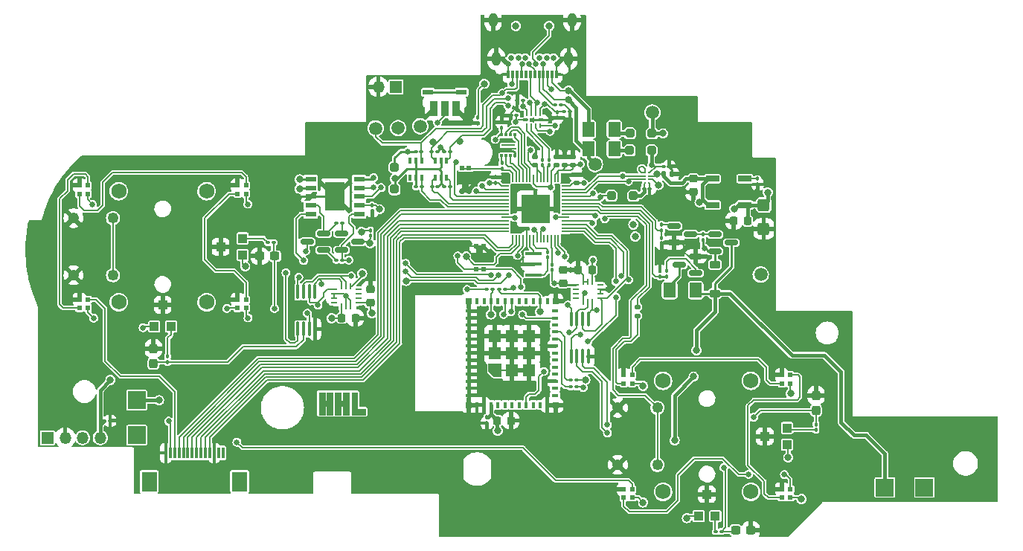
<source format=gbr>
G04 #@! TF.GenerationSoftware,KiCad,Pcbnew,7.0.6*
G04 #@! TF.CreationDate,2023-09-01T17:33:17-07:00*
G04 #@! TF.ProjectId,procon_gcc_main_pcb,70726f63-6f6e-45f6-9763-635f6d61696e,1*
G04 #@! TF.SameCoordinates,Original*
G04 #@! TF.FileFunction,Copper,L1,Top*
G04 #@! TF.FilePolarity,Positive*
%FSLAX46Y46*%
G04 Gerber Fmt 4.6, Leading zero omitted, Abs format (unit mm)*
G04 Created by KiCad (PCBNEW 7.0.6) date 2023-09-01 17:33:17*
%MOMM*%
%LPD*%
G01*
G04 APERTURE LIST*
G04 Aperture macros list*
%AMRoundRect*
0 Rectangle with rounded corners*
0 $1 Rounding radius*
0 $2 $3 $4 $5 $6 $7 $8 $9 X,Y pos of 4 corners*
0 Add a 4 corners polygon primitive as box body*
4,1,4,$2,$3,$4,$5,$6,$7,$8,$9,$2,$3,0*
0 Add four circle primitives for the rounded corners*
1,1,$1+$1,$2,$3*
1,1,$1+$1,$4,$5*
1,1,$1+$1,$6,$7*
1,1,$1+$1,$8,$9*
0 Add four rect primitives between the rounded corners*
20,1,$1+$1,$2,$3,$4,$5,0*
20,1,$1+$1,$4,$5,$6,$7,0*
20,1,$1+$1,$6,$7,$8,$9,0*
20,1,$1+$1,$8,$9,$2,$3,0*%
%AMFreePoly0*
4,1,15,-0.124998,0.730000,0.725000,0.730000,0.728536,0.728536,0.730000,0.725000,0.730000,-0.725000,0.728536,-0.728536,0.725000,-0.730000,-0.725000,-0.730000,-0.728536,-0.728536,-0.730000,-0.725000,-0.730001,0.125000,-0.728536,0.128536,-0.128536,0.728536,-0.125000,0.730001,-0.124998,0.730000,-0.124998,0.730000,$1*%
%AMFreePoly1*
4,1,13,0.900000,0.500000,2.600000,0.500000,2.600000,-0.500000,0.900000,-0.500000,0.400000,-1.000000,-0.400000,-1.000000,-0.900000,-0.500000,-2.600000,-0.500000,-2.600000,0.500000,-0.900000,0.500000,-0.400000,1.000000,0.400000,1.000000,0.900000,0.500000,0.900000,0.500000,$1*%
G04 Aperture macros list end*
G04 #@! TA.AperFunction,EtchedComponent*
%ADD10C,0.050000*%
G04 #@! TD*
G04 #@! TA.AperFunction,SMDPad,CuDef*
%ADD11R,0.745000X0.280000*%
G04 #@! TD*
G04 #@! TA.AperFunction,SMDPad,CuDef*
%ADD12R,0.280000X0.745000*%
G04 #@! TD*
G04 #@! TA.AperFunction,SMDPad,CuDef*
%ADD13R,0.550000X0.550000*%
G04 #@! TD*
G04 #@! TA.AperFunction,ComponentPad*
%ADD14R,2.000000X2.000000*%
G04 #@! TD*
G04 #@! TA.AperFunction,SMDPad,CuDef*
%ADD15R,0.400000X0.800000*%
G04 #@! TD*
G04 #@! TA.AperFunction,SMDPad,CuDef*
%ADD16R,0.800000X0.400000*%
G04 #@! TD*
G04 #@! TA.AperFunction,SMDPad,CuDef*
%ADD17R,1.450000X1.450000*%
G04 #@! TD*
G04 #@! TA.AperFunction,SMDPad,CuDef*
%ADD18R,0.700000X0.700000*%
G04 #@! TD*
G04 #@! TA.AperFunction,SMDPad,CuDef*
%ADD19FreePoly0,90.000000*%
G04 #@! TD*
G04 #@! TA.AperFunction,SMDPad,CuDef*
%ADD20R,1.300000X0.600000*%
G04 #@! TD*
G04 #@! TA.AperFunction,HeatsinkPad*
%ADD21R,2.300000X3.200000*%
G04 #@! TD*
G04 #@! TA.AperFunction,SMDPad,CuDef*
%ADD22RoundRect,0.100000X0.100000X-0.130000X0.100000X0.130000X-0.100000X0.130000X-0.100000X-0.130000X0*%
G04 #@! TD*
G04 #@! TA.AperFunction,SMDPad,CuDef*
%ADD23RoundRect,0.225000X-0.225000X-0.250000X0.225000X-0.250000X0.225000X0.250000X-0.225000X0.250000X0*%
G04 #@! TD*
G04 #@! TA.AperFunction,SMDPad,CuDef*
%ADD24RoundRect,0.225000X0.225000X0.250000X-0.225000X0.250000X-0.225000X-0.250000X0.225000X-0.250000X0*%
G04 #@! TD*
G04 #@! TA.AperFunction,SMDPad,CuDef*
%ADD25RoundRect,0.100000X-0.130000X-0.100000X0.130000X-0.100000X0.130000X0.100000X-0.130000X0.100000X0*%
G04 #@! TD*
G04 #@! TA.AperFunction,SMDPad,CuDef*
%ADD26RoundRect,0.237500X-0.237500X0.300000X-0.237500X-0.300000X0.237500X-0.300000X0.237500X0.300000X0*%
G04 #@! TD*
G04 #@! TA.AperFunction,SMDPad,CuDef*
%ADD27RoundRect,0.140000X-0.170000X0.140000X-0.170000X-0.140000X0.170000X-0.140000X0.170000X0.140000X0*%
G04 #@! TD*
G04 #@! TA.AperFunction,SMDPad,CuDef*
%ADD28RoundRect,0.225000X-0.250000X0.225000X-0.250000X-0.225000X0.250000X-0.225000X0.250000X0.225000X0*%
G04 #@! TD*
G04 #@! TA.AperFunction,SMDPad,CuDef*
%ADD29RoundRect,0.250000X-0.425000X0.450000X-0.425000X-0.450000X0.425000X-0.450000X0.425000X0.450000X0*%
G04 #@! TD*
G04 #@! TA.AperFunction,SMDPad,CuDef*
%ADD30RoundRect,0.140000X0.170000X-0.140000X0.170000X0.140000X-0.170000X0.140000X-0.170000X-0.140000X0*%
G04 #@! TD*
G04 #@! TA.AperFunction,SMDPad,CuDef*
%ADD31RoundRect,0.225000X0.250000X-0.225000X0.250000X0.225000X-0.250000X0.225000X-0.250000X-0.225000X0*%
G04 #@! TD*
G04 #@! TA.AperFunction,SMDPad,CuDef*
%ADD32RoundRect,0.140000X0.140000X0.170000X-0.140000X0.170000X-0.140000X-0.170000X0.140000X-0.170000X0*%
G04 #@! TD*
G04 #@! TA.AperFunction,SMDPad,CuDef*
%ADD33RoundRect,0.225000X-0.375000X0.225000X-0.375000X-0.225000X0.375000X-0.225000X0.375000X0.225000X0*%
G04 #@! TD*
G04 #@! TA.AperFunction,SMDPad,CuDef*
%ADD34RoundRect,0.250000X-0.250000X0.250000X-0.250000X-0.250000X0.250000X-0.250000X0.250000X0.250000X0*%
G04 #@! TD*
G04 #@! TA.AperFunction,ComponentPad*
%ADD35R,1.350000X1.350000*%
G04 #@! TD*
G04 #@! TA.AperFunction,ComponentPad*
%ADD36O,1.350000X1.350000*%
G04 #@! TD*
G04 #@! TA.AperFunction,SMDPad,CuDef*
%ADD37R,0.300000X1.300000*%
G04 #@! TD*
G04 #@! TA.AperFunction,SMDPad,CuDef*
%ADD38R,1.800000X2.200000*%
G04 #@! TD*
G04 #@! TA.AperFunction,SMDPad,CuDef*
%ADD39RoundRect,0.150000X-0.587500X-0.150000X0.587500X-0.150000X0.587500X0.150000X-0.587500X0.150000X0*%
G04 #@! TD*
G04 #@! TA.AperFunction,SMDPad,CuDef*
%ADD40R,0.400000X0.650000*%
G04 #@! TD*
G04 #@! TA.AperFunction,SMDPad,CuDef*
%ADD41RoundRect,0.135000X0.185000X-0.135000X0.185000X0.135000X-0.185000X0.135000X-0.185000X-0.135000X0*%
G04 #@! TD*
G04 #@! TA.AperFunction,SMDPad,CuDef*
%ADD42RoundRect,0.100000X-0.100000X0.130000X-0.100000X-0.130000X0.100000X-0.130000X0.100000X0.130000X0*%
G04 #@! TD*
G04 #@! TA.AperFunction,SMDPad,CuDef*
%ADD43R,1.000000X1.000000*%
G04 #@! TD*
G04 #@! TA.AperFunction,SMDPad,CuDef*
%ADD44RoundRect,0.050000X-0.387500X-0.050000X0.387500X-0.050000X0.387500X0.050000X-0.387500X0.050000X0*%
G04 #@! TD*
G04 #@! TA.AperFunction,SMDPad,CuDef*
%ADD45RoundRect,0.050000X-0.050000X-0.387500X0.050000X-0.387500X0.050000X0.387500X-0.050000X0.387500X0*%
G04 #@! TD*
G04 #@! TA.AperFunction,SMDPad,CuDef*
%ADD46R,3.200000X3.200000*%
G04 #@! TD*
G04 #@! TA.AperFunction,SMDPad,CuDef*
%ADD47RoundRect,0.100000X0.100000X-0.712500X0.100000X0.712500X-0.100000X0.712500X-0.100000X-0.712500X0*%
G04 #@! TD*
G04 #@! TA.AperFunction,SMDPad,CuDef*
%ADD48RoundRect,0.050000X0.075000X-0.225000X0.075000X0.225000X-0.075000X0.225000X-0.075000X-0.225000X0*%
G04 #@! TD*
G04 #@! TA.AperFunction,SMDPad,CuDef*
%ADD49RoundRect,0.050000X0.050000X-0.225000X0.050000X0.225000X-0.050000X0.225000X-0.050000X-0.225000X0*%
G04 #@! TD*
G04 #@! TA.AperFunction,SMDPad,CuDef*
%ADD50RoundRect,0.050000X0.250000X-0.100000X0.250000X0.100000X-0.250000X0.100000X-0.250000X-0.100000X0*%
G04 #@! TD*
G04 #@! TA.AperFunction,SMDPad,CuDef*
%ADD51R,0.300000X0.400000*%
G04 #@! TD*
G04 #@! TA.AperFunction,HeatsinkPad*
%ADD52R,1.600000X0.200000*%
G04 #@! TD*
G04 #@! TA.AperFunction,SMDPad,CuDef*
%ADD53R,1.500000X0.700000*%
G04 #@! TD*
G04 #@! TA.AperFunction,SMDPad,CuDef*
%ADD54FreePoly1,180.000000*%
G04 #@! TD*
G04 #@! TA.AperFunction,SMDPad,CuDef*
%ADD55C,1.500000*%
G04 #@! TD*
G04 #@! TA.AperFunction,SMDPad,CuDef*
%ADD56RoundRect,0.100000X0.130000X0.100000X-0.130000X0.100000X-0.130000X-0.100000X0.130000X-0.100000X0*%
G04 #@! TD*
G04 #@! TA.AperFunction,SMDPad,CuDef*
%ADD57R,0.950000X1.700000*%
G04 #@! TD*
G04 #@! TA.AperFunction,SMDPad,CuDef*
%ADD58R,0.900000X1.700000*%
G04 #@! TD*
G04 #@! TA.AperFunction,SMDPad,CuDef*
%ADD59R,1.200000X0.600000*%
G04 #@! TD*
G04 #@! TA.AperFunction,SMDPad,CuDef*
%ADD60RoundRect,0.250000X0.250000X0.250000X-0.250000X0.250000X-0.250000X-0.250000X0.250000X-0.250000X0*%
G04 #@! TD*
G04 #@! TA.AperFunction,SMDPad,CuDef*
%ADD61RoundRect,0.237500X0.300000X0.237500X-0.300000X0.237500X-0.300000X-0.237500X0.300000X-0.237500X0*%
G04 #@! TD*
G04 #@! TA.AperFunction,SMDPad,CuDef*
%ADD62RoundRect,0.250001X0.462499X0.624999X-0.462499X0.624999X-0.462499X-0.624999X0.462499X-0.624999X0*%
G04 #@! TD*
G04 #@! TA.AperFunction,SMDPad,CuDef*
%ADD63RoundRect,0.150000X0.587500X0.150000X-0.587500X0.150000X-0.587500X-0.150000X0.587500X-0.150000X0*%
G04 #@! TD*
G04 #@! TA.AperFunction,SMDPad,CuDef*
%ADD64RoundRect,0.250000X-0.250000X-0.250000X0.250000X-0.250000X0.250000X0.250000X-0.250000X0.250000X0*%
G04 #@! TD*
G04 #@! TA.AperFunction,SMDPad,CuDef*
%ADD65C,0.230000*%
G04 #@! TD*
G04 #@! TA.AperFunction,SMDPad,CuDef*
%ADD66RoundRect,0.237500X-0.300000X-0.237500X0.300000X-0.237500X0.300000X0.237500X-0.300000X0.237500X0*%
G04 #@! TD*
G04 #@! TA.AperFunction,SMDPad,CuDef*
%ADD67R,1.900000X0.400000*%
G04 #@! TD*
G04 #@! TA.AperFunction,ComponentPad*
%ADD68C,1.750000*%
G04 #@! TD*
G04 #@! TA.AperFunction,ComponentPad*
%ADD69C,1.250000*%
G04 #@! TD*
G04 #@! TA.AperFunction,SMDPad,CuDef*
%ADD70R,0.500000X0.550000*%
G04 #@! TD*
G04 #@! TA.AperFunction,SMDPad,CuDef*
%ADD71R,0.300000X0.900000*%
G04 #@! TD*
G04 #@! TA.AperFunction,ComponentPad*
%ADD72C,0.650000*%
G04 #@! TD*
G04 #@! TA.AperFunction,ComponentPad*
%ADD73O,1.000000X1.600000*%
G04 #@! TD*
G04 #@! TA.AperFunction,ViaPad*
%ADD74C,0.800000*%
G04 #@! TD*
G04 #@! TA.AperFunction,ViaPad*
%ADD75C,0.650000*%
G04 #@! TD*
G04 #@! TA.AperFunction,Conductor*
%ADD76C,0.150000*%
G04 #@! TD*
G04 #@! TA.AperFunction,Conductor*
%ADD77C,0.200000*%
G04 #@! TD*
G04 #@! TA.AperFunction,Conductor*
%ADD78C,0.400000*%
G04 #@! TD*
G04 #@! TA.AperFunction,Conductor*
%ADD79C,0.250000*%
G04 #@! TD*
G04 APERTURE END LIST*
D10*
X118516029Y-136903898D02*
X119469984Y-136903898D01*
X119469984Y-137573267D01*
X117883370Y-137573267D01*
X117883370Y-135020095D01*
X118516029Y-135020095D01*
X118516029Y-136903898D01*
G04 #@! TA.AperFunction,EtchedComponent*
G36*
X118516029Y-136903898D02*
G01*
X119469984Y-136903898D01*
X119469984Y-137573267D01*
X117883370Y-137573267D01*
X117883370Y-135020095D01*
X118516029Y-135020095D01*
X118516029Y-136903898D01*
G37*
G04 #@! TD.AperFunction*
X115750266Y-137573267D02*
X115069405Y-137573267D01*
X115069405Y-136605145D01*
X114829749Y-136605145D01*
X114829749Y-137573267D01*
X114144449Y-137573267D01*
X114144449Y-135020615D01*
X114827463Y-135020095D01*
X114827463Y-135942897D01*
X115069405Y-135942897D01*
X115069405Y-135020095D01*
X115750266Y-135020095D01*
X115750266Y-137573267D01*
G04 #@! TA.AperFunction,EtchedComponent*
G36*
X115750266Y-137573267D02*
G01*
X115069405Y-137573267D01*
X115069405Y-136605145D01*
X114829749Y-136605145D01*
X114829749Y-137573267D01*
X114144449Y-137573267D01*
X114144449Y-135020615D01*
X114827463Y-135020095D01*
X114827463Y-135942897D01*
X115069405Y-135942897D01*
X115069405Y-135020095D01*
X115750266Y-135020095D01*
X115750266Y-137573267D01*
G37*
G04 #@! TD.AperFunction*
X117600266Y-137573267D02*
X116919405Y-137573267D01*
X116919405Y-136605145D01*
X116679749Y-136605145D01*
X116679749Y-137573267D01*
X115994449Y-137573267D01*
X115994449Y-135020615D01*
X116677463Y-135020095D01*
X116677463Y-135942897D01*
X116919405Y-135942897D01*
X116919405Y-135020095D01*
X117600266Y-135020095D01*
X117600266Y-137573267D01*
G04 #@! TA.AperFunction,EtchedComponent*
G36*
X117600266Y-137573267D02*
G01*
X116919405Y-137573267D01*
X116919405Y-136605145D01*
X116679749Y-136605145D01*
X116679749Y-137573267D01*
X115994449Y-137573267D01*
X115994449Y-135020615D01*
X116677463Y-135020095D01*
X116677463Y-135942897D01*
X116919405Y-135942897D01*
X116919405Y-135020095D01*
X117600266Y-135020095D01*
X117600266Y-137573267D01*
G37*
G04 #@! TD.AperFunction*
D11*
X146159800Y-124295600D03*
X146159800Y-123795600D03*
X146159800Y-123295600D03*
X146159800Y-122795600D03*
D12*
X145261800Y-122397600D03*
X144761800Y-122397600D03*
X144261800Y-122397600D03*
D11*
X143363800Y-122795600D03*
X143363800Y-123295600D03*
X143363800Y-123795600D03*
X143363800Y-124295600D03*
D12*
X144261800Y-124693600D03*
X144761800Y-124693600D03*
X145261800Y-124693600D03*
D11*
X115841200Y-123303600D03*
X115841200Y-123803600D03*
X115841200Y-124303600D03*
X115841200Y-124803600D03*
D12*
X116739200Y-125201600D03*
X117239200Y-125201600D03*
X117739200Y-125201600D03*
D11*
X118637200Y-124803600D03*
X118637200Y-124303600D03*
X118637200Y-123803600D03*
X118637200Y-123303600D03*
D12*
X117739200Y-122905600D03*
X117239200Y-122905600D03*
X116739200Y-122905600D03*
D13*
X86902000Y-125407600D03*
X87852000Y-125407600D03*
X87852000Y-124457600D03*
X86902000Y-124457600D03*
X86902000Y-112407600D03*
X87852000Y-112407600D03*
X87852000Y-111457600D03*
X86902000Y-111457600D03*
X104902000Y-112407600D03*
X105852000Y-112407600D03*
X105852000Y-111457600D03*
X104902000Y-111457600D03*
X104902000Y-125407600D03*
X105852000Y-125407600D03*
X105852000Y-124457600D03*
X104902000Y-124457600D03*
X148845200Y-146997000D03*
X149795200Y-146997000D03*
X149795200Y-146047000D03*
X148845200Y-146047000D03*
X166845200Y-146997000D03*
X167795200Y-146997000D03*
X167795200Y-146047000D03*
X166845200Y-146047000D03*
X166845200Y-133997000D03*
X167795200Y-133997000D03*
X167795200Y-133047000D03*
X166845200Y-133047000D03*
X148845200Y-133997000D03*
X149795200Y-133997000D03*
X149795200Y-133047000D03*
X148845200Y-133047000D03*
D14*
X183062000Y-145848750D03*
D15*
X132144200Y-136448800D03*
X132944200Y-136448800D03*
X133744200Y-136448800D03*
X134544200Y-136448800D03*
X135344200Y-136448800D03*
X136144200Y-136448800D03*
X136944200Y-136448800D03*
X137744200Y-136448800D03*
X138544200Y-136448800D03*
X139344200Y-136448800D03*
X140144200Y-136448800D03*
D16*
X141044200Y-135348800D03*
X141044200Y-134548800D03*
X141044200Y-133748800D03*
X141044200Y-132948800D03*
X141044200Y-132148800D03*
X141044200Y-131348800D03*
X141044200Y-130548800D03*
X141044200Y-129748800D03*
X141044200Y-128948800D03*
X141044200Y-128148800D03*
X141044200Y-127348800D03*
X141044200Y-126548800D03*
X141044200Y-125748800D03*
D15*
X140144200Y-124648800D03*
X139344200Y-124648800D03*
X138544200Y-124648800D03*
X137744200Y-124648800D03*
X136944200Y-124648800D03*
X136144200Y-124648800D03*
X135344200Y-124648800D03*
X134544200Y-124648800D03*
X133744200Y-124648800D03*
X132944200Y-124648800D03*
X132144200Y-124648800D03*
D16*
X131244200Y-125748800D03*
X131244200Y-126548800D03*
X131244200Y-127348800D03*
X131244200Y-128148800D03*
X131244200Y-128948800D03*
X131244200Y-129748800D03*
X131244200Y-130548800D03*
X131244200Y-131348800D03*
X131244200Y-132148800D03*
X131244200Y-132948800D03*
X131244200Y-133748800D03*
X131244200Y-134548800D03*
X131244200Y-135348800D03*
D17*
X136144200Y-130548800D03*
D18*
X131194200Y-124598800D03*
X141094200Y-124598800D03*
X141094200Y-136498800D03*
X131194200Y-136498800D03*
D17*
X136144200Y-132498800D03*
X138094200Y-132498800D03*
X138094200Y-130548800D03*
X138094200Y-128598800D03*
X136144200Y-128598800D03*
X134194200Y-128598800D03*
X134194200Y-130548800D03*
D19*
X134194200Y-132498800D03*
D20*
X113227302Y-110726102D03*
X113227302Y-111726102D03*
X113227302Y-112726102D03*
X113227302Y-113726102D03*
X113227302Y-114726102D03*
X118727302Y-114726102D03*
X118727302Y-113726102D03*
X118727302Y-112726102D03*
X118727302Y-111726102D03*
X118727302Y-110726102D03*
D21*
X115977302Y-112726102D03*
D22*
X134950900Y-104884294D03*
X134950900Y-104244294D03*
D23*
X134454600Y-138226800D03*
X136004600Y-138226800D03*
D24*
X118314100Y-126547002D03*
X116764100Y-126547002D03*
D23*
X143678194Y-121060800D03*
X145228194Y-121060800D03*
D25*
X142072400Y-103073200D03*
X142712400Y-103073200D03*
D26*
X170738456Y-135352081D03*
X170738456Y-137077081D03*
X95317457Y-130017891D03*
X95317457Y-131742891D03*
D27*
X141236700Y-108179894D03*
X141236700Y-109139894D03*
D28*
X141938323Y-121038129D03*
X141938323Y-122588129D03*
D29*
X164774000Y-113688000D03*
X164774000Y-116388000D03*
D22*
X134251700Y-111164294D03*
X134251700Y-110524294D03*
D30*
X143471900Y-111197294D03*
X143471900Y-110237294D03*
X142151100Y-109137294D03*
X142151100Y-108177294D03*
D27*
X138747500Y-108179894D03*
X138747500Y-109139894D03*
D22*
X164088200Y-111344800D03*
X164088200Y-110704800D03*
D31*
X156798400Y-112231600D03*
X156798400Y-110681600D03*
D25*
X153353200Y-109274000D03*
X153993200Y-109274000D03*
D32*
X154356400Y-110163000D03*
X153396400Y-110163000D03*
D33*
X159237200Y-120476000D03*
X159237200Y-123776000D03*
D34*
X122758200Y-109392400D03*
X122758200Y-111892400D03*
D35*
X83274400Y-140182600D03*
D36*
X85274400Y-140182600D03*
X87274400Y-140182600D03*
X89274400Y-140182600D03*
D37*
X96741205Y-141917846D03*
X97241205Y-141917846D03*
X97741205Y-141917846D03*
X98241205Y-141917846D03*
X98741205Y-141917846D03*
X99241205Y-141917846D03*
X99741205Y-141917846D03*
X100241205Y-141917846D03*
X100741205Y-141917846D03*
X101241205Y-141917846D03*
X101741205Y-141917846D03*
X102241205Y-141917846D03*
X102741205Y-141917846D03*
X103241205Y-141917846D03*
D38*
X94841205Y-145167846D03*
X105141205Y-145167846D03*
D39*
X159237200Y-117025600D03*
X159237200Y-118925600D03*
X161112200Y-117975600D03*
X154565900Y-116070600D03*
X154565900Y-117970600D03*
X156440900Y-117020600D03*
D40*
X124546600Y-110556100D03*
X125196600Y-110556100D03*
X125846600Y-110556100D03*
X125846600Y-108656100D03*
X125196600Y-108656100D03*
X124546600Y-108656100D03*
X127391400Y-110556100D03*
X128041400Y-110556100D03*
X128691400Y-110556100D03*
X128691400Y-108656100D03*
X128041400Y-108656100D03*
X127391400Y-108656100D03*
D41*
X150418800Y-126290800D03*
X150418800Y-125270800D03*
D42*
X120019023Y-116562301D03*
X120019023Y-117202301D03*
D43*
X95427000Y-127532600D03*
X97327000Y-127532600D03*
X96377000Y-125032600D03*
X105477000Y-119382600D03*
X105477000Y-117482600D03*
X102977000Y-118432600D03*
X157370200Y-149122000D03*
X159270200Y-149122000D03*
X158320200Y-146622000D03*
X167420200Y-140972000D03*
X167420200Y-139072000D03*
X164920200Y-140022000D03*
D44*
X135348200Y-111508094D03*
X135348200Y-111908094D03*
X135348200Y-112308094D03*
X135348200Y-112708094D03*
X135348200Y-113108094D03*
X135348200Y-113508094D03*
X135348200Y-113908094D03*
X135348200Y-114308094D03*
X135348200Y-114708094D03*
X135348200Y-115108094D03*
X135348200Y-115508094D03*
X135348200Y-115908094D03*
X135348200Y-116308094D03*
X135348200Y-116708094D03*
D45*
X136185700Y-117545594D03*
X136585700Y-117545594D03*
X136985700Y-117545594D03*
X137385700Y-117545594D03*
X137785700Y-117545594D03*
X138185700Y-117545594D03*
X138585700Y-117545594D03*
X138985700Y-117545594D03*
X139385700Y-117545594D03*
X139785700Y-117545594D03*
X140185700Y-117545594D03*
X140585700Y-117545594D03*
X140985700Y-117545594D03*
X141385700Y-117545594D03*
D44*
X142223200Y-116708094D03*
X142223200Y-116308094D03*
X142223200Y-115908094D03*
X142223200Y-115508094D03*
X142223200Y-115108094D03*
X142223200Y-114708094D03*
X142223200Y-114308094D03*
X142223200Y-113908094D03*
X142223200Y-113508094D03*
X142223200Y-113108094D03*
X142223200Y-112708094D03*
X142223200Y-112308094D03*
X142223200Y-111908094D03*
X142223200Y-111508094D03*
D45*
X141385700Y-110670594D03*
X140985700Y-110670594D03*
X140585700Y-110670594D03*
X140185700Y-110670594D03*
X139785700Y-110670594D03*
X139385700Y-110670594D03*
X138985700Y-110670594D03*
X138585700Y-110670594D03*
X138185700Y-110670594D03*
X137785700Y-110670594D03*
X137385700Y-110670594D03*
X136985700Y-110670594D03*
X136585700Y-110670594D03*
X136185700Y-110670594D03*
D46*
X138785700Y-114108094D03*
D47*
X111750200Y-127791700D03*
X112400200Y-127791700D03*
X113050200Y-127791700D03*
X113700200Y-127791700D03*
X113700200Y-123566700D03*
X113050200Y-123566700D03*
X112400200Y-123566700D03*
X111750200Y-123566700D03*
D48*
X137807000Y-104688000D03*
D49*
X138307000Y-104688000D03*
X138807000Y-104688000D03*
D48*
X139307000Y-104688000D03*
D50*
X139457000Y-104013000D03*
D48*
X139307000Y-103338000D03*
D49*
X138807000Y-103338000D03*
X138307000Y-103338000D03*
D48*
X137807000Y-103338000D03*
D50*
X137657000Y-104013000D03*
D51*
X134949500Y-108081894D03*
X135449500Y-108081894D03*
X135949500Y-108081894D03*
X136449500Y-108081894D03*
X136449500Y-105681894D03*
X135949500Y-105681894D03*
X135449500Y-105681894D03*
X134949500Y-105681894D03*
D52*
X135699500Y-106881894D03*
D53*
X162636200Y-113693200D03*
D54*
X160786200Y-112193200D03*
D53*
X162636200Y-110693200D03*
X158936200Y-110693200D03*
X158936200Y-113693200D03*
D55*
X164439600Y-121589800D03*
X125679200Y-104724200D03*
X123164600Y-104927400D03*
X152095200Y-103149400D03*
X145567400Y-109016800D03*
X120599200Y-104952800D03*
D56*
X90390011Y-138245882D03*
X89750011Y-138245882D03*
D57*
X127208519Y-102740000D03*
D58*
X128483519Y-102740000D03*
D57*
X129758519Y-102740000D03*
D59*
X126583519Y-100840000D03*
X130383519Y-100840000D03*
D22*
X153166600Y-116563800D03*
X153166600Y-115923800D03*
D42*
X139611100Y-108543094D03*
X139611100Y-109183094D03*
D60*
X152024400Y-107467400D03*
X149524400Y-107467400D03*
D28*
X120018689Y-123258755D03*
X120018689Y-124808755D03*
D22*
X153725400Y-121836400D03*
X153725400Y-121196400D03*
X170739623Y-139288477D03*
X170739623Y-138648477D03*
D25*
X142807000Y-133583600D03*
X143447000Y-133583600D03*
D61*
X163312504Y-150698757D03*
X161587504Y-150698757D03*
D62*
X147791500Y-107289600D03*
X144816500Y-107289600D03*
D56*
X127660800Y-111612700D03*
X127020800Y-111612700D03*
D63*
X157025100Y-121450400D03*
X157025100Y-119550400D03*
X155150100Y-120500400D03*
D25*
X125206800Y-111612700D03*
X125846800Y-111612700D03*
D64*
X147441600Y-112649000D03*
X149941600Y-112649000D03*
D62*
X147791500Y-105054400D03*
X144816500Y-105054400D03*
D14*
X93413992Y-139903200D03*
D60*
X152049800Y-105537000D03*
X149549800Y-105537000D03*
D42*
X141274800Y-103108800D03*
X141274800Y-103748800D03*
D25*
X125181400Y-107599500D03*
X125821400Y-107599500D03*
D56*
X143447000Y-134396400D03*
X142807000Y-134396400D03*
D42*
X152963400Y-121196400D03*
X152963400Y-121836400D03*
D25*
X116143023Y-119981101D03*
X116783023Y-119981101D03*
D62*
X157041700Y-123393200D03*
X154066700Y-123393200D03*
D42*
X140322300Y-108543094D03*
X140322300Y-109183094D03*
D65*
X151288800Y-109969400D03*
X151688800Y-109969400D03*
X151288800Y-110369400D03*
X151688800Y-110369400D03*
X151288800Y-110769400D03*
X151688800Y-110769400D03*
X151288800Y-111169400D03*
X151688800Y-111169400D03*
D66*
X107418809Y-119497056D03*
X109143809Y-119497056D03*
D39*
X116744723Y-116922901D03*
X116744723Y-118822901D03*
X118619723Y-117872901D03*
D25*
X136738400Y-101752400D03*
X137378400Y-101752400D03*
D22*
X134975600Y-109564094D03*
X134975600Y-108924094D03*
D25*
X116132423Y-115764701D03*
X116772423Y-115764701D03*
D67*
X138595100Y-119236494D03*
X138595100Y-120436494D03*
X138595100Y-121636494D03*
D56*
X136641800Y-103505000D03*
X136001800Y-103505000D03*
D25*
X159325629Y-150847756D03*
X159965629Y-150847756D03*
D68*
X153320200Y-133697000D03*
X153320200Y-146347000D03*
X163320200Y-133697000D03*
X163320200Y-146347000D03*
D69*
X152670200Y-136772000D03*
X152670200Y-143272000D03*
X148170200Y-136772000D03*
X148170200Y-143272000D03*
D63*
X114708123Y-118822901D03*
X114708123Y-116922901D03*
X112833123Y-117872901D03*
D56*
X133873200Y-123266200D03*
X133233200Y-123266200D03*
D70*
X130435400Y-112119800D03*
X131235400Y-112119800D03*
X130435400Y-109469800D03*
X131235400Y-109469800D03*
D25*
X108365401Y-117977059D03*
X109005401Y-117977059D03*
D27*
X143065500Y-108177294D03*
X143065500Y-109137294D03*
D22*
X140703300Y-121121094D03*
X140703300Y-120481094D03*
D42*
X120225902Y-113736302D03*
X120225902Y-114376302D03*
D35*
X122920000Y-100228400D03*
D36*
X120920000Y-100228400D03*
D56*
X127624800Y-107599500D03*
X126984800Y-107599500D03*
D71*
X141210000Y-98835000D03*
X140710000Y-98835000D03*
X140210000Y-98835000D03*
X139710000Y-98835000D03*
X139210000Y-98835000D03*
X138710000Y-98835000D03*
X138210000Y-98835000D03*
X137710000Y-98835000D03*
X137210000Y-98835000D03*
X136710000Y-98835000D03*
X136210000Y-98835000D03*
X135710000Y-98835000D03*
D72*
X135660000Y-97625000D03*
X136060000Y-96925000D03*
X136860000Y-96925000D03*
X137260000Y-97625000D03*
X137660000Y-96925000D03*
X138060000Y-97625000D03*
X138860000Y-97625000D03*
X139260000Y-96925000D03*
X139660000Y-97625000D03*
X140060000Y-96925000D03*
X140860000Y-96925000D03*
X141260000Y-97625000D03*
D73*
X142950000Y-92635000D03*
X142590000Y-97025000D03*
X134330000Y-97025000D03*
X133970000Y-92635000D03*
D47*
X142865200Y-130915900D03*
X143515200Y-130915900D03*
X144165200Y-130915900D03*
X144815200Y-130915900D03*
X144815200Y-126690900D03*
X144165200Y-126690900D03*
X143515200Y-126690900D03*
X142865200Y-126690900D03*
D70*
X132861000Y-118385200D03*
X132061000Y-118385200D03*
X132861000Y-121035200D03*
X132061000Y-121035200D03*
D25*
X128432600Y-107599500D03*
X129072600Y-107599500D03*
D22*
X140220700Y-119664294D03*
X140220700Y-119024294D03*
D42*
X96933652Y-130932363D03*
X96933652Y-131572363D03*
D22*
X133248400Y-138521400D03*
X133248400Y-137881400D03*
D25*
X128443200Y-111612700D03*
X129083200Y-111612700D03*
X151143400Y-111864800D03*
X151783400Y-111864800D03*
D42*
X157840200Y-117030800D03*
X157840200Y-117670800D03*
X132257800Y-103718400D03*
X132257800Y-104358400D03*
D68*
X91377000Y-112107600D03*
X91377000Y-124757600D03*
X101377000Y-112107600D03*
X101377000Y-124757600D03*
D69*
X90727000Y-115182600D03*
X90727000Y-121682600D03*
X86227000Y-115182600D03*
X86227000Y-121682600D03*
D22*
X153166600Y-118037000D03*
X153166600Y-117397000D03*
D14*
X93413992Y-135909304D03*
X178562000Y-145848750D03*
D24*
X162932800Y-115495200D03*
X161382800Y-115495200D03*
D25*
X141056400Y-102311200D03*
X141696400Y-102311200D03*
D56*
X135346400Y-123266200D03*
X134706400Y-123266200D03*
D74*
X136575800Y-93294200D03*
X140360400Y-93294200D03*
X164401500Y-121678700D03*
X120599200Y-105257600D03*
X127177237Y-106529446D03*
X123215400Y-105206800D03*
X125722725Y-104956086D03*
X130199837Y-106444519D03*
D75*
X138988800Y-122834400D03*
X150266400Y-119405400D03*
D74*
X119075200Y-121488200D03*
X124079000Y-122326400D03*
X150164800Y-117271800D03*
X149936200Y-115900200D03*
X139344400Y-125831600D03*
X133731000Y-126136400D03*
X157124400Y-130225800D03*
X154635200Y-140487400D03*
X95961200Y-135915400D03*
X156794200Y-133223000D03*
X90424000Y-133604000D03*
D75*
X146989800Y-139623800D03*
X160248600Y-143586200D03*
X146989800Y-138709400D03*
X163626800Y-137845800D03*
X117246400Y-124079000D03*
X114054979Y-125077210D03*
X114477800Y-122707400D03*
X117830600Y-121793000D03*
X142824200Y-121038129D03*
X147040600Y-123240800D03*
X149387551Y-122193703D03*
X111861600Y-121920000D03*
X112852200Y-126009400D03*
X109093000Y-125476000D03*
X110413800Y-121412000D03*
X124028200Y-121259600D03*
X124028200Y-120319800D03*
X135813800Y-121640600D03*
X134569200Y-121666000D03*
X133705600Y-121640600D03*
X142113000Y-119532400D03*
X141325600Y-119151400D03*
X136753600Y-119430800D03*
X142494000Y-125095000D03*
X142671800Y-128168400D03*
X144754600Y-129235200D03*
X147955000Y-124206000D03*
X147929600Y-122377200D03*
X145745200Y-125628400D03*
X148590000Y-121793000D03*
X145294367Y-115729088D03*
X144373600Y-123698000D03*
X143891000Y-128447800D03*
X145585161Y-114913733D03*
X145313400Y-119964200D03*
X140926929Y-122588129D03*
X136296400Y-123139200D03*
X131013200Y-123317000D03*
X111836200Y-113030000D03*
X120421400Y-115366800D03*
X120396000Y-110566200D03*
X135991600Y-125857000D03*
X135153400Y-126136400D03*
X139750800Y-132638800D03*
X117551200Y-119964200D03*
X144221200Y-134467600D03*
X112420400Y-120015000D03*
D74*
X144475200Y-133578600D03*
X105765600Y-120675400D03*
X167563800Y-142417800D03*
X156032200Y-149326600D03*
X151053800Y-147548600D03*
X151053800Y-134289800D03*
X167843200Y-135153400D03*
X169062400Y-147167600D03*
X115595400Y-126568200D03*
X120192800Y-125984000D03*
X130911600Y-119557800D03*
X119983925Y-118022388D03*
X131191000Y-118135400D03*
X134493000Y-139395200D03*
D75*
X112649000Y-118922800D03*
X129971800Y-119481600D03*
X137337800Y-126161800D03*
X137160000Y-122986800D03*
X102412800Y-140462000D03*
X96520000Y-139039600D03*
X97053400Y-138303000D03*
X94157800Y-127660400D03*
X88519000Y-126568200D03*
X106095800Y-126542800D03*
X106070400Y-113588800D03*
X88392000Y-113614200D03*
X103657400Y-125476000D03*
X104825800Y-140690600D03*
X163042600Y-144348200D03*
X167132000Y-144373600D03*
X137072363Y-121131594D03*
X138785600Y-114096800D03*
X141122400Y-115062000D03*
X146685000Y-115239800D03*
X146188947Y-112784896D03*
X153238200Y-119176800D03*
X121234200Y-111709200D03*
X120370600Y-111658400D03*
D74*
X111963200Y-111827800D03*
X111963200Y-110777800D03*
X153314400Y-105537000D03*
X161442400Y-114096800D03*
X165227000Y-112242600D03*
X155651200Y-112217200D03*
X157482701Y-113402351D03*
D75*
X158055736Y-118612955D03*
X152027395Y-109166476D03*
X148767800Y-110369400D03*
X149377400Y-110972600D03*
D74*
X152784200Y-111407600D03*
X152657200Y-110163000D03*
X119006702Y-116774102D03*
X121031000Y-114173000D03*
X131394200Y-104241600D03*
X122783600Y-110693200D03*
X132969000Y-99872800D03*
X142544800Y-101727000D03*
X142570200Y-100660200D03*
D75*
X140589000Y-100482400D03*
X136093200Y-99923600D03*
X135026400Y-100965000D03*
X135686800Y-101523800D03*
X135661400Y-102387400D03*
X138957046Y-102068159D03*
X138105188Y-102039497D03*
X129794000Y-108762800D03*
X127641468Y-104273468D03*
X132715000Y-111480600D03*
X136448800Y-115112800D03*
X136555272Y-104215215D03*
X132089527Y-112088469D03*
X137367240Y-102463027D03*
X145338800Y-112369600D03*
X139802765Y-102180015D03*
X140588129Y-103784400D03*
X132892800Y-110591600D03*
X133553200Y-111150400D03*
X143891000Y-109042200D03*
X142138400Y-107492800D03*
X144297400Y-110109000D03*
X144297400Y-111201200D03*
X140470827Y-105311470D03*
X141058451Y-104693756D03*
X140552529Y-111680482D03*
X139661900Y-116432294D03*
X138620500Y-116483094D03*
X134213600Y-106222800D03*
X134277100Y-107339094D03*
X138214403Y-106526609D03*
X138208690Y-107452022D03*
X128016000Y-107091500D03*
X124231400Y-107599500D03*
D76*
X129878494Y-112708094D02*
X135348200Y-112708094D01*
X129588296Y-112417896D02*
X129878494Y-112708094D01*
X129794000Y-108762800D02*
X129588296Y-108968504D01*
X129588296Y-108968504D02*
X129588296Y-112417896D01*
X87579200Y-110185200D02*
X87852000Y-110458000D01*
X86207600Y-110185200D02*
X87579200Y-110185200D01*
X85547200Y-110845600D02*
X86207600Y-110185200D01*
X87852000Y-110458000D02*
X87852000Y-111457600D01*
X84632800Y-112979200D02*
X85547200Y-112064800D01*
X84632800Y-124993400D02*
X84632800Y-112979200D01*
X85547200Y-112064800D02*
X85547200Y-110845600D01*
X85047000Y-125407600D02*
X84632800Y-124993400D01*
X86902000Y-125407600D02*
X85047000Y-125407600D01*
X167795200Y-144909800D02*
X167795200Y-146047000D01*
X167259000Y-144373600D02*
X167795200Y-144909800D01*
X167132000Y-144373600D02*
X167259000Y-144373600D01*
X142807000Y-133583600D02*
X142397400Y-133583600D01*
X141585400Y-128148800D02*
X141044200Y-128148800D01*
X142138400Y-128701800D02*
X141585400Y-128148800D01*
X142397400Y-133583600D02*
X142138400Y-133324600D01*
X142138400Y-133324600D02*
X142138400Y-128701800D01*
X141782800Y-129311400D02*
X141782800Y-134010400D01*
X141420200Y-128948800D02*
X141782800Y-129311400D01*
X141044200Y-128948800D02*
X141420200Y-128948800D01*
X142168800Y-134396400D02*
X142807000Y-134396400D01*
X141782800Y-134010400D02*
X142168800Y-134396400D01*
D77*
X138734800Y-135229600D02*
X139192000Y-134772400D01*
X137744200Y-135585200D02*
X138099800Y-135229600D01*
X137744200Y-136448800D02*
X137744200Y-135585200D01*
X138099800Y-135229600D02*
X138734800Y-135229600D01*
X139192000Y-133197600D02*
X139750800Y-132638800D01*
X139192000Y-134772400D02*
X139192000Y-133197600D01*
X134194200Y-132498800D02*
X136144200Y-132498800D01*
X117739200Y-124571800D02*
X117246400Y-124079000D01*
X117739200Y-125201600D02*
X117739200Y-124571800D01*
X117239200Y-124086200D02*
X117246400Y-124079000D01*
X117239200Y-125201600D02*
X117239200Y-124086200D01*
D76*
X140360400Y-94411800D02*
X140360400Y-93294200D01*
X138480800Y-96291400D02*
X140360400Y-94411800D01*
X138860000Y-97381800D02*
X138480800Y-97002600D01*
X138860000Y-97625000D02*
X138860000Y-97381800D01*
X138480800Y-97002600D02*
X138480800Y-96291400D01*
D78*
X144816500Y-108265900D02*
X145567400Y-109016800D01*
X144816500Y-107289600D02*
X144816500Y-108265900D01*
D77*
X136738400Y-102453400D02*
X136738400Y-101752400D01*
X136001800Y-103190000D02*
X136738400Y-102453400D01*
X136001800Y-103505000D02*
X136001800Y-103190000D01*
X134950900Y-103682100D02*
X134950900Y-104244294D01*
X135128000Y-103505000D02*
X134950900Y-103682100D01*
X136001800Y-103505000D02*
X135128000Y-103505000D01*
X164439600Y-121640600D02*
X164401500Y-121678700D01*
X164439600Y-121589800D02*
X164439600Y-121640600D01*
X120599200Y-105257600D02*
X120599200Y-104952800D01*
X120599200Y-105892600D02*
X120599200Y-105257600D01*
X121346000Y-106639400D02*
X120599200Y-105892600D01*
X125821400Y-106639400D02*
X121346000Y-106639400D01*
X127812800Y-106324400D02*
X127607754Y-106529446D01*
X127607754Y-106529446D02*
X127177237Y-106529446D01*
X127812800Y-106324400D02*
X128778000Y-105359200D01*
X127609600Y-106527600D02*
X127812800Y-106324400D01*
D76*
X128483519Y-103431417D02*
X128483519Y-102740000D01*
X127641468Y-104273468D02*
X128483519Y-103431417D01*
D77*
X132823000Y-102323314D02*
X133952714Y-101193600D01*
X132823000Y-104667000D02*
X132823000Y-102323314D01*
X132537200Y-104952800D02*
X132823000Y-104667000D01*
X127508000Y-104952800D02*
X132537200Y-104952800D01*
X133952714Y-101193600D02*
X134797800Y-101193600D01*
X134797800Y-101193600D02*
X135026400Y-100965000D01*
X125821400Y-107599500D02*
X125821400Y-106639400D01*
X125821400Y-106639400D02*
X127508000Y-104952800D01*
X123164600Y-105156000D02*
X123215400Y-105206800D01*
X123164600Y-104927400D02*
X123164600Y-105156000D01*
X130199837Y-106349237D02*
X130199837Y-106444519D01*
X130035300Y-106184700D02*
X130200400Y-106019600D01*
X130035300Y-106184700D02*
X130199837Y-106349237D01*
X129072600Y-107147400D02*
X130035300Y-106184700D01*
D78*
X152095200Y-103149400D02*
X152095200Y-105491600D01*
X152095200Y-105491600D02*
X152049800Y-105537000D01*
D76*
X117937200Y-122905600D02*
X117739200Y-122905600D01*
X119075200Y-121488200D02*
X119075200Y-121767600D01*
X119075200Y-121767600D02*
X117937200Y-122905600D01*
X124104400Y-122301000D02*
X124079000Y-122326400D01*
X130276600Y-122301000D02*
X124104400Y-122301000D01*
X131915225Y-122301000D02*
X130276600Y-122301000D01*
X132010312Y-122396087D02*
X131915225Y-122301000D01*
X132204825Y-122590600D02*
X132010312Y-122396087D01*
X134863800Y-122590600D02*
X133832600Y-122590600D01*
X135813800Y-121640600D02*
X134863800Y-122590600D01*
X133832600Y-122590600D02*
X132204825Y-122590600D01*
X133744200Y-123786400D02*
X133744200Y-124648800D01*
X133873200Y-123657400D02*
X133744200Y-123786400D01*
X133873200Y-123266200D02*
X133873200Y-123657400D01*
X139344200Y-124078800D02*
X139344200Y-124648800D01*
X139039600Y-123774200D02*
X139344200Y-124078800D01*
X134706400Y-123530400D02*
X134950200Y-123774200D01*
X134706400Y-123266200D02*
X134706400Y-123530400D01*
X134950200Y-123774200D02*
X139039600Y-123774200D01*
X136169400Y-123266200D02*
X136296400Y-123139200D01*
X135346400Y-123266200D02*
X136169400Y-123266200D01*
X131064000Y-123266200D02*
X131013200Y-123317000D01*
X133233200Y-123266200D02*
X131064000Y-123266200D01*
X139344200Y-125831400D02*
X139344400Y-125831600D01*
X139344200Y-124648800D02*
X139344200Y-125831400D01*
X133744200Y-126123200D02*
X133731000Y-126136400D01*
X133744200Y-124648800D02*
X133744200Y-126123200D01*
D78*
X159237200Y-125852400D02*
X159237200Y-123776000D01*
X157124400Y-127965200D02*
X159237200Y-125852400D01*
X154635200Y-135382000D02*
X156794200Y-133223000D01*
X154635200Y-140487400D02*
X154635200Y-135382000D01*
X157124400Y-130225800D02*
X157124400Y-127965200D01*
X95955104Y-135909304D02*
X95961200Y-135915400D01*
X93413992Y-135909304D02*
X95955104Y-135909304D01*
X160961600Y-123776000D02*
X159237200Y-123776000D01*
X167995600Y-130810000D02*
X160961600Y-123776000D01*
X171704000Y-130810000D02*
X167995600Y-130810000D01*
X173558200Y-132664200D02*
X171704000Y-130810000D01*
X173558200Y-138404600D02*
X173558200Y-132664200D01*
X175056800Y-139903200D02*
X173558200Y-138404600D01*
X176453800Y-139903200D02*
X175056800Y-139903200D01*
X178562000Y-142011400D02*
X176453800Y-139903200D01*
X178562000Y-145848750D02*
X178562000Y-142011400D01*
X89274400Y-134753600D02*
X90424000Y-133604000D01*
X89274400Y-138721493D02*
X89274400Y-134753600D01*
X89274400Y-138721493D02*
X89750011Y-138245882D01*
X89274400Y-140182600D02*
X89274400Y-138721493D01*
D77*
X167563800Y-141115600D02*
X167563800Y-142417800D01*
X167420200Y-140972000D02*
X167563800Y-141115600D01*
X156236800Y-149122000D02*
X157370200Y-149122000D01*
X156032200Y-149326600D02*
X156236800Y-149122000D01*
X97327000Y-128428200D02*
X97327000Y-127532600D01*
X96933652Y-130932363D02*
X96933652Y-128821548D01*
X96933652Y-128821548D02*
X97327000Y-128428200D01*
D76*
X103924200Y-112407600D02*
X104902000Y-112407600D01*
X101168200Y-115163600D02*
X103924200Y-112407600D01*
X101168200Y-119913400D02*
X101168200Y-115163600D01*
X104521000Y-121158000D02*
X102412800Y-121158000D01*
X105852000Y-122489000D02*
X104521000Y-121158000D01*
X105852000Y-124457600D02*
X105852000Y-122489000D01*
X102412800Y-121158000D02*
X101168200Y-119913400D01*
D77*
X112400200Y-129001400D02*
X112400200Y-127791700D01*
X111582200Y-129819400D02*
X112400200Y-129001400D01*
X105511600Y-129819400D02*
X111582200Y-129819400D01*
X103758637Y-131572363D02*
X105511600Y-129819400D01*
X96933652Y-131572363D02*
X103758637Y-131572363D01*
X143515200Y-132034400D02*
X143515200Y-130915900D01*
X144138600Y-132657800D02*
X143515200Y-132034400D01*
X146354800Y-133788686D02*
X145223914Y-132657800D01*
X145223914Y-132657800D02*
X144138600Y-132657800D01*
X146354800Y-138988800D02*
X146354800Y-133788686D01*
X146989800Y-139623800D02*
X146354800Y-138988800D01*
X160426400Y-143764000D02*
X160248600Y-143586200D01*
X160426400Y-150386985D02*
X160426400Y-148564600D01*
X159965629Y-150847756D02*
X160426400Y-150386985D01*
X160426400Y-148564600D02*
X160426400Y-143764000D01*
X144165200Y-131998600D02*
X144165200Y-130915900D01*
X144424400Y-132257800D02*
X144165200Y-131998600D01*
X145389600Y-132257800D02*
X144424400Y-132257800D01*
X146989800Y-133858000D02*
X145389600Y-132257800D01*
X146989800Y-138709400D02*
X146989800Y-133858000D01*
X164395519Y-137077081D02*
X163626800Y-137845800D01*
X170738456Y-137077081D02*
X164395519Y-137077081D01*
D79*
X126583519Y-100840000D02*
X130383519Y-100840000D01*
D76*
X116971000Y-123803600D02*
X117246400Y-124079000D01*
X115841200Y-123803600D02*
X116971000Y-123803600D01*
X115841200Y-123803600D02*
X115841200Y-124303600D01*
X114477800Y-122707400D02*
X114477800Y-122377200D01*
X114477800Y-122377200D02*
X114223800Y-122123200D01*
X117805200Y-121767600D02*
X117830600Y-121793000D01*
X116459000Y-121767600D02*
X117805200Y-121767600D01*
X116459000Y-121767600D02*
X116572975Y-121767600D01*
X114071400Y-121767600D02*
X116459000Y-121767600D01*
X143678194Y-121060800D02*
X142846871Y-121060800D01*
X142824200Y-121038129D02*
X143655523Y-121038129D01*
X141938323Y-121038129D02*
X142824200Y-121038129D01*
X142846871Y-121060800D02*
X142824200Y-121038129D01*
X143655523Y-121038129D02*
X143678194Y-121060800D01*
X144261800Y-121644406D02*
X144261800Y-122397600D01*
X143678194Y-121060800D02*
X144261800Y-121644406D01*
X144761800Y-122397600D02*
X144261800Y-122397600D01*
X146985800Y-123295600D02*
X147040600Y-123240800D01*
X146159800Y-123295600D02*
X146985800Y-123295600D01*
X146159800Y-123795600D02*
X146159800Y-123295600D01*
X149346303Y-122193703D02*
X149387551Y-122193703D01*
X149199600Y-122047000D02*
X149346303Y-122193703D01*
X111750200Y-122031400D02*
X111861600Y-121920000D01*
X111750200Y-123566700D02*
X111750200Y-122031400D01*
X109093000Y-119547865D02*
X109143809Y-119497056D01*
D77*
X109093000Y-125476000D02*
X109093000Y-119547865D01*
X113050200Y-126207400D02*
X112852200Y-126009400D01*
X113050200Y-127791700D02*
X113050200Y-126207400D01*
X107870942Y-117482600D02*
X105477000Y-117482600D01*
X108365401Y-117977059D02*
X107870942Y-117482600D01*
X109005401Y-117977059D02*
X109005401Y-119358648D01*
D76*
X109005401Y-119358648D02*
X109143809Y-119497056D01*
X111750200Y-129092600D02*
X111750200Y-127791700D01*
X111429800Y-129413000D02*
X111750200Y-129092600D01*
X110845600Y-129413000D02*
X111429800Y-129413000D01*
X110413800Y-128981200D02*
X110845600Y-129413000D01*
X110413800Y-121412000D02*
X110413800Y-128981200D01*
X131064000Y-121945400D02*
X124714000Y-121945400D01*
X124714000Y-121945400D02*
X124028200Y-121259600D01*
X132181600Y-122072400D02*
X132054600Y-121945400D01*
X132349800Y-122240600D02*
X132181600Y-122072400D01*
X132054600Y-121945400D02*
X131064000Y-121945400D01*
X133553200Y-122240600D02*
X132349800Y-122240600D01*
X133994600Y-122240600D02*
X133553200Y-122240600D01*
X134569200Y-121666000D02*
X133994600Y-122240600D01*
X90727000Y-115182600D02*
X90727000Y-121682600D01*
X133654800Y-121589800D02*
X131775200Y-121589800D01*
X131775200Y-121589800D02*
X125298200Y-121589800D01*
X125298200Y-121589800D02*
X124028200Y-120319800D01*
X133705600Y-121640600D02*
X133654800Y-121589800D01*
X137072363Y-121131594D02*
X137072363Y-120508831D01*
X137072363Y-120508831D02*
X137370100Y-120211094D01*
X142113000Y-119015511D02*
X142113000Y-119532400D01*
X141744700Y-118647211D02*
X142113000Y-119015511D01*
X141389100Y-119087900D02*
X141325600Y-119151400D01*
X141389100Y-118794494D02*
X141389100Y-119087900D01*
X136753600Y-119026748D02*
X136753600Y-119430800D01*
X137173874Y-118606474D02*
X136753600Y-119026748D01*
X137385700Y-118394648D02*
X137173874Y-118606474D01*
X137385700Y-117545594D02*
X137385700Y-118394648D01*
X142865200Y-125466200D02*
X142494000Y-125095000D01*
X142865200Y-126690900D02*
X142865200Y-125466200D01*
X143515200Y-127655200D02*
X143515200Y-126690900D01*
X143002000Y-128168400D02*
X143515200Y-127655200D01*
X142671800Y-128168400D02*
X143002000Y-128168400D01*
X144932400Y-129235200D02*
X144754600Y-129235200D01*
X146278600Y-127889000D02*
X144932400Y-129235200D01*
X147955000Y-126212600D02*
X146278600Y-127889000D01*
X147955000Y-124206000D02*
X147955000Y-126212600D01*
X145567400Y-117906800D02*
X146329400Y-117906800D01*
X144703800Y-117043200D02*
X145567400Y-117906800D01*
X147929600Y-118618000D02*
X147929600Y-122377200D01*
X147624800Y-118313200D02*
X147929600Y-118618000D01*
X144368694Y-116708094D02*
X144703800Y-117043200D01*
X147218400Y-117906800D02*
X147624800Y-118313200D01*
X142223200Y-116708094D02*
X144368694Y-116708094D01*
X146329400Y-117906800D02*
X147218400Y-117906800D01*
X144476694Y-116308094D02*
X142223200Y-116308094D01*
X147358426Y-117551200D02*
X145719800Y-117551200D01*
X145719800Y-117551200D02*
X144476694Y-116308094D01*
X148844000Y-119036774D02*
X147358426Y-117551200D01*
X148844000Y-121539000D02*
X148844000Y-119036774D01*
X148590000Y-121793000D02*
X148844000Y-121539000D01*
X146951000Y-124295600D02*
X146159800Y-124295600D01*
X149199600Y-118897400D02*
X149199600Y-122047000D01*
X149199600Y-122047000D02*
X146951000Y-124295600D01*
X147497800Y-117195600D02*
X149199600Y-118897400D01*
X145872200Y-117195600D02*
X147497800Y-117195600D01*
X142223200Y-115908094D02*
X144584694Y-115908094D01*
X144584694Y-115908094D02*
X145872200Y-117195600D01*
X145286400Y-125628400D02*
X145745200Y-125628400D01*
X145261800Y-125603800D02*
X145286400Y-125628400D01*
X146380200Y-127279400D02*
X146380200Y-124516000D01*
X146380200Y-124516000D02*
X146159800Y-124295600D01*
X145618200Y-128041400D02*
X146380200Y-127279400D01*
X144165200Y-127756800D02*
X144449800Y-128041400D01*
X144165200Y-126690900D02*
X144165200Y-127756800D01*
X144449800Y-128041400D02*
X145618200Y-128041400D01*
X145073373Y-115508094D02*
X142223200Y-115508094D01*
X145294367Y-115729088D02*
X145073373Y-115508094D01*
X145379522Y-114708094D02*
X145585161Y-114913733D01*
X142223200Y-114708094D02*
X145379522Y-114708094D01*
X144261800Y-123809800D02*
X144373600Y-123698000D01*
X144261800Y-124693600D02*
X144261800Y-123809800D01*
X142865200Y-128889400D02*
X142865200Y-130915900D01*
X143306800Y-128447800D02*
X142865200Y-128889400D01*
X143891000Y-128447800D02*
X143306800Y-128447800D01*
D79*
X142145794Y-122795600D02*
X141938323Y-122588129D01*
X143363800Y-122795600D02*
X142145794Y-122795600D01*
D77*
X145228194Y-120049406D02*
X145313400Y-119964200D01*
X145228194Y-121060800D02*
X145228194Y-120049406D01*
D76*
X140926929Y-122588129D02*
X141938323Y-122588129D01*
X140703300Y-121121094D02*
X140703300Y-122364500D01*
X140703300Y-122364500D02*
X140926929Y-122588129D01*
X116143023Y-119981101D02*
X114984823Y-118822901D01*
X114984823Y-118822901D02*
X114708123Y-118822901D01*
X117534299Y-119981101D02*
X117551200Y-119964200D01*
X116783023Y-119981101D02*
X117534299Y-119981101D01*
D79*
X112140098Y-112726102D02*
X111836200Y-113030000D01*
X113227302Y-112726102D02*
X112140098Y-112726102D01*
X113227302Y-112726102D02*
X115977302Y-112726102D01*
X120225902Y-115171302D02*
X120421400Y-115366800D01*
X120225902Y-114376302D02*
X120225902Y-115171302D01*
X120236098Y-110726102D02*
X120396000Y-110566200D01*
X118727302Y-110726102D02*
X120236098Y-110726102D01*
D77*
X136144200Y-125704400D02*
X135991600Y-125857000D01*
X136144200Y-124648800D02*
X136144200Y-125704400D01*
X135344200Y-125945600D02*
X135153400Y-126136400D01*
X135344200Y-124648800D02*
X135344200Y-125945600D01*
D76*
X144150000Y-134396400D02*
X144221200Y-134467600D01*
X143447000Y-134396400D02*
X144150000Y-134396400D01*
X111556800Y-115239800D02*
X112070498Y-114726102D01*
X111556800Y-119151400D02*
X111556800Y-115239800D01*
X112070498Y-114726102D02*
X113227302Y-114726102D01*
X112420400Y-120015000D02*
X111556800Y-119151400D01*
X144470200Y-133583600D02*
X144475200Y-133578600D01*
X143447000Y-133583600D02*
X144470200Y-133583600D01*
D77*
X105477000Y-120386800D02*
X105765600Y-120675400D01*
X105477000Y-119382600D02*
X105477000Y-120386800D01*
X150502200Y-146997000D02*
X151053800Y-147548600D01*
X149795200Y-146997000D02*
X150502200Y-146997000D01*
X150761000Y-133997000D02*
X151053800Y-134289800D01*
X149795200Y-133997000D02*
X150761000Y-133997000D01*
X167795200Y-135105400D02*
X167843200Y-135153400D01*
X167795200Y-133997000D02*
X167795200Y-135105400D01*
X168891800Y-146997000D02*
X169062400Y-147167600D01*
X167795200Y-146997000D02*
X168891800Y-146997000D01*
X161438505Y-150847756D02*
X161587504Y-150698757D01*
X159965629Y-150847756D02*
X161438505Y-150847756D01*
X159270200Y-150792327D02*
X159325629Y-150847756D01*
X159270200Y-149122000D02*
X159270200Y-150792327D01*
X170739623Y-137078248D02*
X170738456Y-137077081D01*
X170739623Y-138648477D02*
X170739623Y-137078248D01*
X167420200Y-139072000D02*
X167636677Y-139288477D01*
X167636677Y-139288477D02*
X170739623Y-139288477D01*
X116742902Y-126568200D02*
X115595400Y-126568200D01*
X116764100Y-126547002D02*
X116742902Y-126568200D01*
X120018689Y-125809889D02*
X120192800Y-125984000D01*
X120018689Y-124808755D02*
X120018689Y-125809889D01*
X120013534Y-124803600D02*
X120018689Y-124808755D01*
X118637200Y-124803600D02*
X120013534Y-124803600D01*
X116739200Y-126522102D02*
X116764100Y-126547002D01*
X116739200Y-125201600D02*
X116739200Y-126522102D01*
D76*
X116572975Y-121767600D02*
X117239200Y-122433825D01*
X113411000Y-122428000D02*
X114071400Y-121767600D01*
X112699800Y-122428000D02*
X113411000Y-122428000D01*
X117239200Y-122433825D02*
X117239200Y-122905600D01*
X112400200Y-122727600D02*
X112699800Y-122428000D01*
X112400200Y-123566700D02*
X112400200Y-122727600D01*
X116739200Y-122428800D02*
X116739200Y-122905600D01*
X116433600Y-122123200D02*
X116739200Y-122428800D01*
X114223800Y-122123200D02*
X116433600Y-122123200D01*
X113700200Y-123566700D02*
X113700200Y-122646800D01*
X113700200Y-122646800D02*
X114223800Y-122123200D01*
X115100800Y-123303600D02*
X115841200Y-123303600D01*
X114731800Y-123672600D02*
X115100800Y-123303600D01*
X114731800Y-124155200D02*
X114731800Y-123672600D01*
X114046000Y-124841000D02*
X114731800Y-124155200D01*
X113207800Y-124841000D02*
X114046000Y-124841000D01*
X113050200Y-124683400D02*
X113207800Y-124841000D01*
X113050200Y-123566700D02*
X113050200Y-124683400D01*
X142163800Y-102311200D02*
X142712400Y-102859800D01*
X142712400Y-102859800D02*
X142712400Y-103073200D01*
X141696400Y-102311200D02*
X142163800Y-102311200D01*
X131800600Y-120446800D02*
X130911600Y-119557800D01*
X134732800Y-119241800D02*
X134315200Y-119659400D01*
X134315200Y-119659400D02*
X134315200Y-120218200D01*
X136043573Y-119241800D02*
X134732800Y-119241800D01*
X134086600Y-120446800D02*
X131800600Y-120446800D01*
X136985700Y-118299673D02*
X136043573Y-119241800D01*
X136985700Y-117545594D02*
X136985700Y-118299673D01*
X134315200Y-120218200D02*
X134086600Y-120446800D01*
X119784162Y-117752162D02*
X119983925Y-117951925D01*
X119983925Y-117951925D02*
X119983925Y-118022388D01*
X119784162Y-117752162D02*
X119663423Y-117872901D01*
X120019023Y-117517301D02*
X119784162Y-117752162D01*
X130738000Y-121035200D02*
X132061000Y-121035200D01*
X129971800Y-119481600D02*
X129971800Y-120269000D01*
X129971800Y-120269000D02*
X130738000Y-121035200D01*
D77*
X131440800Y-118385200D02*
X131191000Y-118135400D01*
X132061000Y-118385200D02*
X131440800Y-118385200D01*
X132061000Y-118385200D02*
X132861000Y-118385200D01*
D78*
X134454600Y-139356800D02*
X134493000Y-139395200D01*
X134454600Y-138226800D02*
X134454600Y-139356800D01*
X133390600Y-137881400D02*
X133749900Y-137522100D01*
X133749900Y-137522100D02*
X134454600Y-138226800D01*
X133744200Y-137516400D02*
X133749900Y-137522100D01*
X133248400Y-137881400D02*
X133390600Y-137881400D01*
X133744200Y-136448800D02*
X133744200Y-137516400D01*
D76*
X112833123Y-118738677D02*
X112649000Y-118922800D01*
X112833123Y-117872901D02*
X112833123Y-118738677D01*
X132861000Y-121035200D02*
X132061000Y-121035200D01*
X137160000Y-122072400D02*
X136122800Y-121035200D01*
X137160000Y-122986800D02*
X137160000Y-122072400D01*
X136122800Y-121035200D02*
X132861000Y-121035200D01*
X137724800Y-126548800D02*
X137337800Y-126161800D01*
X141044200Y-126548800D02*
X137724800Y-126548800D01*
X102241205Y-140633595D02*
X102412800Y-140462000D01*
X102241205Y-141917846D02*
X102241205Y-140633595D01*
X96741205Y-139260805D02*
X96520000Y-139039600D01*
X96741205Y-141917846D02*
X96741205Y-139260805D01*
X97241205Y-138490805D02*
X97053400Y-138303000D01*
X97241205Y-141917846D02*
X97241205Y-138490805D01*
X97741205Y-134926805D02*
X97741205Y-141917846D01*
X96012000Y-133197600D02*
X97741205Y-134926805D01*
X89839800Y-131470400D02*
X91567000Y-133197600D01*
X91567000Y-133197600D02*
X96012000Y-133197600D01*
X89839800Y-125476000D02*
X89839800Y-131470400D01*
X88821400Y-124457600D02*
X89839800Y-125476000D01*
X87852000Y-124457600D02*
X88821400Y-124457600D01*
X95487985Y-131572363D02*
X95317457Y-131742891D01*
D77*
X96933652Y-131572363D02*
X95487985Y-131572363D01*
X94285600Y-127532600D02*
X94157800Y-127660400D01*
X95427000Y-127532600D02*
X94285600Y-127532600D01*
D76*
X87852000Y-125901200D02*
X88519000Y-126568200D01*
X87852000Y-125407600D02*
X87852000Y-125901200D01*
X105852000Y-126299000D02*
X106095800Y-126542800D01*
X105852000Y-125407600D02*
X105852000Y-126299000D01*
X105852000Y-113370400D02*
X106070400Y-113588800D01*
X105852000Y-112407600D02*
X105852000Y-113370400D01*
X87852000Y-113074200D02*
X88392000Y-113614200D01*
X87852000Y-112407600D02*
X87852000Y-113074200D01*
X86902000Y-113775200D02*
X86902000Y-112407600D01*
X87426800Y-114300000D02*
X86902000Y-113775200D01*
X88950800Y-114300000D02*
X87426800Y-114300000D01*
X89535000Y-113715800D02*
X88950800Y-114300000D01*
X89535000Y-111125000D02*
X89535000Y-113715800D01*
X90678000Y-109982000D02*
X89535000Y-111125000D01*
X105359200Y-109982000D02*
X90678000Y-109982000D01*
X105852000Y-110474800D02*
X105359200Y-109982000D01*
X105852000Y-111457600D02*
X105852000Y-110474800D01*
X103725800Y-125407600D02*
X103657400Y-125476000D01*
X104902000Y-125407600D02*
X103725800Y-125407600D01*
X105486200Y-141351000D02*
X104825800Y-140690600D01*
X133070600Y-141351000D02*
X105486200Y-141351000D01*
X137414000Y-141351000D02*
X133070600Y-141351000D01*
X139547600Y-143484600D02*
X137414000Y-141351000D01*
X149402800Y-145034000D02*
X141097000Y-145034000D01*
X149795200Y-145426400D02*
X149402800Y-145034000D01*
X141097000Y-145034000D02*
X139547600Y-143484600D01*
X149795200Y-146047000D02*
X149795200Y-145426400D01*
X148845200Y-147981600D02*
X148845200Y-146997000D01*
X149453600Y-148590000D02*
X148845200Y-147981600D01*
X153720800Y-148590000D02*
X149453600Y-148590000D01*
X155016200Y-147294600D02*
X153720800Y-148590000D01*
X155016200Y-144424400D02*
X155016200Y-147294600D01*
X156895800Y-142544800D02*
X155016200Y-144424400D01*
X160096200Y-142544800D02*
X156895800Y-142544800D01*
X161899600Y-144348200D02*
X160096200Y-142544800D01*
X163042600Y-144348200D02*
X161899600Y-144348200D01*
X164846000Y-146558000D02*
X165285000Y-146997000D01*
X165285000Y-146997000D02*
X166845200Y-146997000D01*
X162991800Y-143306800D02*
X164846000Y-145161000D01*
X162991800Y-136525000D02*
X162991800Y-143306800D01*
X168605200Y-135864600D02*
X163652200Y-135864600D01*
X168910000Y-135559800D02*
X168605200Y-135864600D01*
X168910000Y-133273800D02*
X168910000Y-135559800D01*
X163652200Y-135864600D02*
X162991800Y-136525000D01*
X164846000Y-145161000D02*
X164846000Y-146558000D01*
X168683200Y-133047000D02*
X168910000Y-133273800D01*
X167795200Y-133047000D02*
X168683200Y-133047000D01*
X165467600Y-133997000D02*
X166845200Y-133997000D01*
X165100000Y-133629400D02*
X165467600Y-133997000D01*
X165100000Y-132181600D02*
X165100000Y-133629400D01*
X164160200Y-131241800D02*
X165100000Y-132181600D01*
X150698200Y-131241800D02*
X164160200Y-131241800D01*
X149795200Y-132144800D02*
X150698200Y-131241800D01*
X149795200Y-133047000D02*
X149795200Y-132144800D01*
D77*
X138785700Y-114096900D02*
X138785600Y-114096800D01*
X138785700Y-114108094D02*
X138785700Y-114096900D01*
X141168494Y-115108094D02*
X141122400Y-115062000D01*
X142223200Y-115108094D02*
X141168494Y-115108094D01*
X145261800Y-121094406D02*
X145228194Y-121060800D01*
X145261800Y-122397600D02*
X145261800Y-121094406D01*
D76*
X151280200Y-135382000D02*
X152670200Y-136772000D01*
X148234400Y-135382000D02*
X151280200Y-135382000D01*
X147599400Y-134747000D02*
X148234400Y-135382000D01*
X147599400Y-130035626D02*
X147599400Y-134747000D01*
X148755426Y-128879600D02*
X147599400Y-130035626D01*
X149504400Y-128879600D02*
X148755426Y-128879600D01*
X149656800Y-124587000D02*
X149656800Y-128727200D01*
X151409400Y-122834400D02*
X149656800Y-124587000D01*
X151409400Y-115937974D02*
X151409400Y-122834400D01*
X150451626Y-114980200D02*
X151409400Y-115937974D01*
X146944600Y-114980200D02*
X150451626Y-114980200D01*
X146685000Y-115239800D02*
X146944600Y-114980200D01*
X149656800Y-128727200D02*
X149504400Y-128879600D01*
X146422104Y-112784896D02*
X146188947Y-112784896D01*
X146558000Y-112649000D02*
X146422104Y-112784896D01*
X152670200Y-143272000D02*
X152670200Y-136772000D01*
X150418800Y-128473200D02*
X150418800Y-126290800D01*
X149656800Y-129235200D02*
X150418800Y-128473200D01*
X148894800Y-129235200D02*
X149656800Y-129235200D01*
X147955000Y-130175000D02*
X148894800Y-129235200D01*
X147955000Y-133832600D02*
X147955000Y-130175000D01*
X148119400Y-133997000D02*
X147955000Y-133832600D01*
X148845200Y-133997000D02*
X148119400Y-133997000D01*
X150418800Y-124333000D02*
X150418800Y-125270800D01*
X151765000Y-122986800D02*
X150418800Y-124333000D01*
X151765000Y-115798600D02*
X151765000Y-122986800D01*
X150596600Y-114630200D02*
X151765000Y-115798600D01*
X146151600Y-114630200D02*
X150596600Y-114630200D01*
X145829494Y-114308094D02*
X146151600Y-114630200D01*
X142223200Y-114308094D02*
X145829494Y-114308094D01*
D78*
X151143400Y-112229200D02*
X151143400Y-111864800D01*
X150723600Y-112649000D02*
X151143400Y-112229200D01*
X149941600Y-112649000D02*
X150723600Y-112649000D01*
D76*
X152963400Y-119451600D02*
X153238200Y-119176800D01*
X152963400Y-121196400D02*
X152963400Y-119451600D01*
D77*
X153166600Y-119105200D02*
X153238200Y-119176800D01*
X153166600Y-118037000D02*
X153166600Y-119105200D01*
D76*
X152418000Y-121836400D02*
X152963400Y-121836400D01*
X152126200Y-121544600D02*
X152418000Y-121836400D01*
X152126200Y-115664174D02*
X152126200Y-121544600D01*
X150736626Y-114274600D02*
X152126200Y-115664174D01*
X146317026Y-114274600D02*
X150736626Y-114274600D01*
X145950520Y-113908094D02*
X146317026Y-114274600D01*
X142223200Y-113908094D02*
X145950520Y-113908094D01*
X152708000Y-116563800D02*
X153166600Y-116563800D01*
X152476200Y-116332000D02*
X152708000Y-116563800D01*
X152476200Y-115519200D02*
X152476200Y-116332000D01*
X150876000Y-113919000D02*
X152476200Y-115519200D01*
X146456400Y-113919000D02*
X150876000Y-113919000D01*
X146045494Y-113508094D02*
X146456400Y-113919000D01*
X142223200Y-113508094D02*
X146045494Y-113508094D01*
X146558000Y-112649000D02*
X147441600Y-112649000D01*
X146098906Y-113108094D02*
X146558000Y-112649000D01*
X142223200Y-113108094D02*
X146098906Y-113108094D01*
X142223200Y-112708094D02*
X145000306Y-112708094D01*
X145000306Y-112708094D02*
X145338800Y-112369600D01*
X144549080Y-112308094D02*
X142223200Y-112308094D01*
X145884574Y-110972600D02*
X144549080Y-112308094D01*
X149377400Y-110972600D02*
X145884574Y-110972600D01*
X151288800Y-110369400D02*
X148767800Y-110369400D01*
X145992800Y-110369400D02*
X148767800Y-110369400D01*
X149580600Y-110769400D02*
X151288800Y-110769400D01*
X149377400Y-110972600D02*
X149580600Y-110769400D01*
X144454106Y-111908094D02*
X145992800Y-110369400D01*
X142223200Y-111908094D02*
X144454106Y-111908094D01*
X120594302Y-113736302D02*
X120225902Y-113736302D01*
X121031000Y-114173000D02*
X120594302Y-113736302D01*
D79*
X122783600Y-111867000D02*
X122758200Y-111892400D01*
X122783600Y-110693200D02*
X122783600Y-111867000D01*
X124175500Y-109606100D02*
X125196600Y-109606100D01*
X123088400Y-110693200D02*
X124175500Y-109606100D01*
X122783600Y-110693200D02*
X123088400Y-110693200D01*
X123489700Y-107599500D02*
X124231400Y-107599500D01*
X122758200Y-108331000D02*
X123489700Y-107599500D01*
X122758200Y-109392400D02*
X122758200Y-108331000D01*
D76*
X140623729Y-103748800D02*
X140588129Y-103784400D01*
X141274800Y-103748800D02*
X140623729Y-103748800D01*
X140359529Y-104013000D02*
X139457000Y-104013000D01*
X140588129Y-103784400D02*
X140359529Y-104013000D01*
X139307000Y-102675780D02*
X139307000Y-103338000D01*
X139802765Y-102180015D02*
X139307000Y-102675780D01*
X140127615Y-102180015D02*
X141020800Y-103073200D01*
X141020800Y-103073200D02*
X142072400Y-103073200D01*
X139802765Y-102180015D02*
X140127615Y-102180015D01*
X138957046Y-102025446D02*
X138201400Y-101269800D01*
X138201400Y-98843600D02*
X138210000Y-98835000D01*
X138957046Y-102068159D02*
X138957046Y-102025446D01*
X138201400Y-101269800D02*
X138201400Y-98843600D01*
X138807000Y-102218205D02*
X138807000Y-103338000D01*
X138957046Y-102068159D02*
X138807000Y-102218205D01*
X137378400Y-102451867D02*
X137367240Y-102463027D01*
X137378400Y-101752400D02*
X137378400Y-102451867D01*
X136641800Y-104128687D02*
X136555272Y-104215215D01*
X136641800Y-103505000D02*
X136641800Y-104128687D01*
D78*
X144816500Y-102779500D02*
X144816500Y-105054400D01*
X142570200Y-100660200D02*
X142697200Y-100660200D01*
X142697200Y-100660200D02*
X144816500Y-102779500D01*
D76*
X143789000Y-125603400D02*
X144449400Y-125603400D01*
X144449400Y-125603400D02*
X144761800Y-125291000D01*
X144761800Y-125291000D02*
X144761800Y-124693600D01*
X143515200Y-125877200D02*
X143789000Y-125603400D01*
X143515200Y-126690900D02*
X143515200Y-125877200D01*
X144815200Y-126050400D02*
X145261800Y-125603800D01*
X145261800Y-125603800D02*
X145261800Y-124693600D01*
X144815200Y-126690900D02*
X144815200Y-126050400D01*
X120217298Y-112726102D02*
X121234200Y-111709200D01*
X118727302Y-112726102D02*
X120217298Y-112726102D01*
X120302898Y-111726102D02*
X120370600Y-111658400D01*
X118727302Y-111726102D02*
X120302898Y-111726102D01*
X141052695Y-104688000D02*
X139307000Y-104688000D01*
X141058451Y-104693756D02*
X141052695Y-104688000D01*
D79*
X112064898Y-111726102D02*
X111963200Y-111827800D01*
X113227302Y-111726102D02*
X112064898Y-111726102D01*
X113227302Y-110726102D02*
X112014898Y-110726102D01*
X112014898Y-110726102D02*
X111963200Y-110777800D01*
D76*
X139097354Y-105237973D02*
X138807000Y-104947619D01*
X140397330Y-105237973D02*
X139097354Y-105237973D01*
X138807000Y-104947619D02*
X138807000Y-104688000D01*
X140470827Y-105311470D02*
X140397330Y-105237973D01*
D77*
X134754506Y-105681894D02*
X134949500Y-105681894D01*
X134213600Y-106222800D02*
X134754506Y-105681894D01*
D79*
X154066700Y-122876900D02*
X154066700Y-123393200D01*
X155150100Y-121793500D02*
X154066700Y-122876900D01*
X155150100Y-120500400D02*
X155150100Y-121793500D01*
X157424500Y-123776000D02*
X157041700Y-123393200D01*
X159237200Y-123776000D02*
X157424500Y-123776000D01*
D78*
X143433800Y-106375200D02*
X144348200Y-107289600D01*
X143433800Y-102616000D02*
X143433800Y-106375200D01*
X142544800Y-101727000D02*
X143433800Y-102616000D01*
X144348200Y-107289600D02*
X144816500Y-107289600D01*
X152049800Y-105537000D02*
X153314400Y-105537000D01*
X148274100Y-105537000D02*
X147791500Y-105054400D01*
X149549800Y-105537000D02*
X148274100Y-105537000D01*
X147969300Y-107467400D02*
X147791500Y-107289600D01*
X149524400Y-107467400D02*
X147969300Y-107467400D01*
X152024400Y-109163481D02*
X152027395Y-109166476D01*
X152024400Y-107467400D02*
X152024400Y-109163481D01*
X161846000Y-113693200D02*
X161442400Y-114096800D01*
X162636200Y-113693200D02*
X161846000Y-113693200D01*
X165227000Y-113235000D02*
X165227000Y-112242600D01*
X164774000Y-113688000D02*
X165227000Y-113235000D01*
D79*
X154356400Y-109637200D02*
X153993200Y-109274000D01*
X154356400Y-110163000D02*
X154356400Y-109637200D01*
D78*
X155967600Y-110681600D02*
X156798400Y-110681600D01*
X155473400Y-111175800D02*
X155967600Y-110681600D01*
X153396400Y-110419600D02*
X154152600Y-111175800D01*
X154152600Y-111175800D02*
X155473400Y-111175800D01*
X153396400Y-110163000D02*
X153396400Y-110419600D01*
D77*
X155665600Y-112231600D02*
X155651200Y-112217200D01*
X156798400Y-112231600D02*
X155665600Y-112231600D01*
D78*
X157482701Y-113286899D02*
X157482701Y-113402351D01*
X157763600Y-113006000D02*
X157482701Y-113286899D01*
D79*
X158055736Y-118531536D02*
X158055736Y-118612955D01*
X157840200Y-118316000D02*
X158055736Y-118531536D01*
D77*
X152134919Y-109274000D02*
X152027395Y-109166476D01*
X153353200Y-109274000D02*
X152134919Y-109274000D01*
X152504800Y-109274000D02*
X153353200Y-109274000D01*
X151809400Y-109969400D02*
X152504800Y-109274000D01*
X151688800Y-109969400D02*
X151809400Y-109969400D01*
D76*
X151288800Y-109556600D02*
X151288800Y-109969400D01*
X150752200Y-109324800D02*
X151057000Y-109324800D01*
X150618222Y-109458778D02*
X150752200Y-109324800D01*
X150618222Y-109731868D02*
X150618222Y-109458778D01*
X150855754Y-109969400D02*
X150618222Y-109731868D01*
X151057000Y-109324800D02*
X151288800Y-109556600D01*
X151288800Y-109969400D02*
X150855754Y-109969400D01*
D77*
X152146000Y-110769400D02*
X152784200Y-111407600D01*
X151688800Y-110769400D02*
X152146000Y-110769400D01*
D76*
X151783400Y-111864800D02*
X151783400Y-111264000D01*
X151783400Y-111264000D02*
X151688800Y-111169400D01*
X151143400Y-111314800D02*
X151288800Y-111169400D01*
X151143400Y-111864800D02*
X151143400Y-111314800D01*
D77*
X153396400Y-110163000D02*
X152657200Y-110163000D01*
X152450800Y-110369400D02*
X152657200Y-110163000D01*
X151688800Y-110369400D02*
X152450800Y-110369400D01*
D76*
X119218503Y-116562301D02*
X119006702Y-116774102D01*
X120019023Y-116562301D02*
X119218503Y-116562301D01*
X118737502Y-113736302D02*
X118727302Y-113726102D01*
X120225902Y-113736302D02*
X118737502Y-113736302D01*
X114282302Y-114005502D02*
X114002902Y-113726102D01*
X114282302Y-114589702D02*
X114282302Y-114005502D01*
X114002902Y-113726102D02*
X113227302Y-113726102D01*
X114708123Y-115015523D02*
X114282302Y-114589702D01*
X114708123Y-116922901D02*
X114708123Y-115015523D01*
X116744723Y-118324881D02*
X116744723Y-118822901D01*
X118117702Y-116951902D02*
X116744723Y-118324881D01*
X118117702Y-116240702D02*
X118117702Y-116951902D01*
X117584302Y-115707302D02*
X118117702Y-116240702D01*
X117584302Y-115021502D02*
X117584302Y-115707302D01*
X117879702Y-114726102D02*
X117584302Y-115021502D01*
X118727302Y-114726102D02*
X117879702Y-114726102D01*
X116772423Y-116895201D02*
X116744723Y-116922901D01*
X116772423Y-115764701D02*
X116772423Y-116895201D01*
X115050823Y-116922901D02*
X116132423Y-115841301D01*
X114708123Y-116922901D02*
X115050823Y-116922901D01*
X116783023Y-119981101D02*
X116783023Y-118861201D01*
X116783023Y-118861201D02*
X116744723Y-118822901D01*
X119663423Y-117872901D02*
X118619723Y-117872901D01*
X120019023Y-117202301D02*
X120019023Y-117517301D01*
X131587200Y-104434600D02*
X131394200Y-104241600D01*
X132334000Y-104434600D02*
X131587200Y-104434600D01*
X132334000Y-100507800D02*
X132334000Y-103794600D01*
X132969000Y-99872800D02*
X132334000Y-100507800D01*
X136585700Y-118204699D02*
X136585700Y-117545594D01*
X135898599Y-118891800D02*
X136585700Y-118204699D01*
X134373426Y-118891800D02*
X135898599Y-118891800D01*
X123830600Y-117418600D02*
X132900226Y-117418600D01*
X132900226Y-117418600D02*
X134373426Y-118891800D01*
X123367800Y-117881400D02*
X123830600Y-117418600D01*
X101741205Y-140168395D02*
X108280200Y-133629400D01*
X119176800Y-133629400D02*
X123367800Y-129438400D01*
X123367800Y-129438400D02*
X123367800Y-117881400D01*
X101741205Y-141917846D02*
X101741205Y-140168395D01*
X108280200Y-133629400D02*
X119176800Y-133629400D01*
X101241205Y-140160395D02*
X101241205Y-141917846D01*
X108127800Y-133273800D02*
X101241205Y-140160395D01*
X119037426Y-133273800D02*
X108127800Y-133273800D01*
X123017800Y-129293426D02*
X119037426Y-133273800D01*
X123017800Y-117723400D02*
X123017800Y-129293426D01*
X133045200Y-117068600D02*
X123672600Y-117068600D01*
X134518400Y-118541800D02*
X133045200Y-117068600D01*
X123672600Y-117068600D02*
X123017800Y-117723400D01*
X135748994Y-118541800D02*
X134518400Y-118541800D01*
X136185700Y-118105094D02*
X135748994Y-118541800D01*
X136185700Y-117545594D02*
X136185700Y-118105094D01*
X123538132Y-116708094D02*
X135348200Y-116708094D01*
X122656600Y-117589626D02*
X123538132Y-116708094D01*
X123442506Y-116308094D02*
X135348200Y-116308094D01*
X122306600Y-117444000D02*
X123442506Y-116308094D01*
X123334506Y-115908094D02*
X135348200Y-115908094D01*
X121956600Y-117286000D02*
X123334506Y-115908094D01*
X123226506Y-115508094D02*
X121589800Y-117144800D01*
X135348200Y-115508094D02*
X123226506Y-115508094D01*
X123518506Y-114708094D02*
X135348200Y-114708094D01*
X121234200Y-116992400D02*
X123518506Y-114708094D01*
X123410506Y-114308094D02*
X120878600Y-116840000D01*
X135348200Y-114308094D02*
X123410506Y-114308094D01*
D77*
X131235400Y-109546000D02*
X134995606Y-109546000D01*
X132384800Y-110591600D02*
X132892800Y-110591600D01*
X131235400Y-111741000D02*
X132384800Y-110591600D01*
X131235400Y-112196000D02*
X131235400Y-111741000D01*
X130435400Y-112196000D02*
X131235400Y-112196000D01*
X130435400Y-109546000D02*
X131235400Y-109546000D01*
D76*
X129414894Y-113108094D02*
X135348200Y-113108094D01*
X129083200Y-112776400D02*
X129414894Y-113108094D01*
X129083200Y-111612700D02*
X129083200Y-112776400D01*
X127020800Y-112009400D02*
X127020800Y-111612700D01*
X127685800Y-112268000D02*
X127279400Y-112268000D01*
X127279400Y-112268000D02*
X127020800Y-112009400D01*
X128925894Y-113508094D02*
X127685800Y-112268000D01*
X135348200Y-113508094D02*
X128925894Y-113508094D01*
X128817894Y-113908094D02*
X135348200Y-113908094D01*
X127990600Y-113080800D02*
X128817894Y-113908094D01*
X125846800Y-112105400D02*
X126822200Y-113080800D01*
X126822200Y-113080800D02*
X127990600Y-113080800D01*
X125846800Y-111612700D02*
X125846800Y-112105400D01*
X140792200Y-102311200D02*
X141056400Y-102311200D01*
X139210000Y-100729000D02*
X140792200Y-102311200D01*
X139210000Y-98835000D02*
X139210000Y-100729000D01*
D77*
X140944600Y-101727000D02*
X142544800Y-101727000D01*
X140182600Y-100965000D02*
X140944600Y-101727000D01*
X139710000Y-100492400D02*
X140182600Y-100965000D01*
X139710000Y-98835000D02*
X139710000Y-100492400D01*
D76*
X140210000Y-100103400D02*
X140210000Y-98835000D01*
X140589000Y-100482400D02*
X140210000Y-100103400D01*
D77*
X141655800Y-100660200D02*
X140710000Y-99714400D01*
X140710000Y-99714400D02*
X140710000Y-98835000D01*
X142570200Y-100660200D02*
X141655800Y-100660200D01*
X135710000Y-97675000D02*
X135660000Y-97625000D01*
X135710000Y-98835000D02*
X135710000Y-97675000D01*
X141210000Y-97675000D02*
X141260000Y-97625000D01*
X141210000Y-98835000D02*
X141210000Y-97675000D01*
D76*
X136210000Y-98835000D02*
X136210000Y-99806800D01*
X136210000Y-99806800D02*
X136093200Y-99923600D01*
X136474200Y-100533200D02*
X135458200Y-100533200D01*
X135458200Y-100533200D02*
X135026400Y-100965000D01*
X136710000Y-100297400D02*
X136474200Y-100533200D01*
X136710000Y-98835000D02*
X136710000Y-100297400D01*
D77*
X135610600Y-101600000D02*
X135686800Y-101523800D01*
X134721600Y-101600000D02*
X135610600Y-101600000D01*
X135280400Y-102006400D02*
X135661400Y-102387400D01*
X134874000Y-102006400D02*
X135280400Y-102006400D01*
X134112000Y-101600000D02*
X134721600Y-101600000D01*
X133731000Y-101981000D02*
X134112000Y-101600000D01*
X133223000Y-102489000D02*
X133731000Y-101981000D01*
X133223000Y-104140000D02*
X133223000Y-102489000D01*
X130784600Y-105359200D02*
X132733514Y-105359200D01*
X128778000Y-105359200D02*
X130784600Y-105359200D01*
X132733514Y-105359200D02*
X133143357Y-104949357D01*
X133223000Y-104869714D02*
X133223000Y-104140000D01*
X126984800Y-107152400D02*
X127609600Y-106527600D01*
X133143357Y-104949357D02*
X133223000Y-104869714D01*
X126984800Y-107599500D02*
X126984800Y-107152400D01*
X134289800Y-102006400D02*
X134874000Y-102006400D01*
X134061200Y-102235000D02*
X134289800Y-102006400D01*
X133629400Y-102666800D02*
X134061200Y-102235000D01*
X133629400Y-105029000D02*
X133629400Y-103606600D01*
X133629400Y-103606600D02*
X133629400Y-102666800D01*
X133375400Y-105283000D02*
X133629400Y-105029000D01*
X132892800Y-105765600D02*
X133375400Y-105283000D01*
X130454400Y-105765600D02*
X132410200Y-105765600D01*
X130200400Y-106019600D02*
X130454400Y-105765600D01*
X132410200Y-105765600D02*
X132892800Y-105765600D01*
X129072600Y-107599500D02*
X129072600Y-107147400D01*
X137210000Y-97675000D02*
X137260000Y-97625000D01*
X137210000Y-98835000D02*
X137210000Y-97675000D01*
X139710000Y-97675000D02*
X139660000Y-97625000D01*
X139710000Y-98835000D02*
X139710000Y-97675000D01*
D76*
X138105188Y-102039497D02*
X138307000Y-102241309D01*
X138307000Y-102241309D02*
X138307000Y-103338000D01*
X138710000Y-98323529D02*
X138710000Y-98835000D01*
X138060000Y-97673529D02*
X138710000Y-98323529D01*
X138060000Y-97625000D02*
X138060000Y-97673529D01*
X132309152Y-112308094D02*
X135348200Y-112308094D01*
X132089527Y-112088469D02*
X132309152Y-112308094D01*
X133142494Y-111908094D02*
X132715000Y-111480600D01*
X135348200Y-111908094D02*
X133142494Y-111908094D01*
X100741205Y-141917846D02*
X100741205Y-140152395D01*
X100741205Y-140152395D02*
X107975400Y-132918200D01*
X100241205Y-140144395D02*
X107823000Y-132562600D01*
X100241205Y-141917846D02*
X100241205Y-140144395D01*
X99741205Y-140136395D02*
X107670600Y-132207000D01*
X99741205Y-141917846D02*
X99741205Y-140136395D01*
X99241205Y-140128395D02*
X107518200Y-131851400D01*
X99241205Y-141917846D02*
X99241205Y-140128395D01*
X98741205Y-140120395D02*
X107365800Y-131495800D01*
X98741205Y-141917846D02*
X98741205Y-140120395D01*
X98241205Y-140112395D02*
X98241205Y-141917846D01*
X107213400Y-131140200D02*
X98241205Y-140112395D01*
X118199226Y-131140200D02*
X107213400Y-131140200D01*
X120878600Y-128460826D02*
X118199226Y-131140200D01*
X120878600Y-116840000D02*
X120878600Y-128460826D01*
X121234200Y-128600200D02*
X121234200Y-116992400D01*
X118338600Y-131495800D02*
X121234200Y-128600200D01*
X107365800Y-131495800D02*
X118338600Y-131495800D01*
X118479278Y-131851400D02*
X107518200Y-131851400D01*
X121589800Y-128740878D02*
X118479278Y-131851400D01*
X121589800Y-117144800D02*
X121589800Y-128740878D01*
X121956600Y-128869052D02*
X121956600Y-117286000D01*
X118618652Y-132207000D02*
X121956600Y-128869052D01*
X107670600Y-132207000D02*
X118618652Y-132207000D01*
X118758026Y-132562600D02*
X107823000Y-132562600D01*
X122306600Y-129014026D02*
X118758026Y-132562600D01*
X122306600Y-117444000D02*
X122306600Y-129014026D01*
X122656600Y-129159000D02*
X122656600Y-117589626D01*
X118897400Y-132918200D02*
X122656600Y-129159000D01*
X107975400Y-132918200D02*
X118897400Y-132918200D01*
X136444094Y-115108094D02*
X136448800Y-115112800D01*
X135348200Y-115108094D02*
X136444094Y-115108094D01*
X136757487Y-104013000D02*
X136555272Y-104215215D01*
X137657000Y-104013000D02*
X136757487Y-104013000D01*
X137807000Y-102902787D02*
X137367240Y-102463027D01*
X137807000Y-103338000D02*
X137807000Y-102902787D01*
X132960106Y-110524294D02*
X132892800Y-110591600D01*
X134251700Y-110524294D02*
X132960106Y-110524294D01*
X133567094Y-111164294D02*
X133553200Y-111150400D01*
X134251700Y-111164294D02*
X133567094Y-111164294D01*
D77*
X143795906Y-109137294D02*
X143891000Y-109042200D01*
X143065500Y-109137294D02*
X143795906Y-109137294D01*
D76*
X142151100Y-107505500D02*
X142138400Y-107492800D01*
X142151100Y-108177294D02*
X142151100Y-107505500D01*
X144169106Y-110237294D02*
X144297400Y-110109000D01*
X143471900Y-110237294D02*
X144169106Y-110237294D01*
X144293494Y-111197294D02*
X144297400Y-111201200D01*
X143471900Y-111197294D02*
X144293494Y-111197294D01*
X140322300Y-107276900D02*
X138307000Y-105261600D01*
X140322300Y-108543094D02*
X140322300Y-107276900D01*
X138307000Y-105261600D02*
X138307000Y-104688000D01*
X139611100Y-107073700D02*
X139611100Y-108543094D01*
X137807000Y-105269600D02*
X139611100Y-107073700D01*
X137807000Y-104688000D02*
X137807000Y-105269600D01*
X134597100Y-111164294D02*
X134251700Y-111164294D01*
X134940900Y-111508094D02*
X134597100Y-111164294D01*
X135348200Y-111508094D02*
X134940900Y-111508094D01*
X142731900Y-111508094D02*
X143042700Y-111197294D01*
X143042700Y-111197294D02*
X143471900Y-111197294D01*
X142223200Y-111508094D02*
X142731900Y-111508094D01*
X141572305Y-118474816D02*
X141744700Y-118647211D01*
X141385700Y-118288211D02*
X141572305Y-118474816D01*
X141385700Y-117545594D02*
X141385700Y-118288211D01*
X141135100Y-118540494D02*
X141389100Y-118794494D01*
X140985700Y-117545594D02*
X140985700Y-118391094D01*
X140985700Y-118391094D02*
X141135100Y-118540494D01*
X137785700Y-118499166D02*
X137785700Y-117545594D01*
X137370100Y-118914766D02*
X137785700Y-118499166D01*
X137595500Y-120436494D02*
X137370100Y-120211094D01*
X137370100Y-120211094D02*
X137370100Y-118914766D01*
X138595100Y-120436494D02*
X137595500Y-120436494D01*
X140585700Y-118499094D02*
X140585700Y-117545594D01*
X140703300Y-118616694D02*
X140585700Y-118499094D01*
X140703300Y-120481094D02*
X140703300Y-118616694D01*
D77*
X140220700Y-121199694D02*
X140220700Y-119664294D01*
X139783900Y-121636494D02*
X140220700Y-121199694D01*
X138595100Y-121636494D02*
X139783900Y-121636494D01*
X138585700Y-118226294D02*
X138585700Y-117545594D01*
X138941700Y-118582294D02*
X138585700Y-118226294D01*
X140220700Y-118794494D02*
X140008500Y-118582294D01*
X140220700Y-119024294D02*
X140220700Y-118794494D01*
X140008500Y-118582294D02*
X138941700Y-118582294D01*
X138595100Y-118845294D02*
X138185700Y-118435894D01*
X138185700Y-118435894D02*
X138185700Y-117545594D01*
X138595100Y-119236494D02*
X138595100Y-118845294D01*
D76*
X140423900Y-111479294D02*
X140552529Y-111607923D01*
X140423900Y-111479294D02*
X140585700Y-111317494D01*
X140296900Y-111606294D02*
X140423900Y-111479294D01*
X140552529Y-111607923D02*
X140552529Y-111680482D01*
D77*
X139385700Y-116708494D02*
X139661900Y-116432294D01*
X139385700Y-117545594D02*
X139385700Y-116708494D01*
X138985700Y-116848294D02*
X138620500Y-116483094D01*
X138985700Y-117545594D02*
X138985700Y-116848294D01*
D76*
X142151100Y-108177294D02*
X143065500Y-108177294D01*
X142148500Y-108179894D02*
X142151100Y-108177294D01*
X141236700Y-108179894D02*
X142148500Y-108179894D01*
X140585700Y-111317494D02*
X140585700Y-110670594D01*
X138899900Y-111606294D02*
X140296900Y-111606294D01*
X138585700Y-111292094D02*
X138899900Y-111606294D01*
X138585700Y-110670594D02*
X138585700Y-111292094D01*
D79*
X134429500Y-107491494D02*
X134277100Y-107339094D01*
X135445500Y-107491494D02*
X134429500Y-107491494D01*
X136449500Y-107708094D02*
X136334500Y-107593094D01*
X136334500Y-107593094D02*
X136232900Y-107491494D01*
X136449500Y-108081894D02*
X136449500Y-107708094D01*
X136232900Y-107491494D02*
X135445500Y-107491494D01*
X138858690Y-107170896D02*
X138214403Y-106526609D01*
X138747500Y-108179894D02*
X138858690Y-108068704D01*
X138858690Y-108068704D02*
X138858690Y-107170896D01*
D77*
X137967500Y-108667294D02*
X137967500Y-107693212D01*
X138747500Y-109139894D02*
X138440100Y-109139894D01*
X138440100Y-109139894D02*
X137967500Y-108667294D01*
X137967500Y-107693212D02*
X138208690Y-107452022D01*
D76*
X135826500Y-109701294D02*
X135176300Y-109701294D01*
X136185700Y-110060494D02*
X135826500Y-109701294D01*
X135176300Y-109701294D02*
X135013700Y-109538694D01*
X136185700Y-110670594D02*
X136185700Y-110060494D01*
D77*
X134949500Y-108834494D02*
X135013700Y-108898694D01*
X134949500Y-108081894D02*
X134949500Y-108834494D01*
D76*
X135949500Y-105419894D02*
X135949500Y-105681894D01*
X136195500Y-105173894D02*
X135949500Y-105419894D01*
X137231300Y-109010594D02*
X137231300Y-105695894D01*
X137231300Y-105695894D02*
X136709300Y-105173894D01*
X136709300Y-105173894D02*
X136195500Y-105173894D01*
X137785700Y-109564994D02*
X137231300Y-109010594D01*
X137785700Y-110670594D02*
X137785700Y-109564994D01*
X138185700Y-109444294D02*
X138185700Y-110670594D01*
X137592500Y-108851094D02*
X138185700Y-109444294D01*
X136864608Y-104821202D02*
X137592500Y-105549094D01*
X136040192Y-104821202D02*
X136864608Y-104821202D01*
X135449500Y-105411894D02*
X136040192Y-104821202D01*
X137592500Y-105549094D02*
X137592500Y-108851094D01*
X135449500Y-105681894D02*
X135449500Y-105411894D01*
X136449500Y-106037494D02*
X136449500Y-105681894D01*
X136881300Y-109155894D02*
X136881300Y-106469294D01*
X137385700Y-109660294D02*
X136881300Y-109155894D01*
X136881300Y-106469294D02*
X136449500Y-106037494D01*
X137385700Y-110670594D02*
X137385700Y-109660294D01*
X136985700Y-109768946D02*
X136985700Y-110670594D01*
X136206848Y-108990094D02*
X136985700Y-109768946D01*
X135949500Y-108909894D02*
X136029700Y-108990094D01*
X135949500Y-108081894D02*
X135949500Y-108909894D01*
X136029700Y-108990094D02*
X136206848Y-108990094D01*
X135449500Y-109095694D02*
X135449500Y-108081894D01*
X136035300Y-109351294D02*
X135705100Y-109351294D01*
X135705100Y-109351294D02*
X135449500Y-109095694D01*
X136585700Y-109901694D02*
X136035300Y-109351294D01*
X136585700Y-110670594D02*
X136585700Y-109901694D01*
D77*
X134950900Y-104884294D02*
X134950900Y-105680494D01*
X134950900Y-105680494D02*
X134949500Y-105681894D01*
X139385700Y-110075894D02*
X138985700Y-109675894D01*
X139385700Y-110670594D02*
X139385700Y-110075894D01*
X138985700Y-109675894D02*
X138985700Y-110670594D01*
X138985700Y-109378094D02*
X138985700Y-109675894D01*
X138747500Y-109139894D02*
X138985700Y-109378094D01*
X142836900Y-109752094D02*
X141871700Y-109752094D01*
X143065500Y-109137294D02*
X143065500Y-109523494D01*
X143065500Y-109523494D02*
X142836900Y-109752094D01*
X142151100Y-109137294D02*
X143065500Y-109137294D01*
X141385700Y-109806294D02*
X141439900Y-109752094D01*
X141385700Y-110670594D02*
X141385700Y-109806294D01*
X142151100Y-109472694D02*
X142151100Y-109137294D01*
X141871700Y-109752094D02*
X142151100Y-109472694D01*
X140985700Y-110670594D02*
X140985700Y-110206294D01*
X140985700Y-110206294D02*
X141439900Y-109752094D01*
X141439900Y-109752094D02*
X141871700Y-109752094D01*
X141236700Y-109167894D02*
X141236700Y-109139894D01*
X140585700Y-109818894D02*
X141236700Y-109167894D01*
X140585700Y-110670594D02*
X140585700Y-109818894D01*
X140185700Y-109319694D02*
X140322300Y-109183094D01*
X140185700Y-110670594D02*
X140185700Y-109319694D01*
X139785700Y-109357694D02*
X139611100Y-109183094D01*
X139785700Y-110670594D02*
X139785700Y-109357694D01*
D79*
X159237200Y-122608600D02*
X159237200Y-123776000D01*
X161112200Y-117975600D02*
X161112200Y-120733600D01*
X161112200Y-120733600D02*
X159237200Y-122608600D01*
D77*
X156229800Y-119550400D02*
X157025100Y-119550400D01*
X155706600Y-119027200D02*
X156229800Y-119550400D01*
X155706600Y-118290600D02*
X155706600Y-119027200D01*
X155386600Y-117970600D02*
X155706600Y-118290600D01*
X154565900Y-117970600D02*
X155386600Y-117970600D01*
X154499500Y-118037000D02*
X153166600Y-118037000D01*
X154565900Y-117970600D02*
X154499500Y-118037000D01*
X153166600Y-117397000D02*
X153166600Y-116563800D01*
X154419100Y-115923800D02*
X154565900Y-116070600D01*
X153166600Y-115923800D02*
X154419100Y-115923800D01*
X157840200Y-117030800D02*
X157845400Y-117025600D01*
X157845400Y-117025600D02*
X159237200Y-117025600D01*
X157830000Y-117020600D02*
X157840200Y-117030800D01*
X156440900Y-117020600D02*
X157830000Y-117020600D01*
X153725400Y-120170200D02*
X153725400Y-121196400D01*
X154055600Y-119840000D02*
X153725400Y-120170200D01*
X155909800Y-119840000D02*
X154055600Y-119840000D01*
X157025100Y-120955300D02*
X155909800Y-119840000D01*
X157025100Y-121450400D02*
X157025100Y-120955300D01*
D79*
X153725400Y-121836400D02*
X152963400Y-121836400D01*
X159237200Y-118925600D02*
X159237200Y-120476000D01*
X158449800Y-118925600D02*
X159237200Y-118925600D01*
X157840200Y-117670800D02*
X157840200Y-118316000D01*
X157840200Y-118316000D02*
X158449800Y-118925600D01*
D77*
X164076600Y-110693200D02*
X164088200Y-110704800D01*
X162636200Y-110693200D02*
X164076600Y-110693200D01*
D78*
X163758000Y-112193200D02*
X160786200Y-112193200D01*
X164088200Y-111863000D02*
X163758000Y-112193200D01*
X164088200Y-111344800D02*
X164088200Y-111863000D01*
X162932800Y-113989800D02*
X162636200Y-113693200D01*
X162932800Y-115495200D02*
X162932800Y-113989800D01*
X164768800Y-113693200D02*
X164774000Y-113688000D01*
X162636200Y-113693200D02*
X164768800Y-113693200D01*
X156810000Y-110693200D02*
X158936200Y-110693200D01*
X156798400Y-110681600D02*
X156810000Y-110693200D01*
X157763600Y-113006000D02*
X158450800Y-113693200D01*
X157763600Y-111355000D02*
X157763600Y-113006000D01*
X158425400Y-110693200D02*
X157763600Y-111355000D01*
X158450800Y-113693200D02*
X158936200Y-113693200D01*
X158936200Y-110693200D02*
X158425400Y-110693200D01*
D77*
X125846800Y-110556300D02*
X125846600Y-110556100D01*
X125846800Y-111612700D02*
X125846800Y-110556300D01*
X125821400Y-108630900D02*
X125846600Y-108656100D01*
X125821400Y-107599500D02*
X125821400Y-108630900D01*
X126984800Y-108249500D02*
X127391400Y-108656100D01*
X126984800Y-107599500D02*
X126984800Y-108249500D01*
X127020800Y-110926700D02*
X127391400Y-110556100D01*
X127020800Y-111612700D02*
X127020800Y-110926700D01*
X129083200Y-111612700D02*
X129083200Y-110947900D01*
X129083200Y-110947900D02*
X128691400Y-110556100D01*
X129072600Y-108274900D02*
X128691400Y-108656100D01*
X129072600Y-107599500D02*
X129072600Y-108274900D01*
D79*
X128041400Y-111210900D02*
X128443200Y-111612700D01*
X128041400Y-110556100D02*
X128041400Y-111210900D01*
X128041400Y-111232100D02*
X127660800Y-111612700D01*
X128041400Y-110556100D02*
X128041400Y-111232100D01*
X128041400Y-109377500D02*
X128041400Y-108656100D01*
X127812800Y-109606100D02*
X128041400Y-109377500D01*
X128041400Y-109834700D02*
X128041400Y-110556100D01*
X127812800Y-109606100D02*
X128041400Y-109834700D01*
X125196600Y-109606100D02*
X127812800Y-109606100D01*
X125196600Y-108656100D02*
X125196600Y-109606100D01*
X125196600Y-109606100D02*
X125196600Y-110556100D01*
X125196600Y-111602500D02*
X125206800Y-111612700D01*
X125196600Y-110556100D02*
X125196600Y-111602500D01*
X128432600Y-107508100D02*
X128016000Y-107091500D01*
X128432600Y-107599500D02*
X128432600Y-107508100D01*
X128016000Y-107208300D02*
X127624800Y-107599500D01*
X128016000Y-107091500D02*
X128016000Y-107208300D01*
X124231400Y-107599500D02*
X125181400Y-107599500D01*
G04 #@! TA.AperFunction,Conductor*
G36*
X132962951Y-92035680D02*
G01*
X132993391Y-92088403D01*
X132992921Y-92121774D01*
X132970000Y-92233304D01*
X132970000Y-92384999D01*
X132970001Y-92385000D01*
X133720000Y-92385000D01*
X133720000Y-92885001D01*
X133719999Y-92885000D01*
X132970000Y-92885000D01*
X132970000Y-92985719D01*
X132985417Y-93137331D01*
X132985420Y-93137345D01*
X133046300Y-93331382D01*
X133046304Y-93331392D01*
X133145005Y-93509215D01*
X133277480Y-93663531D01*
X133438304Y-93788018D01*
X133438306Y-93788019D01*
X133620910Y-93877590D01*
X133719999Y-93903244D01*
X133720000Y-93903244D01*
X133720000Y-92959624D01*
X133734505Y-93032545D01*
X133789760Y-93115240D01*
X133872455Y-93170495D01*
X133970000Y-93189898D01*
X134067545Y-93170495D01*
X134150240Y-93115240D01*
X134205495Y-93032545D01*
X134220000Y-92959624D01*
X134220000Y-93908365D01*
X134221941Y-93908069D01*
X134221945Y-93908068D01*
X134412666Y-93837434D01*
X134585263Y-93729853D01*
X134585264Y-93729853D01*
X134732667Y-93589735D01*
X134732670Y-93589731D01*
X134848855Y-93422805D01*
X134848856Y-93422801D01*
X134904044Y-93294200D01*
X135990291Y-93294200D01*
X136010242Y-93445741D01*
X136010242Y-93445743D01*
X136010243Y-93445744D01*
X136068731Y-93586949D01*
X136068732Y-93586951D01*
X136068734Y-93586955D01*
X136161783Y-93708217D01*
X136283045Y-93801266D01*
X136424259Y-93859758D01*
X136575800Y-93879709D01*
X136727341Y-93859758D01*
X136868555Y-93801266D01*
X136989817Y-93708217D01*
X137082866Y-93586955D01*
X137141358Y-93445741D01*
X137161309Y-93294200D01*
X137141358Y-93142659D01*
X137082866Y-93001446D01*
X136989817Y-92880183D01*
X136989812Y-92880179D01*
X136989811Y-92880178D01*
X136934065Y-92837403D01*
X136868555Y-92787134D01*
X136868551Y-92787132D01*
X136868549Y-92787131D01*
X136727344Y-92728643D01*
X136727343Y-92728642D01*
X136727341Y-92728642D01*
X136575800Y-92708691D01*
X136575799Y-92708691D01*
X136542823Y-92713032D01*
X136424259Y-92728642D01*
X136424257Y-92728642D01*
X136424255Y-92728643D01*
X136283051Y-92787131D01*
X136283043Y-92787136D01*
X136161788Y-92880178D01*
X136161778Y-92880188D01*
X136068736Y-93001443D01*
X136068731Y-93001451D01*
X136010243Y-93142655D01*
X136010242Y-93142657D01*
X136010242Y-93142659D01*
X135990291Y-93294200D01*
X134904044Y-93294200D01*
X134929059Y-93235908D01*
X134929062Y-93235898D01*
X134969998Y-93036697D01*
X134970000Y-93036687D01*
X134970000Y-92885001D01*
X134969999Y-92885000D01*
X134220001Y-92885000D01*
X134220000Y-92885001D01*
X134220000Y-92385000D01*
X134969999Y-92385000D01*
X134970000Y-92384998D01*
X134970000Y-92284280D01*
X134954581Y-92132664D01*
X134953904Y-92130505D01*
X134953946Y-92129570D01*
X134953673Y-92128242D01*
X134954008Y-92128172D01*
X134956642Y-92069687D01*
X134997833Y-92024858D01*
X135038821Y-92014858D01*
X141885743Y-92014858D01*
X141942951Y-92035680D01*
X141973391Y-92088403D01*
X141972921Y-92121774D01*
X141950000Y-92233304D01*
X141950000Y-92384999D01*
X141950001Y-92385000D01*
X142700000Y-92385000D01*
X142700000Y-92885001D01*
X142699999Y-92885000D01*
X141950000Y-92885000D01*
X141950000Y-92985719D01*
X141965417Y-93137331D01*
X141965420Y-93137345D01*
X142026300Y-93331382D01*
X142026304Y-93331392D01*
X142125005Y-93509215D01*
X142257480Y-93663531D01*
X142418304Y-93788018D01*
X142418306Y-93788019D01*
X142600910Y-93877590D01*
X142699999Y-93903244D01*
X142700000Y-93903244D01*
X142700000Y-92959624D01*
X142714505Y-93032545D01*
X142769760Y-93115240D01*
X142852455Y-93170495D01*
X142950000Y-93189898D01*
X143047545Y-93170495D01*
X143130240Y-93115240D01*
X143185495Y-93032545D01*
X143200000Y-92959624D01*
X143200000Y-93908365D01*
X143201941Y-93908069D01*
X143201945Y-93908068D01*
X143392666Y-93837434D01*
X143565263Y-93729853D01*
X143565264Y-93729853D01*
X143712667Y-93589735D01*
X143712670Y-93589731D01*
X143828855Y-93422805D01*
X143828856Y-93422801D01*
X143909059Y-93235908D01*
X143909062Y-93235898D01*
X143949998Y-93036697D01*
X143950000Y-93036687D01*
X143950000Y-92885001D01*
X143949999Y-92885000D01*
X143200000Y-92885000D01*
X143200000Y-92385000D01*
X143949999Y-92385000D01*
X143950000Y-92384998D01*
X143950000Y-92284280D01*
X143934581Y-92132664D01*
X143933904Y-92130505D01*
X143933946Y-92129570D01*
X143933673Y-92128242D01*
X143934008Y-92128172D01*
X143936642Y-92069687D01*
X143977833Y-92024858D01*
X144018821Y-92014858D01*
X144466725Y-92014858D01*
X144523933Y-92035680D01*
X144554373Y-92088403D01*
X144555725Y-92103858D01*
X144555725Y-101082826D01*
X144552693Y-101105858D01*
X144550416Y-101114356D01*
X144550416Y-101114360D01*
X144554211Y-101128527D01*
X144554215Y-101128535D01*
X144555725Y-101134171D01*
X144555725Y-101134172D01*
X144571290Y-101192262D01*
X144628320Y-101249293D01*
X144706225Y-101270167D01*
X144713090Y-101268327D01*
X144714724Y-101267890D01*
X144737757Y-101264858D01*
X157166725Y-101264858D01*
X157223933Y-101285680D01*
X157254373Y-101338403D01*
X157255725Y-101353858D01*
X157255725Y-104082826D01*
X157252693Y-104105858D01*
X157250416Y-104114356D01*
X157250416Y-104114360D01*
X157254211Y-104128527D01*
X157254215Y-104128535D01*
X157255725Y-104134171D01*
X157255725Y-104134172D01*
X157271290Y-104192262D01*
X157328320Y-104249293D01*
X157406225Y-104270167D01*
X157413090Y-104268327D01*
X157414724Y-104267890D01*
X157437757Y-104264858D01*
X163366725Y-104264858D01*
X163423933Y-104285680D01*
X163454373Y-104338403D01*
X163455725Y-104353858D01*
X163455725Y-108082826D01*
X163452693Y-108105858D01*
X163450416Y-108114356D01*
X163450416Y-108114360D01*
X163454211Y-108128527D01*
X163454215Y-108128535D01*
X163455725Y-108134171D01*
X163455725Y-108134172D01*
X163471290Y-108192262D01*
X163528320Y-108249293D01*
X163606225Y-108270167D01*
X163613090Y-108268327D01*
X163614724Y-108267890D01*
X163637757Y-108264858D01*
X166066725Y-108264858D01*
X166123933Y-108285680D01*
X166154373Y-108338403D01*
X166155725Y-108353858D01*
X166155725Y-125582826D01*
X166152693Y-125605858D01*
X166150416Y-125614356D01*
X166150416Y-125614360D01*
X166154211Y-125628527D01*
X166154215Y-125628535D01*
X166155725Y-125634171D01*
X166155725Y-125634172D01*
X166171290Y-125692262D01*
X166228320Y-125749293D01*
X166306225Y-125770167D01*
X166313090Y-125768327D01*
X166314724Y-125767890D01*
X166337757Y-125764858D01*
X174766725Y-125764858D01*
X174823933Y-125785680D01*
X174854373Y-125838403D01*
X174855725Y-125853858D01*
X174855725Y-137582825D01*
X174852693Y-137605857D01*
X174850416Y-137614355D01*
X174850416Y-137614359D01*
X174854211Y-137628526D01*
X174854215Y-137628534D01*
X174855725Y-137634170D01*
X174855725Y-137634171D01*
X174871290Y-137692261D01*
X174928320Y-137749292D01*
X175006225Y-137770166D01*
X175013090Y-137768326D01*
X175014724Y-137767889D01*
X175037757Y-137764857D01*
X191316725Y-137764857D01*
X191373933Y-137785679D01*
X191404373Y-137838402D01*
X191405725Y-137853857D01*
X191405725Y-147374857D01*
X191384903Y-147432065D01*
X191332180Y-147462505D01*
X191316725Y-147463857D01*
X171607748Y-147463857D01*
X171602936Y-147463254D01*
X171555307Y-147463857D01*
X171535911Y-147463857D01*
X171531764Y-147464154D01*
X171513995Y-147464380D01*
X171513996Y-147464380D01*
X171513992Y-147464381D01*
X171507759Y-147468086D01*
X171485328Y-147477544D01*
X171478323Y-147479421D01*
X171478317Y-147479424D01*
X171465751Y-147491989D01*
X171462654Y-147494741D01*
X171449137Y-147508605D01*
X171415448Y-147542292D01*
X171412511Y-147546168D01*
X167618964Y-151436988D01*
X167564118Y-151463413D01*
X167555240Y-151463857D01*
X164313049Y-151463857D01*
X164255841Y-151443035D01*
X164225401Y-151390312D01*
X164235973Y-151330357D01*
X164237300Y-151328134D01*
X164285454Y-151250064D01*
X164285455Y-151250061D01*
X164339684Y-151086408D01*
X164339684Y-151086407D01*
X164350004Y-150985401D01*
X164350004Y-150948758D01*
X164350003Y-150948757D01*
X163151504Y-150948757D01*
X163094296Y-150927935D01*
X163063856Y-150875212D01*
X163062504Y-150859757D01*
X163062504Y-150448756D01*
X163562504Y-150448756D01*
X163562505Y-150448757D01*
X164350002Y-150448757D01*
X164350003Y-150448756D01*
X164350003Y-150412113D01*
X164339684Y-150311106D01*
X164339684Y-150311105D01*
X164285455Y-150147452D01*
X164285454Y-150147449D01*
X164194951Y-150000722D01*
X164073038Y-149878809D01*
X163926311Y-149788306D01*
X163926308Y-149788305D01*
X163762654Y-149734076D01*
X163661648Y-149723757D01*
X163562505Y-149723757D01*
X163562504Y-149723758D01*
X163562504Y-150448756D01*
X163062504Y-150448756D01*
X163062504Y-149723757D01*
X162963360Y-149723757D01*
X162862353Y-149734076D01*
X162862352Y-149734076D01*
X162698699Y-149788305D01*
X162698696Y-149788306D01*
X162551969Y-149878809D01*
X162430056Y-150000722D01*
X162339550Y-150147453D01*
X162337706Y-150151409D01*
X162294656Y-150194456D01*
X162234008Y-150199759D01*
X162194115Y-150176727D01*
X162136261Y-150118873D01*
X162018283Y-150058760D01*
X162018282Y-150058759D01*
X162018281Y-150058759D01*
X162018280Y-150058758D01*
X161920399Y-150043257D01*
X161254615Y-150043257D01*
X161156724Y-150058760D01*
X161038748Y-150118872D01*
X160945119Y-150212501D01*
X160885006Y-150330479D01*
X160885005Y-150330480D01*
X160883804Y-150338069D01*
X160854289Y-150391315D01*
X160797453Y-150413132D01*
X160739890Y-150393312D01*
X160708535Y-150341128D01*
X160706900Y-150324146D01*
X160706900Y-146347004D01*
X162259593Y-146347004D01*
X162279970Y-146553905D01*
X162279971Y-146553910D01*
X162279971Y-146553912D01*
X162279972Y-146553914D01*
X162340327Y-146752877D01*
X162340328Y-146752880D01*
X162340329Y-146752881D01*
X162438337Y-146936242D01*
X162570233Y-147096956D01*
X162570238Y-147096962D01*
X162570243Y-147096966D01*
X162730957Y-147228862D01*
X162784547Y-147257506D01*
X162914323Y-147326873D01*
X163113286Y-147387228D01*
X163113291Y-147387228D01*
X163113294Y-147387229D01*
X163320195Y-147407607D01*
X163320200Y-147407607D01*
X163320205Y-147407607D01*
X163527105Y-147387229D01*
X163527106Y-147387228D01*
X163527114Y-147387228D01*
X163726077Y-147326873D01*
X163909442Y-147228862D01*
X164070162Y-147096962D01*
X164202062Y-146936242D01*
X164300073Y-146752877D01*
X164360428Y-146553914D01*
X164361122Y-146546868D01*
X164380807Y-146347004D01*
X164380807Y-146346995D01*
X164360429Y-146140094D01*
X164360428Y-146140089D01*
X164360428Y-146140086D01*
X164300073Y-145941123D01*
X164234167Y-145817822D01*
X164202062Y-145757757D01*
X164070166Y-145597043D01*
X164070162Y-145597038D01*
X164033256Y-145566750D01*
X163909442Y-145465137D01*
X163778137Y-145394953D01*
X163726077Y-145367127D01*
X163527114Y-145306772D01*
X163527112Y-145306771D01*
X163527110Y-145306771D01*
X163527105Y-145306770D01*
X163320205Y-145286393D01*
X163320195Y-145286393D01*
X163113294Y-145306770D01*
X163113289Y-145306771D01*
X163113285Y-145306772D01*
X163113286Y-145306772D01*
X162914323Y-145367127D01*
X162914320Y-145367128D01*
X162914318Y-145367129D01*
X162730957Y-145465137D01*
X162570243Y-145597033D01*
X162570233Y-145597043D01*
X162438337Y-145757757D01*
X162340329Y-145941118D01*
X162279971Y-146140089D01*
X162279970Y-146140094D01*
X162259593Y-146346995D01*
X162259593Y-146347004D01*
X160706900Y-146347004D01*
X160706900Y-143824273D01*
X160708947Y-143811750D01*
X160707882Y-143811602D01*
X160708944Y-143803981D01*
X160716136Y-143779291D01*
X160741256Y-143724289D01*
X160743661Y-143725387D01*
X160773638Y-143684658D01*
X160832799Y-143670295D01*
X160885883Y-143695815D01*
X161694942Y-144504874D01*
X161706010Y-144518362D01*
X161715394Y-144532406D01*
X161733096Y-144544233D01*
X161733099Y-144544236D01*
X161736730Y-144546662D01*
X161799909Y-144588876D01*
X161899600Y-144608707D01*
X161916174Y-144605410D01*
X161933538Y-144603700D01*
X162554476Y-144603700D01*
X162611684Y-144624522D01*
X162621736Y-144634416D01*
X162633011Y-144647428D01*
X162700741Y-144725594D01*
X162708164Y-144734160D01*
X162830448Y-144812747D01*
X162969920Y-144853700D01*
X162969922Y-144853700D01*
X163115278Y-144853700D01*
X163115280Y-144853700D01*
X163254752Y-144812747D01*
X163377036Y-144734160D01*
X163472226Y-144624304D01*
X163532611Y-144492080D01*
X163542899Y-144420524D01*
X163571651Y-144366862D01*
X163628169Y-144344236D01*
X163686009Y-144363232D01*
X163693926Y-144370258D01*
X164564433Y-145240765D01*
X164590161Y-145295941D01*
X164590500Y-145303698D01*
X164590500Y-146524061D01*
X164588790Y-146541423D01*
X164585493Y-146557998D01*
X164585493Y-146558000D01*
X164601098Y-146636452D01*
X164601099Y-146636452D01*
X164605323Y-146657688D01*
X164605325Y-146657693D01*
X164661322Y-146741500D01*
X164661794Y-146742206D01*
X164661797Y-146742208D01*
X164675836Y-146751588D01*
X164689325Y-146762657D01*
X165080342Y-147153674D01*
X165091410Y-147167162D01*
X165093197Y-147169837D01*
X165100794Y-147181206D01*
X165118496Y-147193033D01*
X165118499Y-147193036D01*
X165122130Y-147195462D01*
X165185309Y-147237676D01*
X165285000Y-147257507D01*
X165301574Y-147254210D01*
X165318938Y-147252500D01*
X166309245Y-147252500D01*
X166366453Y-147273322D01*
X166396535Y-147324137D01*
X166400173Y-147342428D01*
X166440067Y-147402133D01*
X166440070Y-147402135D01*
X166440072Y-147402137D01*
X166499770Y-147442026D01*
X166499771Y-147442026D01*
X166499772Y-147442027D01*
X166552423Y-147452500D01*
X167137976Y-147452499D01*
X167190628Y-147442027D01*
X167250333Y-147402133D01*
X167250337Y-147402126D01*
X167256531Y-147395934D01*
X167259308Y-147398711D01*
X167295277Y-147372326D01*
X167356027Y-147376295D01*
X167381844Y-147397958D01*
X167383869Y-147395934D01*
X167390064Y-147402129D01*
X167390067Y-147402133D01*
X167390070Y-147402135D01*
X167390072Y-147402137D01*
X167449770Y-147442026D01*
X167449771Y-147442026D01*
X167449772Y-147442027D01*
X167502423Y-147452500D01*
X168087976Y-147452499D01*
X168140628Y-147442027D01*
X168200333Y-147402133D01*
X168240227Y-147342428D01*
X168240227Y-147342425D01*
X168243582Y-147334330D01*
X168247013Y-147335751D01*
X168270485Y-147297083D01*
X168326183Y-147277500D01*
X168420126Y-147277500D01*
X168477334Y-147298322D01*
X168502351Y-147332442D01*
X168532772Y-147405886D01*
X168555334Y-147460355D01*
X168576693Y-147488190D01*
X168621181Y-147546168D01*
X168648383Y-147581617D01*
X168769645Y-147674666D01*
X168910859Y-147733158D01*
X169062400Y-147753109D01*
X169213941Y-147733158D01*
X169355155Y-147674666D01*
X169476417Y-147581617D01*
X169569466Y-147460355D01*
X169627958Y-147319141D01*
X169647909Y-147167600D01*
X169627958Y-147016059D01*
X169569466Y-146874846D01*
X169486504Y-146766729D01*
X169476421Y-146753588D01*
X169476420Y-146753587D01*
X169476417Y-146753583D01*
X169476412Y-146753579D01*
X169476411Y-146753578D01*
X169379461Y-146679185D01*
X169355155Y-146660534D01*
X169355151Y-146660532D01*
X169355149Y-146660531D01*
X169213944Y-146602043D01*
X169213943Y-146602042D01*
X169213941Y-146602042D01*
X169062400Y-146582091D01*
X168910859Y-146602042D01*
X168910857Y-146602042D01*
X168910855Y-146602043D01*
X168769645Y-146660533D01*
X168769643Y-146660535D01*
X168720678Y-146698108D01*
X168666498Y-146716500D01*
X168326182Y-146716500D01*
X168268974Y-146695678D01*
X168246858Y-146658312D01*
X168243581Y-146659670D01*
X168240227Y-146651573D01*
X168240227Y-146651572D01*
X168200333Y-146591867D01*
X168200329Y-146591864D01*
X168194134Y-146585669D01*
X168196905Y-146582897D01*
X168170510Y-146546868D01*
X168174517Y-146486120D01*
X168196161Y-146460358D01*
X168194134Y-146458331D01*
X168200326Y-146452137D01*
X168200333Y-146452133D01*
X168209861Y-146437873D01*
X168240226Y-146392430D01*
X168240226Y-146392429D01*
X168240227Y-146392428D01*
X168250700Y-146339777D01*
X168250699Y-145754224D01*
X168240227Y-145701572D01*
X168200333Y-145641867D01*
X168200329Y-145641864D01*
X168200327Y-145641862D01*
X168140629Y-145601973D01*
X168140630Y-145601973D01*
X168122336Y-145598334D01*
X168070289Y-145566750D01*
X168050700Y-145511044D01*
X168050700Y-144943733D01*
X168052410Y-144926370D01*
X168052641Y-144925203D01*
X168055706Y-144909800D01*
X168035876Y-144810108D01*
X168014635Y-144778319D01*
X168011410Y-144773492D01*
X167979408Y-144725597D01*
X167979406Y-144725594D01*
X167968971Y-144718622D01*
X167965356Y-144716206D01*
X167951868Y-144705137D01*
X167667399Y-144420667D01*
X167642238Y-144370401D01*
X167622011Y-144229720D01*
X167561627Y-144097497D01*
X167561625Y-144097494D01*
X167466436Y-143987640D01*
X167443895Y-143973154D01*
X167344152Y-143909053D01*
X167204680Y-143868100D01*
X167059320Y-143868100D01*
X166919848Y-143909053D01*
X166876149Y-143937135D01*
X166797563Y-143987640D01*
X166702374Y-144097494D01*
X166702372Y-144097497D01*
X166641988Y-144229720D01*
X166621302Y-144373599D01*
X166621302Y-144373600D01*
X166641988Y-144517479D01*
X166702372Y-144649702D01*
X166702374Y-144649705D01*
X166795933Y-144757678D01*
X166797564Y-144759560D01*
X166919848Y-144838147D01*
X167059320Y-144879100D01*
X167059322Y-144879100D01*
X167204679Y-144879100D01*
X167204680Y-144879100D01*
X167307448Y-144848924D01*
X167368205Y-144852785D01*
X167395455Y-144871386D01*
X167513633Y-144989564D01*
X167539361Y-145044740D01*
X167539700Y-145052497D01*
X167539700Y-145283656D01*
X167518878Y-145340864D01*
X167466155Y-145371304D01*
X167406200Y-145360732D01*
X167397364Y-145354904D01*
X167362291Y-145328648D01*
X167362289Y-145328647D01*
X167227573Y-145278401D01*
X167168037Y-145272000D01*
X167095201Y-145272000D01*
X167095200Y-145272001D01*
X167095200Y-146208000D01*
X167074378Y-146265208D01*
X167021655Y-146295648D01*
X167006200Y-146297000D01*
X166070201Y-146297000D01*
X166070200Y-146297001D01*
X166070200Y-146369837D01*
X166076601Y-146429373D01*
X166126847Y-146564089D01*
X166126848Y-146564091D01*
X166153104Y-146599164D01*
X166170719Y-146657439D01*
X166146754Y-146713404D01*
X166092423Y-146740871D01*
X166081856Y-146741500D01*
X165427698Y-146741500D01*
X165370490Y-146720678D01*
X165364765Y-146715433D01*
X165127567Y-146478235D01*
X165101839Y-146423059D01*
X165101500Y-146415302D01*
X165101500Y-145796999D01*
X166070200Y-145796999D01*
X166070201Y-145797000D01*
X166595199Y-145797000D01*
X166595200Y-145796998D01*
X166595200Y-145272001D01*
X166595199Y-145272000D01*
X166522362Y-145272000D01*
X166462826Y-145278401D01*
X166328110Y-145328647D01*
X166328108Y-145328648D01*
X166213014Y-145414808D01*
X166213008Y-145414814D01*
X166126848Y-145529908D01*
X166126847Y-145529910D01*
X166076601Y-145664626D01*
X166070200Y-145724162D01*
X166070200Y-145796999D01*
X165101500Y-145796999D01*
X165101500Y-145194937D01*
X165103210Y-145177573D01*
X165106507Y-145161000D01*
X165086676Y-145061309D01*
X165044462Y-144998130D01*
X165044461Y-144998129D01*
X165030206Y-144976794D01*
X165016162Y-144967410D01*
X165002674Y-144956341D01*
X163273367Y-143227033D01*
X163247639Y-143171858D01*
X163247300Y-143164101D01*
X163247300Y-141489776D01*
X166739700Y-141489776D01*
X166750172Y-141542427D01*
X166753252Y-141547036D01*
X166790067Y-141602133D01*
X166790070Y-141602135D01*
X166790072Y-141602137D01*
X166849770Y-141642026D01*
X166849771Y-141642026D01*
X166849772Y-141642027D01*
X166902423Y-141652500D01*
X167194300Y-141652499D01*
X167251508Y-141673321D01*
X167281948Y-141726044D01*
X167283300Y-141741499D01*
X167283300Y-141857441D01*
X167262478Y-141914649D01*
X167248480Y-141928049D01*
X167149788Y-142003778D01*
X167149778Y-142003788D01*
X167056736Y-142125043D01*
X167056731Y-142125051D01*
X166998243Y-142266255D01*
X166998242Y-142266257D01*
X166998242Y-142266259D01*
X166978291Y-142417800D01*
X166998242Y-142569341D01*
X166998242Y-142569343D01*
X166998243Y-142569344D01*
X167056731Y-142710549D01*
X167056732Y-142710551D01*
X167056734Y-142710555D01*
X167086386Y-142749198D01*
X167132993Y-142809937D01*
X167149783Y-142831817D01*
X167271045Y-142924866D01*
X167412259Y-142983358D01*
X167563800Y-143003309D01*
X167715341Y-142983358D01*
X167856555Y-142924866D01*
X167977817Y-142831817D01*
X168070866Y-142710555D01*
X168129358Y-142569341D01*
X168149309Y-142417800D01*
X168129358Y-142266259D01*
X168070866Y-142125046D01*
X167977817Y-142003783D01*
X167879119Y-141928048D01*
X167846409Y-141876702D01*
X167844300Y-141857440D01*
X167844300Y-141741499D01*
X167865122Y-141684291D01*
X167917845Y-141653851D01*
X167933300Y-141652499D01*
X167937977Y-141652499D01*
X167964301Y-141647263D01*
X167990628Y-141642027D01*
X168050333Y-141602133D01*
X168087148Y-141547036D01*
X168090226Y-141542430D01*
X168090226Y-141542429D01*
X168090227Y-141542428D01*
X168100700Y-141489777D01*
X168100699Y-140454224D01*
X168094020Y-140420645D01*
X168090227Y-140401572D01*
X168050334Y-140341869D01*
X168050333Y-140341867D01*
X168050329Y-140341864D01*
X168050327Y-140341862D01*
X167990629Y-140301973D01*
X167990630Y-140301973D01*
X167937977Y-140291500D01*
X166902423Y-140291500D01*
X166849772Y-140301972D01*
X166790069Y-140341865D01*
X166790062Y-140341872D01*
X166750173Y-140401569D01*
X166739700Y-140454218D01*
X166739700Y-141489776D01*
X163247300Y-141489776D01*
X163247300Y-140272000D01*
X163920200Y-140272000D01*
X163920200Y-140569837D01*
X163926601Y-140629373D01*
X163976847Y-140764089D01*
X163976848Y-140764091D01*
X164063008Y-140879185D01*
X164063014Y-140879191D01*
X164178108Y-140965351D01*
X164178110Y-140965352D01*
X164312826Y-141015598D01*
X164372362Y-141021999D01*
X164372378Y-141022000D01*
X164670199Y-141022000D01*
X164670200Y-141021999D01*
X165170200Y-141021999D01*
X165170201Y-141022000D01*
X165468022Y-141022000D01*
X165468037Y-141021999D01*
X165527573Y-141015598D01*
X165662289Y-140965352D01*
X165662291Y-140965351D01*
X165777385Y-140879191D01*
X165777391Y-140879185D01*
X165863551Y-140764091D01*
X165863552Y-140764089D01*
X165913798Y-140629373D01*
X165920199Y-140569837D01*
X165920200Y-140569821D01*
X165920200Y-140272001D01*
X165920199Y-140272000D01*
X165170201Y-140272000D01*
X165170200Y-140272001D01*
X165170200Y-141021999D01*
X164670200Y-141021999D01*
X164670200Y-140272001D01*
X164670199Y-140272000D01*
X163920200Y-140272000D01*
X163247300Y-140272000D01*
X163247300Y-139771999D01*
X163920200Y-139771999D01*
X163920201Y-139772000D01*
X164670199Y-139772000D01*
X164670200Y-139771999D01*
X165170200Y-139771999D01*
X165170201Y-139772000D01*
X165920199Y-139772000D01*
X165920200Y-139771999D01*
X165920200Y-139474178D01*
X165920199Y-139474162D01*
X165913798Y-139414626D01*
X165863552Y-139279910D01*
X165863551Y-139279908D01*
X165777391Y-139164814D01*
X165777385Y-139164808D01*
X165662291Y-139078648D01*
X165662289Y-139078647D01*
X165527573Y-139028401D01*
X165468037Y-139022000D01*
X165170201Y-139022000D01*
X165170200Y-139022001D01*
X165170200Y-139771999D01*
X164670200Y-139771999D01*
X164670200Y-139022001D01*
X164670199Y-139022000D01*
X164372362Y-139022000D01*
X164312826Y-139028401D01*
X164178110Y-139078647D01*
X164178108Y-139078648D01*
X164063014Y-139164808D01*
X164063008Y-139164814D01*
X163976848Y-139279908D01*
X163976847Y-139279910D01*
X163926601Y-139414626D01*
X163920200Y-139474162D01*
X163920200Y-139771999D01*
X163247300Y-139771999D01*
X163247300Y-138365790D01*
X163268122Y-138308582D01*
X163320845Y-138278142D01*
X163380800Y-138288714D01*
X163384417Y-138290919D01*
X163414644Y-138310345D01*
X163414645Y-138310345D01*
X163414648Y-138310347D01*
X163554120Y-138351300D01*
X163554122Y-138351300D01*
X163699478Y-138351300D01*
X163699480Y-138351300D01*
X163838952Y-138310347D01*
X163961236Y-138231760D01*
X164056426Y-138121904D01*
X164116811Y-137989680D01*
X164137498Y-137845800D01*
X164137137Y-137843292D01*
X164129506Y-137790216D01*
X164141974Y-137730627D01*
X164154663Y-137714622D01*
X164485638Y-137383648D01*
X164540814Y-137357920D01*
X164548571Y-137357581D01*
X169998645Y-137357581D01*
X170055853Y-137378403D01*
X170086293Y-137431126D01*
X170086549Y-137432660D01*
X170098457Y-137507857D01*
X170119890Y-137549921D01*
X170158572Y-137625838D01*
X170252199Y-137719465D01*
X170370177Y-137779578D01*
X170384042Y-137781774D01*
X170437289Y-137811285D01*
X170459109Y-137868120D01*
X170459123Y-137869678D01*
X170459123Y-138265424D01*
X170438301Y-138322632D01*
X170433056Y-138328356D01*
X170404206Y-138357205D01*
X170404201Y-138357213D01*
X170361843Y-138453143D01*
X170361843Y-138453144D01*
X170359123Y-138476597D01*
X170359123Y-138820356D01*
X170361843Y-138843809D01*
X170361843Y-138843810D01*
X170379160Y-138883027D01*
X170383221Y-138943771D01*
X170347285Y-138992914D01*
X170297744Y-139007977D01*
X168189699Y-139007977D01*
X168132491Y-138987155D01*
X168102051Y-138934432D01*
X168100699Y-138918977D01*
X168100699Y-138554223D01*
X168090227Y-138501572D01*
X168073539Y-138476597D01*
X168050333Y-138441867D01*
X168050329Y-138441864D01*
X168050327Y-138441862D01*
X167990629Y-138401973D01*
X167990630Y-138401973D01*
X167937977Y-138391500D01*
X166902423Y-138391500D01*
X166849772Y-138401972D01*
X166790069Y-138441865D01*
X166790062Y-138441872D01*
X166750173Y-138501569D01*
X166739700Y-138554218D01*
X166739700Y-139589776D01*
X166750172Y-139642427D01*
X166757835Y-139653895D01*
X166790067Y-139702133D01*
X166790070Y-139702135D01*
X166790072Y-139702137D01*
X166849770Y-139742026D01*
X166849771Y-139742026D01*
X166849772Y-139742027D01*
X166902423Y-139752500D01*
X167937976Y-139752499D01*
X167990628Y-139742027D01*
X168050333Y-139702133D01*
X168090226Y-139642429D01*
X168090227Y-139642429D01*
X168090588Y-139640615D01*
X168091818Y-139638586D01*
X168093582Y-139634330D01*
X168094237Y-139634601D01*
X168122170Y-139588568D01*
X168177878Y-139568977D01*
X170356571Y-139568977D01*
X170413779Y-139589799D01*
X170419492Y-139595033D01*
X170478356Y-139653897D01*
X170574290Y-139696256D01*
X170597743Y-139698977D01*
X170881503Y-139698977D01*
X170904956Y-139696256D01*
X171000890Y-139653897D01*
X171075043Y-139579744D01*
X171117402Y-139483810D01*
X171120123Y-139460357D01*
X171120123Y-139116597D01*
X171117402Y-139093144D01*
X171117401Y-139093140D01*
X171078229Y-139004425D01*
X171074169Y-138943681D01*
X171078224Y-138932539D01*
X171117402Y-138843810D01*
X171120123Y-138820357D01*
X171120123Y-138476597D01*
X171117402Y-138453144D01*
X171075043Y-138357210D01*
X171046188Y-138328356D01*
X171020461Y-138273181D01*
X171020122Y-138265424D01*
X171020122Y-138053280D01*
X171020122Y-137869306D01*
X171040944Y-137812101D01*
X171093667Y-137781661D01*
X171095159Y-137781411D01*
X171106735Y-137779578D01*
X171224713Y-137719465D01*
X171318340Y-137625838D01*
X171378453Y-137507860D01*
X171378453Y-137507857D01*
X171378454Y-137507857D01*
X171390606Y-137431126D01*
X171393956Y-137409976D01*
X171393955Y-136744187D01*
X171378453Y-136646302D01*
X171318340Y-136528324D01*
X171260485Y-136470469D01*
X171234758Y-136415295D01*
X171250514Y-136356490D01*
X171285814Y-136326873D01*
X171289763Y-136325031D01*
X171436490Y-136234528D01*
X171558403Y-136112615D01*
X171648906Y-135965888D01*
X171648907Y-135965885D01*
X171703136Y-135802232D01*
X171703136Y-135802231D01*
X171713456Y-135701225D01*
X171713456Y-135602082D01*
X171713455Y-135602081D01*
X169763458Y-135602081D01*
X169763457Y-135602082D01*
X169763457Y-135701224D01*
X169773775Y-135802231D01*
X169773775Y-135802232D01*
X169828004Y-135965885D01*
X169828005Y-135965888D01*
X169918508Y-136112615D01*
X170040421Y-136234528D01*
X170187150Y-136325033D01*
X170191101Y-136326875D01*
X170234151Y-136369921D01*
X170239461Y-136430568D01*
X170216425Y-136470470D01*
X170158572Y-136528323D01*
X170098458Y-136646303D01*
X170098457Y-136646304D01*
X170086548Y-136721503D01*
X170057034Y-136774750D01*
X170000198Y-136796567D01*
X169998644Y-136796581D01*
X164455793Y-136796581D01*
X164443259Y-136794537D01*
X164443112Y-136795598D01*
X164434945Y-136794458D01*
X164407413Y-136795731D01*
X164390047Y-136796534D01*
X164388016Y-136796581D01*
X164369517Y-136796581D01*
X164366140Y-136797212D01*
X164360022Y-136797921D01*
X164348427Y-136798458D01*
X164330185Y-136799302D01*
X164321426Y-136803169D01*
X164301845Y-136809232D01*
X164292435Y-136810991D01*
X164292432Y-136810992D01*
X164267037Y-136826717D01*
X164261579Y-136829593D01*
X164234257Y-136841657D01*
X164234251Y-136841661D01*
X164227479Y-136848432D01*
X164211414Y-136861157D01*
X164203275Y-136866197D01*
X164203273Y-136866198D01*
X164185274Y-136890032D01*
X164181224Y-136894686D01*
X163761679Y-137314232D01*
X163706503Y-137339961D01*
X163698746Y-137340300D01*
X163554120Y-137340300D01*
X163463955Y-137366775D01*
X163414644Y-137381254D01*
X163384416Y-137400681D01*
X163325032Y-137414093D01*
X163270920Y-137386195D01*
X163247401Y-137330042D01*
X163247300Y-137325809D01*
X163247300Y-136667696D01*
X163268122Y-136610488D01*
X163273368Y-136604763D01*
X163731965Y-136146167D01*
X163787140Y-136120439D01*
X163794897Y-136120100D01*
X168571263Y-136120100D01*
X168588625Y-136121809D01*
X168605200Y-136125107D01*
X168704891Y-136105276D01*
X168711324Y-136100978D01*
X168786607Y-136050677D01*
X168786609Y-136050674D01*
X168789406Y-136048806D01*
X168798794Y-136034754D01*
X168809855Y-136021275D01*
X169066670Y-135764459D01*
X169080154Y-135753394D01*
X169094206Y-135744006D01*
X169136275Y-135681045D01*
X169137686Y-135678934D01*
X169142888Y-135671146D01*
X169150676Y-135659492D01*
X169170506Y-135559800D01*
X169169591Y-135555201D01*
X169167210Y-135543228D01*
X169165500Y-135525866D01*
X169165500Y-135102080D01*
X169763456Y-135102080D01*
X169763457Y-135102081D01*
X170488455Y-135102081D01*
X170488456Y-135102080D01*
X170488456Y-134314581D01*
X170988456Y-134314581D01*
X170988456Y-135102080D01*
X170988457Y-135102081D01*
X171713454Y-135102081D01*
X171713455Y-135102079D01*
X171713455Y-135002937D01*
X171703136Y-134901930D01*
X171703136Y-134901929D01*
X171648907Y-134738276D01*
X171648906Y-134738273D01*
X171558403Y-134591546D01*
X171436490Y-134469633D01*
X171289763Y-134379130D01*
X171289760Y-134379129D01*
X171126106Y-134324900D01*
X171025100Y-134314581D01*
X170988456Y-134314581D01*
X170488456Y-134314581D01*
X170488455Y-134314580D01*
X170451813Y-134314581D01*
X170350805Y-134324900D01*
X170350804Y-134324900D01*
X170187151Y-134379129D01*
X170187148Y-134379130D01*
X170040421Y-134469633D01*
X169918508Y-134591546D01*
X169828005Y-134738273D01*
X169828004Y-134738276D01*
X169773775Y-134901929D01*
X169773775Y-134901930D01*
X169763456Y-135002936D01*
X169763456Y-135102080D01*
X169165500Y-135102080D01*
X169165500Y-133307737D01*
X169167210Y-133290373D01*
X169167738Y-133287718D01*
X169170507Y-133273800D01*
X169150676Y-133174109D01*
X169108462Y-133110930D01*
X169108461Y-133110929D01*
X169106342Y-133107758D01*
X169106036Y-133107299D01*
X169106033Y-133107296D01*
X169094206Y-133089594D01*
X169083346Y-133082338D01*
X169080162Y-133080210D01*
X169066674Y-133069142D01*
X168887857Y-132890325D01*
X168876788Y-132876836D01*
X168867408Y-132862797D01*
X168867406Y-132862794D01*
X168864321Y-132860733D01*
X168790181Y-132811195D01*
X168786772Y-132808397D01*
X168782891Y-132806323D01*
X168683200Y-132786493D01*
X168666626Y-132789790D01*
X168649262Y-132791500D01*
X168331155Y-132791500D01*
X168273947Y-132770678D01*
X168243865Y-132719863D01*
X168242479Y-132712894D01*
X168240227Y-132701572D01*
X168200333Y-132641867D01*
X168200329Y-132641864D01*
X168200327Y-132641862D01*
X168140629Y-132601973D01*
X168140630Y-132601973D01*
X168087981Y-132591500D01*
X167648318Y-132591500D01*
X167591110Y-132570678D01*
X167564929Y-132533601D01*
X167563553Y-132529911D01*
X167563551Y-132529908D01*
X167477391Y-132414814D01*
X167477385Y-132414808D01*
X167362291Y-132328648D01*
X167362289Y-132328647D01*
X167227573Y-132278401D01*
X167168037Y-132272000D01*
X167095201Y-132272000D01*
X167095200Y-132272001D01*
X167095200Y-133208000D01*
X167074378Y-133265208D01*
X167021655Y-133295648D01*
X167006200Y-133297000D01*
X166070200Y-133297000D01*
X166070200Y-133369837D01*
X166076601Y-133429373D01*
X166126847Y-133564089D01*
X166126848Y-133564091D01*
X166153104Y-133599164D01*
X166170719Y-133657439D01*
X166146754Y-133713404D01*
X166092423Y-133740871D01*
X166081856Y-133741500D01*
X165610297Y-133741500D01*
X165553089Y-133720678D01*
X165547364Y-133715432D01*
X165381567Y-133549634D01*
X165355839Y-133494459D01*
X165355500Y-133486702D01*
X165355500Y-132796999D01*
X166070200Y-132796999D01*
X166070201Y-132797000D01*
X166595199Y-132797000D01*
X166595200Y-132796998D01*
X166595200Y-132272001D01*
X166595199Y-132272000D01*
X166522362Y-132272000D01*
X166462826Y-132278401D01*
X166328110Y-132328647D01*
X166328108Y-132328648D01*
X166213014Y-132414808D01*
X166213008Y-132414814D01*
X166126848Y-132529908D01*
X166126847Y-132529910D01*
X166076601Y-132664626D01*
X166070200Y-132724162D01*
X166070200Y-132796999D01*
X165355500Y-132796999D01*
X165355500Y-132215537D01*
X165357210Y-132198173D01*
X165357709Y-132195666D01*
X165360507Y-132181600D01*
X165340676Y-132081909D01*
X165330584Y-132066805D01*
X165296036Y-132015099D01*
X165296033Y-132015096D01*
X165284206Y-131997394D01*
X165280587Y-131994976D01*
X165270162Y-131988010D01*
X165256674Y-131976942D01*
X164364857Y-131085125D01*
X164353788Y-131071636D01*
X164344407Y-131057596D01*
X164344406Y-131057594D01*
X164318834Y-131040508D01*
X164259891Y-131001124D01*
X164259888Y-131001123D01*
X164171410Y-130983523D01*
X164160200Y-130981293D01*
X164160199Y-130981293D01*
X164151451Y-130983033D01*
X164143625Y-130984590D01*
X164126263Y-130986300D01*
X157153088Y-130986300D01*
X157126724Y-130976704D01*
X157114975Y-130984190D01*
X157095712Y-130986300D01*
X150732138Y-130986300D01*
X150714775Y-130984590D01*
X150698200Y-130981293D01*
X150598511Y-131001123D01*
X150598509Y-131001124D01*
X150539566Y-131040508D01*
X150524196Y-131050777D01*
X150513996Y-131057592D01*
X150513992Y-131057596D01*
X150504608Y-131071640D01*
X150493542Y-131085124D01*
X149638524Y-131940142D01*
X149625040Y-131951208D01*
X149610996Y-131960592D01*
X149610992Y-131960596D01*
X149590955Y-131990582D01*
X149590953Y-131990587D01*
X149554524Y-132045109D01*
X149554523Y-132045111D01*
X149534693Y-132144800D01*
X149537990Y-132161373D01*
X149539700Y-132178737D01*
X149539700Y-132283656D01*
X149518878Y-132340864D01*
X149466155Y-132371304D01*
X149406200Y-132360732D01*
X149397364Y-132354904D01*
X149362291Y-132328648D01*
X149362289Y-132328647D01*
X149227573Y-132278401D01*
X149168037Y-132272000D01*
X149095200Y-132272000D01*
X149095200Y-133208000D01*
X149074378Y-133265208D01*
X149021655Y-133295648D01*
X149006200Y-133297000D01*
X148684200Y-133297000D01*
X148626992Y-133276178D01*
X148596552Y-133223455D01*
X148595200Y-133208000D01*
X148595200Y-132272001D01*
X148595199Y-132272000D01*
X148522362Y-132272000D01*
X148462825Y-132278401D01*
X148330602Y-132327718D01*
X148269724Y-132328200D01*
X148222779Y-132289439D01*
X148210500Y-132244329D01*
X148210500Y-130317698D01*
X148231322Y-130260490D01*
X148236567Y-130254765D01*
X148974565Y-129516767D01*
X149029741Y-129491039D01*
X149037498Y-129490700D01*
X149622863Y-129490700D01*
X149640225Y-129492409D01*
X149656800Y-129495707D01*
X149756491Y-129475876D01*
X149756494Y-129475874D01*
X149838207Y-129421277D01*
X149838209Y-129421274D01*
X149841006Y-129419406D01*
X149850390Y-129405359D01*
X149861453Y-129391877D01*
X150575476Y-128677854D01*
X150588960Y-128666790D01*
X150603006Y-128657406D01*
X150659476Y-128572891D01*
X150663162Y-128554360D01*
X150679307Y-128473200D01*
X150678883Y-128471066D01*
X150676010Y-128456623D01*
X150674300Y-128439261D01*
X150674300Y-126797740D01*
X150695122Y-126740532D01*
X150725684Y-126717080D01*
X150787555Y-126688229D01*
X150866229Y-126609555D01*
X150913251Y-126508717D01*
X150919300Y-126462769D01*
X150919299Y-126118832D01*
X150913251Y-126072883D01*
X150883648Y-126009399D01*
X150866231Y-125972048D01*
X150866229Y-125972046D01*
X150866229Y-125972045D01*
X150787555Y-125893371D01*
X150787553Y-125893370D01*
X150787551Y-125893368D01*
X150719125Y-125861461D01*
X150676077Y-125818413D01*
X150670771Y-125757765D01*
X150705690Y-125707896D01*
X150719125Y-125700139D01*
X150787551Y-125668231D01*
X150787551Y-125668230D01*
X150787555Y-125668229D01*
X150866229Y-125589555D01*
X150913251Y-125488717D01*
X150919300Y-125442769D01*
X150919299Y-125098832D01*
X150913251Y-125052883D01*
X150900343Y-125025202D01*
X150866231Y-124952048D01*
X150866229Y-124952046D01*
X150866229Y-124952045D01*
X150787555Y-124873371D01*
X150787553Y-124873370D01*
X150787552Y-124873369D01*
X150725686Y-124844520D01*
X150682638Y-124801471D01*
X150674300Y-124763859D01*
X150674300Y-124475695D01*
X150695122Y-124418487D01*
X150700356Y-124412774D01*
X151921671Y-123191458D01*
X151935153Y-123180394D01*
X151949206Y-123171006D01*
X151988533Y-123112146D01*
X152005676Y-123086492D01*
X152025506Y-122986800D01*
X152024850Y-122983504D01*
X152022210Y-122970228D01*
X152020500Y-122952866D01*
X152020500Y-122015098D01*
X152041322Y-121957890D01*
X152094045Y-121927450D01*
X152154000Y-121938022D01*
X152172433Y-121952165D01*
X152213342Y-121993074D01*
X152224410Y-122006562D01*
X152232958Y-122019356D01*
X152233794Y-122020606D01*
X152251496Y-122032433D01*
X152251499Y-122032436D01*
X152265090Y-122041517D01*
X152318309Y-122077076D01*
X152418000Y-122096907D01*
X152434574Y-122093610D01*
X152451938Y-122091900D01*
X152556566Y-122091900D01*
X152613774Y-122112722D01*
X152622091Y-122121892D01*
X152622149Y-122121835D01*
X152627979Y-122127665D01*
X152627980Y-122127667D01*
X152702133Y-122201820D01*
X152798067Y-122244179D01*
X152821520Y-122246900D01*
X153105280Y-122246900D01*
X153128733Y-122244179D01*
X153224667Y-122201820D01*
X153241184Y-122185303D01*
X153258521Y-122167967D01*
X153313697Y-122142239D01*
X153321453Y-122141900D01*
X153367347Y-122141900D01*
X153424555Y-122162722D01*
X153430279Y-122167967D01*
X153464128Y-122201816D01*
X153464131Y-122201818D01*
X153464133Y-122201820D01*
X153464135Y-122201821D01*
X153470935Y-122206478D01*
X153469124Y-122209121D01*
X153503209Y-122241825D01*
X153509768Y-122302350D01*
X153475888Y-122352931D01*
X153452739Y-122365103D01*
X153400768Y-122383288D01*
X153296356Y-122460348D01*
X153296348Y-122460356D01*
X153219289Y-122564767D01*
X153176426Y-122687264D01*
X153176425Y-122687267D01*
X153173700Y-122716334D01*
X153173700Y-124070065D01*
X153176425Y-124099132D01*
X153176426Y-124099135D01*
X153219289Y-124221632D01*
X153292685Y-124321080D01*
X153296352Y-124326048D01*
X153296355Y-124326050D01*
X153296356Y-124326051D01*
X153400767Y-124403110D01*
X153400768Y-124403110D01*
X153400769Y-124403111D01*
X153523262Y-124445973D01*
X153523264Y-124445973D01*
X153523267Y-124445974D01*
X153552335Y-124448700D01*
X153552342Y-124448700D01*
X154581065Y-124448700D01*
X154610132Y-124445974D01*
X154610133Y-124445973D01*
X154610138Y-124445973D01*
X154732631Y-124403111D01*
X154837048Y-124326048D01*
X154914111Y-124221631D01*
X154956973Y-124099138D01*
X154957340Y-124095228D01*
X154959700Y-124070065D01*
X156148700Y-124070065D01*
X156151425Y-124099132D01*
X156151426Y-124099135D01*
X156194289Y-124221632D01*
X156267685Y-124321080D01*
X156271352Y-124326048D01*
X156271355Y-124326050D01*
X156271356Y-124326051D01*
X156375767Y-124403110D01*
X156375768Y-124403110D01*
X156375769Y-124403111D01*
X156498262Y-124445973D01*
X156498264Y-124445973D01*
X156498267Y-124445974D01*
X156527335Y-124448700D01*
X156527342Y-124448700D01*
X157556065Y-124448700D01*
X157585132Y-124445974D01*
X157585133Y-124445973D01*
X157585138Y-124445973D01*
X157707631Y-124403111D01*
X157812048Y-124326048D01*
X157889111Y-124221631D01*
X157917288Y-124141104D01*
X157955837Y-124093984D01*
X158001294Y-124081500D01*
X158393574Y-124081500D01*
X158450782Y-124102322D01*
X158472873Y-124130093D01*
X158530054Y-124242318D01*
X158620882Y-124333146D01*
X158735332Y-124391461D01*
X158735333Y-124391461D01*
X158735334Y-124391462D01*
X158781622Y-124398793D01*
X158834869Y-124428307D01*
X158856686Y-124485143D01*
X158856700Y-124486697D01*
X158856700Y-125657926D01*
X158835878Y-125715134D01*
X158830632Y-125720859D01*
X156889776Y-127661714D01*
X156875526Y-127673287D01*
X156863132Y-127681384D01*
X156863130Y-127681386D01*
X156840336Y-127710671D01*
X156836690Y-127714800D01*
X156833055Y-127718436D01*
X156833052Y-127718439D01*
X156833053Y-127718439D01*
X156819309Y-127737688D01*
X156805919Y-127754892D01*
X156785130Y-127781601D01*
X156781622Y-127788084D01*
X156781136Y-127787821D01*
X156780574Y-127788913D01*
X156781072Y-127789157D01*
X156777835Y-127795777D01*
X156761963Y-127849087D01*
X156743900Y-127901702D01*
X156742687Y-127908977D01*
X156742138Y-127908885D01*
X156741962Y-127910096D01*
X156742513Y-127910165D01*
X156741600Y-127917484D01*
X156743900Y-127973055D01*
X156743900Y-129742174D01*
X156723078Y-129799382D01*
X156714471Y-129807622D01*
X156714508Y-129807659D01*
X156710378Y-129811788D01*
X156617336Y-129933043D01*
X156617331Y-129933051D01*
X156558843Y-130074255D01*
X156558842Y-130074257D01*
X156558842Y-130074259D01*
X156538891Y-130225800D01*
X156558842Y-130377341D01*
X156558842Y-130377343D01*
X156558843Y-130377344D01*
X156617331Y-130518549D01*
X156617332Y-130518551D01*
X156617334Y-130518555D01*
X156646886Y-130557067D01*
X156704150Y-130631695D01*
X156710383Y-130639817D01*
X156831645Y-130732866D01*
X156972859Y-130791358D01*
X157107330Y-130809061D01*
X157120170Y-130815746D01*
X157122648Y-130813667D01*
X157141466Y-130809062D01*
X157275941Y-130791358D01*
X157417155Y-130732866D01*
X157538417Y-130639817D01*
X157631466Y-130518555D01*
X157689958Y-130377341D01*
X157709909Y-130225800D01*
X157689958Y-130074259D01*
X157631466Y-129933046D01*
X157538417Y-129811783D01*
X157538412Y-129811779D01*
X157534292Y-129807659D01*
X157535612Y-129806338D01*
X157507007Y-129761427D01*
X157504900Y-129742174D01*
X157504900Y-128159672D01*
X157525722Y-128102464D01*
X157530956Y-128096751D01*
X159471823Y-126155883D01*
X159486074Y-126144311D01*
X159498469Y-126136214D01*
X159521263Y-126106926D01*
X159524921Y-126102786D01*
X159528547Y-126099161D01*
X159542287Y-126079915D01*
X159576467Y-126036002D01*
X159576468Y-126035996D01*
X159579977Y-126029515D01*
X159580468Y-126029781D01*
X159581027Y-126028695D01*
X159580524Y-126028449D01*
X159583758Y-126021831D01*
X159583763Y-126021825D01*
X159599629Y-125968531D01*
X159617700Y-125915894D01*
X159617700Y-125915890D01*
X159618914Y-125908619D01*
X159619462Y-125908710D01*
X159619638Y-125907503D01*
X159619086Y-125907435D01*
X159619998Y-125900118D01*
X159619401Y-125885696D01*
X159617700Y-125844558D01*
X159617700Y-124486696D01*
X159638522Y-124429489D01*
X159691245Y-124399049D01*
X159692778Y-124398793D01*
X159739065Y-124391462D01*
X159739065Y-124391461D01*
X159739068Y-124391461D01*
X159853518Y-124333146D01*
X159944346Y-124242318D01*
X159963311Y-124205095D01*
X160007837Y-124163575D01*
X160042612Y-124156500D01*
X160767126Y-124156500D01*
X160824334Y-124177322D01*
X160830059Y-124182567D01*
X167692116Y-131044624D01*
X167703689Y-131058876D01*
X167711786Y-131071269D01*
X167729587Y-131085124D01*
X167741068Y-131094060D01*
X167745206Y-131097714D01*
X167748839Y-131101347D01*
X167768088Y-131115090D01*
X167811998Y-131149267D01*
X167812000Y-131149267D01*
X167818485Y-131152777D01*
X167818219Y-131153267D01*
X167819302Y-131153824D01*
X167819547Y-131153324D01*
X167826175Y-131156564D01*
X167879478Y-131172432D01*
X167932106Y-131190500D01*
X167932109Y-131190500D01*
X167939381Y-131191714D01*
X167939289Y-131192261D01*
X167940501Y-131192437D01*
X167940570Y-131191886D01*
X167947883Y-131192797D01*
X167947884Y-131192798D01*
X167947884Y-131192797D01*
X167947885Y-131192798D01*
X168003442Y-131190500D01*
X171509526Y-131190500D01*
X171566734Y-131211322D01*
X171572459Y-131216567D01*
X173151633Y-132795741D01*
X173177361Y-132850917D01*
X173177700Y-132858674D01*
X173177700Y-138355905D01*
X173175806Y-138374168D01*
X173172956Y-138387762D01*
X173172768Y-138388658D01*
X173177358Y-138425484D01*
X173177700Y-138430984D01*
X173177700Y-138436127D01*
X173180982Y-138455798D01*
X173181593Y-138459459D01*
X173188475Y-138514670D01*
X173190580Y-138521738D01*
X173190047Y-138521896D01*
X173190420Y-138523059D01*
X173190946Y-138522879D01*
X173193341Y-138529856D01*
X173219813Y-138578773D01*
X173244249Y-138628757D01*
X173244251Y-138628759D01*
X173248534Y-138634758D01*
X173248082Y-138635080D01*
X173248811Y-138636058D01*
X173249249Y-138635718D01*
X173253780Y-138641539D01*
X173294704Y-138679212D01*
X174753316Y-140137825D01*
X174764890Y-140152077D01*
X174772985Y-140164468D01*
X174802268Y-140187260D01*
X174806406Y-140190914D01*
X174810039Y-140194547D01*
X174829284Y-140208287D01*
X174873198Y-140242467D01*
X174873199Y-140242467D01*
X174873200Y-140242468D01*
X174879683Y-140245977D01*
X174879418Y-140246464D01*
X174880507Y-140247025D01*
X174880752Y-140246525D01*
X174887375Y-140249763D01*
X174940668Y-140265629D01*
X174993306Y-140283700D01*
X174993312Y-140283700D01*
X175000582Y-140284914D01*
X175000490Y-140285461D01*
X175001700Y-140285637D01*
X175001769Y-140285086D01*
X175009082Y-140285997D01*
X175009083Y-140285998D01*
X175009083Y-140285997D01*
X175009084Y-140285998D01*
X175064642Y-140283700D01*
X176259326Y-140283700D01*
X176316534Y-140304522D01*
X176322259Y-140309767D01*
X178155433Y-142142941D01*
X178181161Y-142198117D01*
X178181500Y-142205874D01*
X178181500Y-144579250D01*
X178160678Y-144636458D01*
X178107955Y-144666898D01*
X178092500Y-144668250D01*
X177544223Y-144668250D01*
X177491572Y-144678722D01*
X177431869Y-144718615D01*
X177431862Y-144718622D01*
X177391973Y-144778319D01*
X177381500Y-144830968D01*
X177381500Y-146866526D01*
X177391972Y-146919177D01*
X177391973Y-146919178D01*
X177431867Y-146978883D01*
X177431870Y-146978885D01*
X177431872Y-146978887D01*
X177491570Y-147018776D01*
X177491571Y-147018776D01*
X177491572Y-147018777D01*
X177544223Y-147029250D01*
X179579776Y-147029249D01*
X179632428Y-147018777D01*
X179692133Y-146978883D01*
X179732027Y-146919178D01*
X179742500Y-146866527D01*
X179742500Y-146866526D01*
X181881500Y-146866526D01*
X181891972Y-146919177D01*
X181891973Y-146919178D01*
X181931867Y-146978883D01*
X181931870Y-146978885D01*
X181931872Y-146978887D01*
X181991570Y-147018776D01*
X181991571Y-147018776D01*
X181991572Y-147018777D01*
X182044223Y-147029250D01*
X184079776Y-147029249D01*
X184132428Y-147018777D01*
X184192133Y-146978883D01*
X184232027Y-146919178D01*
X184242500Y-146866527D01*
X184242499Y-144830974D01*
X184241783Y-144827376D01*
X184232027Y-144778322D01*
X184226070Y-144769407D01*
X184192133Y-144718617D01*
X184192129Y-144718614D01*
X184192127Y-144718612D01*
X184132429Y-144678723D01*
X184132430Y-144678723D01*
X184079777Y-144668250D01*
X182044223Y-144668250D01*
X181991572Y-144678722D01*
X181931869Y-144718615D01*
X181931862Y-144718622D01*
X181891973Y-144778319D01*
X181881500Y-144830968D01*
X181881500Y-146866526D01*
X179742500Y-146866526D01*
X179742499Y-144830974D01*
X179741783Y-144827376D01*
X179732027Y-144778322D01*
X179726070Y-144769407D01*
X179692133Y-144718617D01*
X179692129Y-144718614D01*
X179692127Y-144718612D01*
X179632429Y-144678723D01*
X179632430Y-144678723D01*
X179579781Y-144668250D01*
X179579777Y-144668250D01*
X179031500Y-144668250D01*
X178974292Y-144647428D01*
X178943852Y-144594705D01*
X178942500Y-144579250D01*
X178942500Y-143110000D01*
X186344700Y-143110000D01*
X186363865Y-143341300D01*
X186363865Y-143341302D01*
X186420841Y-143566294D01*
X186420843Y-143566300D01*
X186514076Y-143778850D01*
X186514077Y-143778851D01*
X186641021Y-143973154D01*
X186641021Y-143973155D01*
X186791348Y-144136452D01*
X186798216Y-144143913D01*
X186977392Y-144283371D01*
X186981373Y-144286469D01*
X186981377Y-144286472D01*
X187052033Y-144324709D01*
X187185497Y-144396936D01*
X187405019Y-144472298D01*
X187633951Y-144510500D01*
X187633952Y-144510500D01*
X187866048Y-144510500D01*
X187866049Y-144510500D01*
X188094981Y-144472298D01*
X188314503Y-144396936D01*
X188518626Y-144286470D01*
X188701784Y-144143913D01*
X188788178Y-144050064D01*
X188858978Y-143973155D01*
X188858978Y-143973154D01*
X188858979Y-143973153D01*
X188985924Y-143778849D01*
X189079157Y-143566300D01*
X189136134Y-143341305D01*
X189155300Y-143110000D01*
X189136134Y-142878695D01*
X189079157Y-142653700D01*
X188985924Y-142441151D01*
X188912546Y-142328838D01*
X188858978Y-142246845D01*
X188858978Y-142246844D01*
X188701783Y-142076086D01*
X188518626Y-141933530D01*
X188518622Y-141933527D01*
X188314507Y-141823066D01*
X188314506Y-141823065D01*
X188314503Y-141823064D01*
X188094981Y-141747702D01*
X188094979Y-141747701D01*
X188094977Y-141747701D01*
X187866050Y-141709500D01*
X187866049Y-141709500D01*
X187633951Y-141709500D01*
X187633949Y-141709500D01*
X187405022Y-141747701D01*
X187405015Y-141747703D01*
X187311107Y-141779942D01*
X187185497Y-141823064D01*
X187185495Y-141823064D01*
X187185492Y-141823066D01*
X186981377Y-141933527D01*
X186981373Y-141933530D01*
X186798216Y-142076086D01*
X186641021Y-142246844D01*
X186641021Y-142246845D01*
X186514077Y-142441148D01*
X186514076Y-142441149D01*
X186420843Y-142653699D01*
X186420841Y-142653705D01*
X186363865Y-142878697D01*
X186363865Y-142878699D01*
X186344700Y-143109999D01*
X186344700Y-143110000D01*
X178942500Y-143110000D01*
X178942500Y-142060093D01*
X178944394Y-142041828D01*
X178947432Y-142027342D01*
X178944495Y-142003778D01*
X178942842Y-141990515D01*
X178942500Y-141985006D01*
X178942500Y-141979872D01*
X178938606Y-141956540D01*
X178935738Y-141933530D01*
X178931724Y-141901328D01*
X178931723Y-141901325D01*
X178929619Y-141894259D01*
X178930153Y-141894099D01*
X178929782Y-141892940D01*
X178929254Y-141893122D01*
X178926859Y-141886147D01*
X178926859Y-141886144D01*
X178900386Y-141837226D01*
X178893463Y-141823064D01*
X178875952Y-141787244D01*
X178871666Y-141781242D01*
X178872116Y-141780920D01*
X178871388Y-141779942D01*
X178870951Y-141780283D01*
X178866418Y-141774459D01*
X178825496Y-141736788D01*
X176757281Y-139668572D01*
X176745707Y-139654320D01*
X176737614Y-139641931D01*
X176733316Y-139638586D01*
X176708336Y-139619143D01*
X176704202Y-139615493D01*
X176700564Y-139611856D01*
X176700561Y-139611853D01*
X176681311Y-139598109D01*
X176637402Y-139563933D01*
X176637399Y-139563932D01*
X176630914Y-139560422D01*
X176631178Y-139559933D01*
X176630094Y-139559375D01*
X176629850Y-139559875D01*
X176623228Y-139556637D01*
X176623225Y-139556636D01*
X176569912Y-139540763D01*
X176517294Y-139522700D01*
X176510023Y-139521487D01*
X176510114Y-139520938D01*
X176508899Y-139520761D01*
X176508831Y-139521313D01*
X176501515Y-139520400D01*
X176445944Y-139522700D01*
X175251274Y-139522700D01*
X175194066Y-139501878D01*
X175188341Y-139496633D01*
X173964767Y-138273059D01*
X173939039Y-138217883D01*
X173938700Y-138210126D01*
X173938700Y-132712894D01*
X173940594Y-132694630D01*
X173940724Y-132694009D01*
X173943632Y-132680142D01*
X173939042Y-132643316D01*
X173938700Y-132637806D01*
X173938700Y-132632672D01*
X173934806Y-132609340D01*
X173930996Y-132578773D01*
X173927924Y-132554128D01*
X173927923Y-132554125D01*
X173925819Y-132547059D01*
X173926353Y-132546899D01*
X173925982Y-132545740D01*
X173925454Y-132545922D01*
X173923059Y-132538947D01*
X173923059Y-132538944D01*
X173917839Y-132529299D01*
X173896586Y-132490026D01*
X173872152Y-132440044D01*
X173867866Y-132434042D01*
X173868316Y-132433720D01*
X173867588Y-132432742D01*
X173867151Y-132433083D01*
X173862618Y-132427259D01*
X173821696Y-132389588D01*
X172007481Y-130575372D01*
X171995907Y-130561120D01*
X171987814Y-130548731D01*
X171958535Y-130525942D01*
X171954402Y-130522293D01*
X171950764Y-130518656D01*
X171950761Y-130518653D01*
X171950615Y-130518549D01*
X171931511Y-130504909D01*
X171887603Y-130470734D01*
X171887602Y-130470733D01*
X171887599Y-130470732D01*
X171881114Y-130467222D01*
X171881378Y-130466733D01*
X171880294Y-130466175D01*
X171880050Y-130466675D01*
X171873428Y-130463437D01*
X171873425Y-130463436D01*
X171820112Y-130447563D01*
X171767494Y-130429500D01*
X171760223Y-130428287D01*
X171760314Y-130427738D01*
X171759099Y-130427561D01*
X171759031Y-130428113D01*
X171751715Y-130427200D01*
X171696144Y-130429500D01*
X168190074Y-130429500D01*
X168132866Y-130408678D01*
X168127141Y-130403433D01*
X165973711Y-128250003D01*
X170694532Y-128250003D01*
X170714363Y-128476682D01*
X170714365Y-128476695D01*
X170773259Y-128696491D01*
X170773262Y-128696500D01*
X170869428Y-128902728D01*
X170869430Y-128902730D01*
X170869432Y-128902734D01*
X170999953Y-129089139D01*
X171160861Y-129250047D01*
X171347266Y-129380568D01*
X171347269Y-129380569D01*
X171347271Y-129380571D01*
X171553499Y-129476737D01*
X171553501Y-129476737D01*
X171553504Y-129476739D01*
X171606873Y-129491039D01*
X171682495Y-129511302D01*
X171773308Y-129535635D01*
X171773313Y-129535635D01*
X171773317Y-129535636D01*
X171999996Y-129555468D01*
X172000000Y-129555468D01*
X172000004Y-129555468D01*
X172226682Y-129535636D01*
X172226683Y-129535635D01*
X172226692Y-129535635D01*
X172446496Y-129476739D01*
X172544212Y-129431173D01*
X172652728Y-129380571D01*
X172652728Y-129380570D01*
X172652734Y-129380568D01*
X172839139Y-129250047D01*
X173000047Y-129089139D01*
X173130568Y-128902734D01*
X173156903Y-128846260D01*
X173202349Y-128748800D01*
X173226739Y-128696496D01*
X173285635Y-128476692D01*
X173286127Y-128471066D01*
X173305468Y-128250003D01*
X173305468Y-128249996D01*
X173285636Y-128023317D01*
X173285634Y-128023304D01*
X173226740Y-127803508D01*
X173226737Y-127803499D01*
X173130571Y-127597271D01*
X173130569Y-127597269D01*
X173130568Y-127597266D01*
X173000047Y-127410861D01*
X172839139Y-127249953D01*
X172652734Y-127119432D01*
X172652730Y-127119430D01*
X172652728Y-127119428D01*
X172446500Y-127023262D01*
X172446491Y-127023259D01*
X172226695Y-126964365D01*
X172226682Y-126964363D01*
X172000004Y-126944532D01*
X171999996Y-126944532D01*
X171773317Y-126964363D01*
X171773304Y-126964365D01*
X171553508Y-127023259D01*
X171553499Y-127023262D01*
X171347271Y-127119428D01*
X171347269Y-127119430D01*
X171160863Y-127249951D01*
X170999951Y-127410863D01*
X170907256Y-127543247D01*
X170869873Y-127596637D01*
X170869430Y-127597269D01*
X170869428Y-127597271D01*
X170773262Y-127803499D01*
X170773259Y-127803508D01*
X170714365Y-128023304D01*
X170714363Y-128023317D01*
X170694532Y-128249996D01*
X170694532Y-128250003D01*
X165973711Y-128250003D01*
X161265081Y-123541373D01*
X161253507Y-123527120D01*
X161245414Y-123514731D01*
X161244080Y-123513693D01*
X161216136Y-123491943D01*
X161212002Y-123488293D01*
X161208364Y-123484656D01*
X161208361Y-123484653D01*
X161206635Y-123483421D01*
X161189111Y-123470909D01*
X161176226Y-123460880D01*
X161145202Y-123436733D01*
X161145199Y-123436732D01*
X161138714Y-123433222D01*
X161138978Y-123432733D01*
X161137894Y-123432175D01*
X161137650Y-123432675D01*
X161131028Y-123429437D01*
X161105730Y-123421905D01*
X161077712Y-123413563D01*
X161025094Y-123395500D01*
X161017823Y-123394287D01*
X161017914Y-123393738D01*
X161016699Y-123393561D01*
X161016631Y-123394113D01*
X161009315Y-123393200D01*
X160953744Y-123395500D01*
X160042612Y-123395500D01*
X159985404Y-123374678D01*
X159963312Y-123346905D01*
X159948281Y-123317405D01*
X159944346Y-123309682D01*
X159853518Y-123218854D01*
X159739068Y-123160539D01*
X159739067Y-123160538D01*
X159739066Y-123160538D01*
X159739065Y-123160537D01*
X159644117Y-123145500D01*
X159644116Y-123145500D01*
X159631700Y-123145500D01*
X159574492Y-123124678D01*
X159544052Y-123071955D01*
X159542700Y-123056500D01*
X159542700Y-122772006D01*
X159563522Y-122714798D01*
X159568756Y-122709085D01*
X160688037Y-121589803D01*
X163503975Y-121589803D01*
X163524419Y-121784319D01*
X163524420Y-121784325D01*
X163524421Y-121784327D01*
X163539243Y-121829946D01*
X163584863Y-121970353D01*
X163682662Y-122139746D01*
X163682663Y-122139747D01*
X163788732Y-122257547D01*
X163813546Y-122285106D01*
X163971782Y-122400072D01*
X163971784Y-122400073D01*
X163971787Y-122400075D01*
X164150476Y-122479632D01*
X164341801Y-122520300D01*
X164341805Y-122520300D01*
X164537395Y-122520300D01*
X164537399Y-122520300D01*
X164728724Y-122479632D01*
X164907413Y-122400075D01*
X165065655Y-122285105D01*
X165196537Y-122139747D01*
X165294336Y-121970353D01*
X165354779Y-121784327D01*
X165355133Y-121780957D01*
X165375225Y-121589803D01*
X165375225Y-121589796D01*
X165354780Y-121395280D01*
X165354779Y-121395278D01*
X165354779Y-121395273D01*
X165306841Y-121247735D01*
X165294336Y-121209246D01*
X165196537Y-121039853D01*
X165196535Y-121039851D01*
X165184100Y-121026040D01*
X165065655Y-120894495D01*
X165065654Y-120894494D01*
X165065653Y-120894493D01*
X164907417Y-120779527D01*
X164907415Y-120779526D01*
X164888674Y-120771182D01*
X164728724Y-120699968D01*
X164653291Y-120683934D01*
X164537403Y-120659300D01*
X164537399Y-120659300D01*
X164341801Y-120659300D01*
X164341796Y-120659300D01*
X164150473Y-120699968D01*
X164150468Y-120699970D01*
X163971793Y-120779522D01*
X163971789Y-120779524D01*
X163971788Y-120779525D01*
X163902553Y-120829827D01*
X163813543Y-120894496D01*
X163682664Y-121039851D01*
X163682662Y-121039853D01*
X163584863Y-121209246D01*
X163524421Y-121395273D01*
X163524419Y-121395280D01*
X163503975Y-121589796D01*
X163503975Y-121589803D01*
X160688037Y-121589803D01*
X161282716Y-120995124D01*
X161293500Y-120987369D01*
X161292910Y-120986588D01*
X161299487Y-120981620D01*
X161299494Y-120981617D01*
X161332533Y-120945373D01*
X161333937Y-120943904D01*
X161338373Y-120939468D01*
X161348239Y-120929603D01*
X161350508Y-120926289D01*
X161354336Y-120921457D01*
X161376441Y-120897211D01*
X161379247Y-120889967D01*
X161380539Y-120886633D01*
X161390106Y-120868485D01*
X161396509Y-120859137D01*
X161396508Y-120859137D01*
X161396510Y-120859136D01*
X161404021Y-120827196D01*
X161405846Y-120821306D01*
X161413676Y-120801094D01*
X161417700Y-120790708D01*
X161417700Y-120779367D01*
X161420064Y-120758990D01*
X161422660Y-120747954D01*
X161418127Y-120715454D01*
X161417700Y-120709300D01*
X161417700Y-118545100D01*
X161438522Y-118487892D01*
X161491245Y-118457452D01*
X161506700Y-118456100D01*
X161738417Y-118456100D01*
X161738424Y-118456100D01*
X161786559Y-118449763D01*
X161878318Y-118406975D01*
X161892187Y-118400508D01*
X161892187Y-118400507D01*
X161892191Y-118400506D01*
X161974606Y-118318091D01*
X161977223Y-118312480D01*
X161996674Y-118270765D01*
X162023863Y-118212459D01*
X162030200Y-118164324D01*
X162030200Y-117786876D01*
X162023863Y-117738741D01*
X161999184Y-117685817D01*
X161974608Y-117633112D01*
X161974606Y-117633110D01*
X161974606Y-117633109D01*
X161892191Y-117550694D01*
X161892189Y-117550693D01*
X161892187Y-117550691D01*
X161786560Y-117501437D01*
X161738427Y-117495100D01*
X161738424Y-117495100D01*
X160485976Y-117495100D01*
X160485972Y-117495100D01*
X160437839Y-117501437D01*
X160332212Y-117550691D01*
X160249791Y-117633112D01*
X160200537Y-117738739D01*
X160194200Y-117786872D01*
X160194200Y-118164327D01*
X160200537Y-118212460D01*
X160249791Y-118318087D01*
X160249793Y-118318089D01*
X160249794Y-118318091D01*
X160332209Y-118400506D01*
X160332210Y-118400506D01*
X160332212Y-118400508D01*
X160409203Y-118436409D01*
X160437841Y-118449763D01*
X160485976Y-118456100D01*
X160717700Y-118456100D01*
X160774908Y-118476922D01*
X160805348Y-118529645D01*
X160806700Y-118545100D01*
X160806700Y-120570192D01*
X160785878Y-120627400D01*
X160780632Y-120633125D01*
X159066679Y-122347077D01*
X159055897Y-122354840D01*
X159056483Y-122355615D01*
X159049903Y-122360583D01*
X159016872Y-122396817D01*
X159015455Y-122398301D01*
X159001164Y-122412593D01*
X159001157Y-122412601D01*
X158998891Y-122415909D01*
X158995064Y-122420740D01*
X158972961Y-122444986D01*
X158972956Y-122444994D01*
X158968860Y-122455567D01*
X158959299Y-122473705D01*
X158952890Y-122483061D01*
X158952889Y-122483063D01*
X158945375Y-122515007D01*
X158943551Y-122520898D01*
X158931700Y-122551492D01*
X158931700Y-122562832D01*
X158929336Y-122583207D01*
X158926740Y-122594244D01*
X158926740Y-122594245D01*
X158931273Y-122626744D01*
X158931700Y-122632899D01*
X158931700Y-123056500D01*
X158910878Y-123113708D01*
X158858155Y-123144148D01*
X158842700Y-123145500D01*
X158830283Y-123145500D01*
X158735334Y-123160537D01*
X158735333Y-123160538D01*
X158620883Y-123218853D01*
X158530053Y-123309683D01*
X158511243Y-123346600D01*
X158487226Y-123393738D01*
X158472874Y-123421905D01*
X158428349Y-123463425D01*
X158393574Y-123470500D01*
X158023700Y-123470500D01*
X157966492Y-123449678D01*
X157936052Y-123396955D01*
X157934700Y-123381500D01*
X157934700Y-122716334D01*
X157931974Y-122687267D01*
X157931973Y-122687264D01*
X157931973Y-122687262D01*
X157889111Y-122564769D01*
X157889082Y-122564730D01*
X157812051Y-122460356D01*
X157812050Y-122460355D01*
X157812048Y-122460352D01*
X157812043Y-122460348D01*
X157707632Y-122383289D01*
X157585135Y-122340426D01*
X157585132Y-122340425D01*
X157556065Y-122337700D01*
X157556058Y-122337700D01*
X156527342Y-122337700D01*
X156527335Y-122337700D01*
X156498267Y-122340425D01*
X156498264Y-122340426D01*
X156375767Y-122383289D01*
X156271356Y-122460348D01*
X156271348Y-122460356D01*
X156194289Y-122564767D01*
X156151426Y-122687264D01*
X156151425Y-122687267D01*
X156148700Y-122716334D01*
X156148700Y-124070065D01*
X154959700Y-124070065D01*
X154959700Y-122716334D01*
X154956974Y-122687267D01*
X154956973Y-122687264D01*
X154956973Y-122687262D01*
X154914111Y-122564769D01*
X154914109Y-122564766D01*
X154910995Y-122558874D01*
X154913040Y-122557792D01*
X154898535Y-122508602D01*
X154922879Y-122452801D01*
X154924390Y-122451250D01*
X155320618Y-122055022D01*
X155331400Y-122047269D01*
X155330810Y-122046488D01*
X155337387Y-122041520D01*
X155337394Y-122041517D01*
X155370433Y-122005273D01*
X155371837Y-122003804D01*
X155376371Y-121999270D01*
X155386139Y-121989503D01*
X155388407Y-121986190D01*
X155392223Y-121981370D01*
X155414341Y-121957111D01*
X155418438Y-121946533D01*
X155428000Y-121928393D01*
X155434411Y-121919035D01*
X155441924Y-121887084D01*
X155443742Y-121881212D01*
X155455600Y-121850608D01*
X155455600Y-121839266D01*
X155457964Y-121818891D01*
X155457967Y-121818880D01*
X155460560Y-121807854D01*
X155456027Y-121775355D01*
X155455600Y-121769200D01*
X155455600Y-121069900D01*
X155476422Y-121012692D01*
X155529145Y-120982252D01*
X155544600Y-120980900D01*
X155776317Y-120980900D01*
X155776324Y-120980900D01*
X155824459Y-120974563D01*
X155927970Y-120926295D01*
X155930087Y-120925308D01*
X155930087Y-120925307D01*
X155930091Y-120925306D01*
X156012506Y-120842891D01*
X156061763Y-120737259D01*
X156068100Y-120689124D01*
X156068100Y-120609853D01*
X156088922Y-120552645D01*
X156141645Y-120522205D01*
X156201600Y-120532777D01*
X156220033Y-120546920D01*
X156491080Y-120817967D01*
X156516808Y-120873143D01*
X156501052Y-120931948D01*
X156451182Y-120966867D01*
X156428147Y-120969900D01*
X156398872Y-120969900D01*
X156350739Y-120976237D01*
X156245112Y-121025491D01*
X156162691Y-121107912D01*
X156113437Y-121213539D01*
X156107101Y-121261670D01*
X156107100Y-121261682D01*
X156107100Y-121639127D01*
X156113437Y-121687260D01*
X156162691Y-121792887D01*
X156162693Y-121792889D01*
X156162694Y-121792891D01*
X156245109Y-121875306D01*
X156245110Y-121875306D01*
X156245112Y-121875308D01*
X156319813Y-121910141D01*
X156350741Y-121924563D01*
X156398876Y-121930900D01*
X156398883Y-121930900D01*
X157651317Y-121930900D01*
X157651324Y-121930900D01*
X157699459Y-121924563D01*
X157805091Y-121875306D01*
X157887506Y-121792891D01*
X157891500Y-121784327D01*
X157908032Y-121748873D01*
X157936763Y-121687259D01*
X157943100Y-121639124D01*
X157943100Y-121261676D01*
X157936763Y-121213541D01*
X157929547Y-121198067D01*
X157887508Y-121107912D01*
X157887506Y-121107910D01*
X157887506Y-121107909D01*
X157805091Y-121025494D01*
X157805089Y-121025493D01*
X157805087Y-121025491D01*
X157699460Y-120976237D01*
X157651327Y-120969900D01*
X157651324Y-120969900D01*
X157391555Y-120969900D01*
X157334347Y-120949078D01*
X157304842Y-120897975D01*
X157304766Y-120897993D01*
X157304706Y-120897739D01*
X157303907Y-120896355D01*
X157303484Y-120892542D01*
X157302879Y-120889972D01*
X157302879Y-120889967D01*
X157299013Y-120881211D01*
X157292947Y-120861623D01*
X157291189Y-120852216D01*
X157276112Y-120827866D01*
X157275462Y-120826816D01*
X157272584Y-120821356D01*
X157260521Y-120794035D01*
X157260520Y-120794034D01*
X157260520Y-120794033D01*
X157253749Y-120787262D01*
X157241018Y-120771187D01*
X157235983Y-120763055D01*
X157212145Y-120745053D01*
X157207493Y-120741005D01*
X156801167Y-120334680D01*
X156775439Y-120279504D01*
X156775100Y-120271747D01*
X156775100Y-119800400D01*
X157275100Y-119800400D01*
X157275100Y-120350399D01*
X157275101Y-120350400D01*
X157678244Y-120350400D01*
X157715092Y-120347499D01*
X157715094Y-120347499D01*
X157872795Y-120301682D01*
X158014153Y-120218084D01*
X158130284Y-120101953D01*
X158213882Y-119960595D01*
X158259699Y-119802893D01*
X158259896Y-119800400D01*
X157275100Y-119800400D01*
X156775100Y-119800400D01*
X156775100Y-118750401D01*
X156775099Y-118750400D01*
X156371956Y-118750400D01*
X156335107Y-118753300D01*
X156335105Y-118753300D01*
X156177404Y-118799117D01*
X156036046Y-118882715D01*
X155919915Y-118998846D01*
X155836317Y-119140204D01*
X155790500Y-119297905D01*
X155790500Y-119297907D01*
X155787600Y-119334756D01*
X155787600Y-119470500D01*
X155766778Y-119527708D01*
X155714055Y-119558148D01*
X155698600Y-119559500D01*
X154115874Y-119559500D01*
X154103340Y-119557456D01*
X154103193Y-119558517D01*
X154095026Y-119557377D01*
X154067494Y-119558650D01*
X154050128Y-119559453D01*
X154048097Y-119559500D01*
X154029598Y-119559500D01*
X154026221Y-119560131D01*
X154020103Y-119560840D01*
X153990266Y-119562221D01*
X153990267Y-119562221D01*
X153990263Y-119562222D01*
X153981508Y-119566087D01*
X153961927Y-119572150D01*
X153952520Y-119573909D01*
X153952517Y-119573910D01*
X153927117Y-119589636D01*
X153921662Y-119592512D01*
X153894334Y-119604579D01*
X153894331Y-119604580D01*
X153887560Y-119611351D01*
X153871495Y-119624076D01*
X153863356Y-119629116D01*
X153863354Y-119629117D01*
X153845355Y-119652951D01*
X153841305Y-119657605D01*
X153569671Y-119929240D01*
X153559370Y-119936663D01*
X153560010Y-119937511D01*
X153553430Y-119942479D01*
X153523165Y-119975679D01*
X153521748Y-119977163D01*
X153508678Y-119990233D01*
X153508667Y-119990247D01*
X153506723Y-119993084D01*
X153502904Y-119997905D01*
X153482782Y-120019978D01*
X153479326Y-120028900D01*
X153469766Y-120047037D01*
X153464356Y-120054935D01*
X153464353Y-120054942D01*
X153457513Y-120084022D01*
X153455689Y-120089913D01*
X153444899Y-120117765D01*
X153444900Y-120127329D01*
X153442536Y-120147704D01*
X153441503Y-120152099D01*
X153440345Y-120157021D01*
X153444473Y-120186618D01*
X153444900Y-120192762D01*
X153444900Y-120441789D01*
X153424078Y-120498997D01*
X153371355Y-120529437D01*
X153321842Y-120524014D01*
X153220035Y-120481845D01*
X153163400Y-120474388D01*
X153163400Y-121307400D01*
X153142578Y-121364608D01*
X153089855Y-121395048D01*
X153074400Y-121396400D01*
X152852400Y-121396400D01*
X152795192Y-121375578D01*
X152764752Y-121322855D01*
X152763400Y-121307400D01*
X152763400Y-120474388D01*
X152706765Y-120481844D01*
X152560810Y-120542300D01*
X152560807Y-120542302D01*
X152524880Y-120569871D01*
X152466818Y-120588178D01*
X152410572Y-120564881D01*
X152382461Y-120510880D01*
X152381700Y-120499263D01*
X152381700Y-118522215D01*
X152402522Y-118465007D01*
X152455245Y-118434567D01*
X152515200Y-118445139D01*
X152541308Y-118468035D01*
X152638670Y-118594919D01*
X152638680Y-118594929D01*
X152764008Y-118691097D01*
X152764010Y-118691099D01*
X152909965Y-118751554D01*
X152966600Y-118759010D01*
X152966600Y-118237001D01*
X153366599Y-118237001D01*
X153366600Y-118759010D01*
X153423234Y-118751554D01*
X153569183Y-118691101D01*
X153573207Y-118688778D01*
X153633161Y-118678202D01*
X153663018Y-118689245D01*
X153718204Y-118721882D01*
X153875906Y-118767699D01*
X153912756Y-118770600D01*
X154315899Y-118770600D01*
X154315900Y-118770599D01*
X154815900Y-118770599D01*
X154815901Y-118770600D01*
X155219044Y-118770600D01*
X155255892Y-118767699D01*
X155255894Y-118767699D01*
X155413595Y-118721882D01*
X155554953Y-118638284D01*
X155671084Y-118522153D01*
X155754682Y-118380795D01*
X155800499Y-118223093D01*
X155800696Y-118220600D01*
X154815901Y-118220600D01*
X154815900Y-118220601D01*
X154815900Y-118770599D01*
X154315900Y-118770599D01*
X154315900Y-118220600D01*
X153895536Y-118220600D01*
X153861092Y-118236661D01*
X153853335Y-118237000D01*
X153366601Y-118237000D01*
X153366599Y-118237001D01*
X152966600Y-118237001D01*
X152966600Y-117926000D01*
X152987422Y-117868792D01*
X153040145Y-117838352D01*
X153055600Y-117837000D01*
X153288399Y-117837000D01*
X153299911Y-117825488D01*
X153326895Y-117807003D01*
X153331931Y-117804779D01*
X153331933Y-117804779D01*
X153427867Y-117762420D01*
X153443620Y-117746666D01*
X153498795Y-117720939D01*
X153506552Y-117720600D01*
X154315899Y-117720600D01*
X154315900Y-117720599D01*
X154815900Y-117720599D01*
X154815901Y-117720600D01*
X155800695Y-117720600D01*
X155800499Y-117718106D01*
X155770524Y-117614930D01*
X155774559Y-117554184D01*
X155816696Y-117510244D01*
X155855990Y-117501100D01*
X157067117Y-117501100D01*
X157067124Y-117501100D01*
X157115259Y-117494763D01*
X157210164Y-117450508D01*
X157220887Y-117445508D01*
X157220887Y-117445507D01*
X157220891Y-117445506D01*
X157303306Y-117363091D01*
X157308249Y-117352489D01*
X157351297Y-117309439D01*
X157388912Y-117301100D01*
X157402825Y-117301100D01*
X157460033Y-117321922D01*
X157490473Y-117374645D01*
X157484241Y-117426050D01*
X157462420Y-117475466D01*
X157462420Y-117475467D01*
X157459700Y-117498920D01*
X157459700Y-117842679D01*
X157462420Y-117866132D01*
X157462420Y-117866133D01*
X157504778Y-117962063D01*
X157504780Y-117962067D01*
X157508633Y-117965920D01*
X157534361Y-118021095D01*
X157534700Y-118028852D01*
X157534700Y-118251649D01*
X157532561Y-118264760D01*
X157533528Y-118264895D01*
X157532388Y-118273062D01*
X157533533Y-118297807D01*
X157534653Y-118322050D01*
X157534700Y-118324083D01*
X157534700Y-118344306D01*
X157534701Y-118344318D01*
X157535437Y-118348255D01*
X157536148Y-118354381D01*
X157537663Y-118387154D01*
X157537664Y-118387160D01*
X157542243Y-118397530D01*
X157548310Y-118417121D01*
X157550395Y-118428272D01*
X157550571Y-118428557D01*
X157550648Y-118428926D01*
X157553374Y-118435963D01*
X157552210Y-118436413D01*
X157562993Y-118488071D01*
X157545038Y-118612954D01*
X157545038Y-118612956D01*
X157550182Y-118648734D01*
X157537714Y-118708323D01*
X157489859Y-118745956D01*
X157462088Y-118750400D01*
X157275100Y-118750400D01*
X157275100Y-119300399D01*
X157275101Y-119300400D01*
X158259895Y-119300400D01*
X158267772Y-119291878D01*
X158321895Y-119264002D01*
X158381273Y-119277437D01*
X158396055Y-119289352D01*
X158457209Y-119350506D01*
X158457210Y-119350506D01*
X158457212Y-119350508D01*
X158536215Y-119387347D01*
X158562841Y-119399763D01*
X158610976Y-119406100D01*
X158842700Y-119406100D01*
X158899908Y-119426922D01*
X158930348Y-119479645D01*
X158931700Y-119495100D01*
X158931700Y-119756500D01*
X158910878Y-119813708D01*
X158858155Y-119844148D01*
X158842700Y-119845500D01*
X158830283Y-119845500D01*
X158735334Y-119860537D01*
X158735333Y-119860538D01*
X158620883Y-119918853D01*
X158530053Y-120009683D01*
X158471738Y-120124133D01*
X158471737Y-120124134D01*
X158456700Y-120219083D01*
X158456700Y-120732916D01*
X158471737Y-120827865D01*
X158471738Y-120827866D01*
X158471738Y-120827867D01*
X158471739Y-120827868D01*
X158530054Y-120942318D01*
X158620882Y-121033146D01*
X158735332Y-121091461D01*
X158735333Y-121091461D01*
X158735334Y-121091462D01*
X158830283Y-121106500D01*
X158830284Y-121106500D01*
X159644117Y-121106500D01*
X159739065Y-121091462D01*
X159739065Y-121091461D01*
X159739068Y-121091461D01*
X159853518Y-121033146D01*
X159944346Y-120942318D01*
X160002661Y-120827868D01*
X160002661Y-120827865D01*
X160002662Y-120827865D01*
X160017700Y-120732916D01*
X160017700Y-120219083D01*
X160002662Y-120124134D01*
X160002661Y-120124133D01*
X160002661Y-120124132D01*
X159944346Y-120009682D01*
X159853518Y-119918854D01*
X159739068Y-119860539D01*
X159739067Y-119860538D01*
X159739066Y-119860538D01*
X159739065Y-119860537D01*
X159644117Y-119845500D01*
X159644116Y-119845500D01*
X159631700Y-119845500D01*
X159574492Y-119824678D01*
X159544052Y-119771955D01*
X159542700Y-119756500D01*
X159542700Y-119495100D01*
X159563522Y-119437892D01*
X159616245Y-119407452D01*
X159631700Y-119406100D01*
X159863417Y-119406100D01*
X159863424Y-119406100D01*
X159911559Y-119399763D01*
X160017191Y-119350506D01*
X160099606Y-119268091D01*
X160148863Y-119162459D01*
X160155200Y-119114324D01*
X160155200Y-118736876D01*
X160148863Y-118688741D01*
X160139465Y-118668586D01*
X160099608Y-118583112D01*
X160099606Y-118583110D01*
X160099606Y-118583109D01*
X160017191Y-118500694D01*
X160017189Y-118500693D01*
X160017187Y-118500691D01*
X159911560Y-118451437D01*
X159863427Y-118445100D01*
X159863424Y-118445100D01*
X158610976Y-118445100D01*
X158610973Y-118445100D01*
X158610957Y-118445101D01*
X158604350Y-118445971D01*
X158544914Y-118432790D01*
X158511783Y-118394704D01*
X158485363Y-118336852D01*
X158485361Y-118336849D01*
X158390172Y-118226995D01*
X158333335Y-118190468D01*
X158267888Y-118148408D01*
X158267887Y-118148407D01*
X158209624Y-118131299D01*
X158160600Y-118095203D01*
X158145700Y-118045905D01*
X158145700Y-118028851D01*
X158166522Y-117971643D01*
X158171761Y-117965925D01*
X158175620Y-117962067D01*
X158217979Y-117866133D01*
X158220700Y-117842680D01*
X158220700Y-117498920D01*
X158217979Y-117475467D01*
X158217499Y-117474381D01*
X158198367Y-117431050D01*
X158194306Y-117370306D01*
X158230242Y-117321163D01*
X158279783Y-117306100D01*
X158289188Y-117306100D01*
X158346396Y-117326922D01*
X158369850Y-117357489D01*
X158374792Y-117368088D01*
X158374793Y-117368089D01*
X158374794Y-117368091D01*
X158457209Y-117450506D01*
X158457210Y-117450506D01*
X158457212Y-117450508D01*
X158546313Y-117492056D01*
X158562841Y-117499763D01*
X158610976Y-117506100D01*
X158610983Y-117506100D01*
X159863417Y-117506100D01*
X159863424Y-117506100D01*
X159911559Y-117499763D01*
X160017191Y-117450506D01*
X160099606Y-117368091D01*
X160148863Y-117262459D01*
X160155200Y-117214324D01*
X160155200Y-116887975D01*
X163599001Y-116887975D01*
X163609494Y-116990694D01*
X163664644Y-117157126D01*
X163756680Y-117306340D01*
X163880659Y-117430319D01*
X164029873Y-117522355D01*
X164196305Y-117577506D01*
X164299023Y-117587999D01*
X164523998Y-117587999D01*
X164524000Y-117587997D01*
X164524000Y-116638000D01*
X165024000Y-116638000D01*
X165024000Y-117587998D01*
X165024001Y-117587999D01*
X165248976Y-117587999D01*
X165351694Y-117577505D01*
X165518126Y-117522355D01*
X165667340Y-117430319D01*
X165791319Y-117306340D01*
X165883355Y-117157126D01*
X165938506Y-116990694D01*
X165949000Y-116887976D01*
X165949000Y-116638001D01*
X165948999Y-116638000D01*
X165024000Y-116638000D01*
X164524000Y-116638000D01*
X163599002Y-116638000D01*
X163599001Y-116638001D01*
X163599001Y-116887975D01*
X160155200Y-116887975D01*
X160155200Y-116836876D01*
X160148863Y-116788741D01*
X160129868Y-116748006D01*
X160099608Y-116683112D01*
X160099606Y-116683110D01*
X160099606Y-116683109D01*
X160017191Y-116600694D01*
X160017189Y-116600693D01*
X160017187Y-116600691D01*
X159911560Y-116551437D01*
X159863427Y-116545100D01*
X159863424Y-116545100D01*
X158610976Y-116545100D01*
X158610972Y-116545100D01*
X158562839Y-116551437D01*
X158457212Y-116600691D01*
X158374792Y-116683111D01*
X158369850Y-116693711D01*
X158326803Y-116736761D01*
X158289188Y-116745100D01*
X158218052Y-116745100D01*
X158160844Y-116724278D01*
X158155130Y-116719043D01*
X158101467Y-116665380D01*
X158101463Y-116665378D01*
X158005532Y-116623020D01*
X157982080Y-116620300D01*
X157698320Y-116620300D01*
X157674867Y-116623020D01*
X157674866Y-116623020D01*
X157578936Y-116665378D01*
X157578933Y-116665379D01*
X157578933Y-116665380D01*
X157530279Y-116714033D01*
X157475105Y-116739761D01*
X157467348Y-116740100D01*
X157388912Y-116740100D01*
X157331704Y-116719278D01*
X157308250Y-116688711D01*
X157303307Y-116678111D01*
X157303306Y-116678110D01*
X157303306Y-116678109D01*
X157220891Y-116595694D01*
X157220889Y-116595693D01*
X157220887Y-116595691D01*
X157115260Y-116546437D01*
X157067127Y-116540100D01*
X157067124Y-116540100D01*
X155814676Y-116540100D01*
X155814672Y-116540100D01*
X155766539Y-116546437D01*
X155660912Y-116595691D01*
X155578491Y-116678112D01*
X155529237Y-116783739D01*
X155522900Y-116831872D01*
X155522900Y-117132536D01*
X155502078Y-117189744D01*
X155449355Y-117220184D01*
X155409070Y-117218002D01*
X155255893Y-117173500D01*
X155219044Y-117170600D01*
X154815901Y-117170600D01*
X154815900Y-117170601D01*
X154815900Y-117720599D01*
X154315900Y-117720599D01*
X154315900Y-117170601D01*
X154315899Y-117170600D01*
X153912756Y-117170600D01*
X153875907Y-117173500D01*
X153875905Y-117173500D01*
X153718205Y-117219316D01*
X153672798Y-117246170D01*
X153612957Y-117257368D01*
X153559918Y-117227481D01*
X153546078Y-117205513D01*
X153504623Y-117111628D01*
X153502020Y-117105733D01*
X153502017Y-117105730D01*
X153502016Y-117105728D01*
X153473167Y-117076879D01*
X153447439Y-117021703D01*
X153447100Y-117013947D01*
X153447100Y-116946851D01*
X153467922Y-116889643D01*
X153473168Y-116883918D01*
X153474061Y-116883025D01*
X153502020Y-116855067D01*
X153544379Y-116759133D01*
X153547100Y-116735680D01*
X153547100Y-116471560D01*
X153567922Y-116414353D01*
X153620645Y-116383913D01*
X153680600Y-116394485D01*
X153699033Y-116408629D01*
X153703493Y-116413089D01*
X153703494Y-116413091D01*
X153749048Y-116458645D01*
X153785910Y-116495507D01*
X153866918Y-116533281D01*
X153891541Y-116544763D01*
X153939676Y-116551100D01*
X153939683Y-116551100D01*
X155192117Y-116551100D01*
X155192124Y-116551100D01*
X155240259Y-116544763D01*
X155339672Y-116498406D01*
X155345887Y-116495508D01*
X155345887Y-116495507D01*
X155345891Y-116495506D01*
X155428306Y-116413091D01*
X155477563Y-116307459D01*
X155483900Y-116259324D01*
X155483900Y-115881876D01*
X155477563Y-115833741D01*
X155463074Y-115802669D01*
X155458804Y-115793511D01*
X160432800Y-115793511D01*
X160442944Y-115892805D01*
X160442944Y-115892806D01*
X160496253Y-116053685D01*
X160496255Y-116053688D01*
X160585224Y-116197928D01*
X160705071Y-116317775D01*
X160849311Y-116406744D01*
X160849314Y-116406746D01*
X161010194Y-116460055D01*
X161109478Y-116470199D01*
X161132800Y-116470198D01*
X161132800Y-115745201D01*
X161132799Y-115745200D01*
X160432801Y-115745200D01*
X160432800Y-115793511D01*
X155458804Y-115793511D01*
X155428308Y-115728112D01*
X155428306Y-115728110D01*
X155428306Y-115728109D01*
X155345891Y-115645694D01*
X155345889Y-115645693D01*
X155345887Y-115645691D01*
X155240260Y-115596437D01*
X155192127Y-115590100D01*
X155192124Y-115590100D01*
X153939676Y-115590100D01*
X153939672Y-115590100D01*
X153891539Y-115596437D01*
X153808926Y-115634961D01*
X153771313Y-115643300D01*
X153549652Y-115643300D01*
X153492444Y-115622478D01*
X153486730Y-115617243D01*
X153427867Y-115558380D01*
X153427863Y-115558378D01*
X153331932Y-115516020D01*
X153308480Y-115513300D01*
X153024720Y-115513300D01*
X153001267Y-115516020D01*
X153001266Y-115516020D01*
X152905336Y-115558378D01*
X152905333Y-115558379D01*
X152905333Y-115558380D01*
X152888638Y-115575074D01*
X152833464Y-115600802D01*
X152774659Y-115585046D01*
X152739740Y-115535176D01*
X152738759Y-115527729D01*
X152738417Y-115527798D01*
X152736086Y-115516078D01*
X152716876Y-115419509D01*
X152674662Y-115356330D01*
X152674661Y-115356329D01*
X152660406Y-115334994D01*
X152659879Y-115334642D01*
X152646362Y-115325610D01*
X152632874Y-115314542D01*
X152563530Y-115245198D01*
X160432800Y-115245198D01*
X160432801Y-115245200D01*
X161543800Y-115245200D01*
X161601008Y-115266022D01*
X161631448Y-115318745D01*
X161632800Y-115334200D01*
X161632800Y-116470198D01*
X161632801Y-116470199D01*
X161656112Y-116470199D01*
X161755405Y-116460055D01*
X161755406Y-116460055D01*
X161916285Y-116406746D01*
X161916288Y-116406744D01*
X162060528Y-116317775D01*
X162180375Y-116197928D01*
X162269344Y-116053688D01*
X162270793Y-116050582D01*
X162272014Y-116049360D01*
X162272069Y-116049272D01*
X162272089Y-116049284D01*
X162313837Y-116007529D01*
X162374484Y-116002217D01*
X162414388Y-116025252D01*
X162466482Y-116077346D01*
X162580932Y-116135661D01*
X162580933Y-116135661D01*
X162580934Y-116135662D01*
X162675883Y-116150700D01*
X162675884Y-116150700D01*
X163189717Y-116150700D01*
X163284665Y-116135662D01*
X163284665Y-116135661D01*
X163284668Y-116135661D01*
X163399118Y-116077346D01*
X163447068Y-116029395D01*
X163502242Y-116003667D01*
X163561048Y-116019423D01*
X163595967Y-116069292D01*
X163599000Y-116092328D01*
X163599000Y-116137999D01*
X163599001Y-116138000D01*
X164523999Y-116138000D01*
X164524000Y-116137999D01*
X165024000Y-116137999D01*
X165024001Y-116138000D01*
X165948998Y-116138000D01*
X165948998Y-116137999D01*
X165948999Y-115888024D01*
X165938505Y-115785305D01*
X165883355Y-115618873D01*
X165791319Y-115469659D01*
X165667340Y-115345680D01*
X165518126Y-115253644D01*
X165351694Y-115198493D01*
X165248976Y-115188000D01*
X165024001Y-115188000D01*
X165024000Y-115188001D01*
X165024000Y-116137999D01*
X164524000Y-116137999D01*
X164524000Y-115188001D01*
X164523999Y-115188000D01*
X164299024Y-115188000D01*
X164196305Y-115198494D01*
X164029873Y-115253644D01*
X163880659Y-115345680D01*
X163756680Y-115469659D01*
X163728049Y-115516078D01*
X163680294Y-115553838D01*
X163619441Y-115552067D01*
X163573962Y-115511594D01*
X163563300Y-115469355D01*
X163563300Y-115213283D01*
X163548262Y-115118334D01*
X163548261Y-115118333D01*
X163548261Y-115118332D01*
X163489946Y-115003882D01*
X163399118Y-114913054D01*
X163361892Y-114894086D01*
X163320374Y-114849562D01*
X163313300Y-114814788D01*
X163313300Y-114312699D01*
X163334122Y-114255491D01*
X163386845Y-114225051D01*
X163402300Y-114223699D01*
X163403977Y-114223699D01*
X163430301Y-114218463D01*
X163456628Y-114213227D01*
X163516333Y-114173333D01*
X163527760Y-114156232D01*
X163556478Y-114113254D01*
X163605574Y-114077255D01*
X163630478Y-114073700D01*
X163829501Y-114073700D01*
X163886709Y-114094522D01*
X163917149Y-114147245D01*
X163918501Y-114162700D01*
X163918501Y-114189867D01*
X163921226Y-114218936D01*
X163921226Y-114218938D01*
X163921227Y-114218939D01*
X163941640Y-114277277D01*
X163964090Y-114341433D01*
X164041148Y-114445843D01*
X164041152Y-114445848D01*
X164041155Y-114445850D01*
X164041156Y-114445851D01*
X164125492Y-114508094D01*
X164145569Y-114522911D01*
X164268061Y-114565773D01*
X164268065Y-114565773D01*
X164268069Y-114565774D01*
X164282601Y-114567136D01*
X164297141Y-114568500D01*
X165250858Y-114568499D01*
X165250864Y-114568499D01*
X165250866Y-114568498D01*
X165279939Y-114565773D01*
X165402431Y-114522911D01*
X165506848Y-114445848D01*
X165583911Y-114341431D01*
X165626773Y-114218939D01*
X165629500Y-114189859D01*
X165629499Y-113186142D01*
X165629499Y-113186141D01*
X165629499Y-113186135D01*
X165629498Y-113186132D01*
X165628351Y-113173892D01*
X165626773Y-113157061D01*
X165612494Y-113116254D01*
X165607500Y-113086859D01*
X165607500Y-112726225D01*
X165628322Y-112669017D01*
X165636928Y-112660779D01*
X165636891Y-112660742D01*
X165641008Y-112656623D01*
X165641017Y-112656617D01*
X165734066Y-112535355D01*
X165792558Y-112394141D01*
X165812509Y-112242600D01*
X165792558Y-112091059D01*
X165734066Y-111949846D01*
X165646237Y-111835386D01*
X165641021Y-111828588D01*
X165641020Y-111828587D01*
X165641017Y-111828583D01*
X165641012Y-111828579D01*
X165641011Y-111828578D01*
X165548433Y-111757540D01*
X165519755Y-111735534D01*
X165519751Y-111735532D01*
X165519749Y-111735531D01*
X165378544Y-111677043D01*
X165378543Y-111677042D01*
X165378541Y-111677042D01*
X165227000Y-111657091D01*
X165075459Y-111677042D01*
X165075457Y-111677042D01*
X165075455Y-111677043D01*
X164934251Y-111735531D01*
X164934243Y-111735535D01*
X164897815Y-111763488D01*
X164839753Y-111781794D01*
X164783508Y-111758496D01*
X164755397Y-111704495D01*
X164761411Y-111658819D01*
X164772755Y-111631432D01*
X164784160Y-111544800D01*
X164288200Y-111544800D01*
X164288200Y-112066810D01*
X164344834Y-112059354D01*
X164490789Y-111998899D01*
X164490792Y-111998897D01*
X164533397Y-111966204D01*
X164591458Y-111947896D01*
X164647704Y-111971192D01*
X164675816Y-112025192D01*
X164669805Y-112070867D01*
X164661442Y-112091057D01*
X164641491Y-112242599D01*
X164641491Y-112242600D01*
X164661442Y-112394141D01*
X164661442Y-112394143D01*
X164661443Y-112394144D01*
X164719931Y-112535349D01*
X164719932Y-112535351D01*
X164719934Y-112535355D01*
X164746651Y-112570173D01*
X164816534Y-112661245D01*
X164815096Y-112662348D01*
X164837662Y-112710743D01*
X164821906Y-112769548D01*
X164772036Y-112804467D01*
X164749001Y-112807500D01*
X164297135Y-112807500D01*
X164297132Y-112807501D01*
X164268063Y-112810226D01*
X164145566Y-112853090D01*
X164041156Y-112930148D01*
X164041148Y-112930156D01*
X163964090Y-113034566D01*
X163921226Y-113157063D01*
X163921225Y-113157069D01*
X163918500Y-113186133D01*
X163918500Y-113223700D01*
X163897678Y-113280908D01*
X163844955Y-113311348D01*
X163829500Y-113312700D01*
X163630478Y-113312700D01*
X163573270Y-113291878D01*
X163556478Y-113273146D01*
X163516337Y-113213072D01*
X163516334Y-113213069D01*
X163516333Y-113213067D01*
X163516329Y-113213064D01*
X163516327Y-113213062D01*
X163456629Y-113173173D01*
X163456630Y-113173173D01*
X163403977Y-113162700D01*
X161868423Y-113162700D01*
X161815772Y-113173172D01*
X161756069Y-113213065D01*
X161756062Y-113213072D01*
X161716173Y-113272770D01*
X161716171Y-113272773D01*
X161711471Y-113296402D01*
X161679887Y-113348448D01*
X161663274Y-113358992D01*
X161621843Y-113379248D01*
X161615839Y-113383535D01*
X161615518Y-113383086D01*
X161614541Y-113383814D01*
X161614880Y-113384250D01*
X161609064Y-113388777D01*
X161571387Y-113429704D01*
X161515318Y-113485771D01*
X161460142Y-113511498D01*
X161448233Y-113511239D01*
X161448233Y-113511291D01*
X161442403Y-113511291D01*
X161442401Y-113511291D01*
X161442400Y-113511291D01*
X161290859Y-113531242D01*
X161290857Y-113531242D01*
X161290855Y-113531243D01*
X161149651Y-113589731D01*
X161149643Y-113589736D01*
X161028388Y-113682778D01*
X161028378Y-113682788D01*
X160935336Y-113804043D01*
X160935331Y-113804051D01*
X160876843Y-113945255D01*
X160876842Y-113945257D01*
X160876842Y-113945259D01*
X160866810Y-114021459D01*
X160856927Y-114096530D01*
X160856891Y-114096800D01*
X160876842Y-114248341D01*
X160876842Y-114248343D01*
X160876843Y-114248344D01*
X160935331Y-114389549D01*
X160935332Y-114389551D01*
X160935334Y-114389555D01*
X160942554Y-114398964D01*
X160960449Y-114422285D01*
X160978756Y-114480347D01*
X160955459Y-114536592D01*
X160917836Y-114560947D01*
X160849319Y-114583651D01*
X160849311Y-114583655D01*
X160705071Y-114672624D01*
X160585224Y-114792471D01*
X160496255Y-114936711D01*
X160496253Y-114936714D01*
X160442944Y-115097593D01*
X160442944Y-115097594D01*
X160432800Y-115196887D01*
X160432800Y-115245198D01*
X152563530Y-115245198D01*
X151080656Y-113762324D01*
X151069588Y-113748836D01*
X151060206Y-113734794D01*
X151008169Y-113700025D01*
X150975691Y-113678324D01*
X150975688Y-113678323D01*
X150892574Y-113661790D01*
X150876000Y-113658493D01*
X150875999Y-113658493D01*
X150867251Y-113660233D01*
X150859425Y-113661790D01*
X150842063Y-113663500D01*
X146599098Y-113663500D01*
X146541890Y-113642678D01*
X146536165Y-113637433D01*
X146311650Y-113412918D01*
X146285922Y-113357742D01*
X146301678Y-113298937D01*
X146349510Y-113264590D01*
X146364867Y-113260081D01*
X146401094Y-113249445D01*
X146401095Y-113249444D01*
X146401099Y-113249443D01*
X146523383Y-113170856D01*
X146618573Y-113061000D01*
X146624974Y-113046982D01*
X146667680Y-113003594D01*
X146728284Y-112997807D01*
X146778429Y-113032329D01*
X146789937Y-113054557D01*
X146804624Y-113096531D01*
X146806690Y-113102433D01*
X146883570Y-113206602D01*
X146883752Y-113206848D01*
X146883755Y-113206850D01*
X146883756Y-113206851D01*
X146981323Y-113278859D01*
X146988169Y-113283911D01*
X147110661Y-113326773D01*
X147110665Y-113326773D01*
X147110669Y-113326774D01*
X147125201Y-113328136D01*
X147139741Y-113329500D01*
X147743458Y-113329499D01*
X147743464Y-113329499D01*
X147743466Y-113329498D01*
X147772539Y-113326773D01*
X147895031Y-113283911D01*
X147999448Y-113206848D01*
X148076511Y-113102431D01*
X148119373Y-112979939D01*
X148122100Y-112950859D01*
X148122099Y-112347142D01*
X148122099Y-112347141D01*
X148122099Y-112347135D01*
X148122098Y-112347132D01*
X148119980Y-112324535D01*
X148119373Y-112318061D01*
X148076511Y-112195569D01*
X148075549Y-112194266D01*
X147999451Y-112091156D01*
X147999450Y-112091155D01*
X147999448Y-112091152D01*
X147999322Y-112091059D01*
X147895033Y-112014090D01*
X147895031Y-112014089D01*
X147772539Y-111971227D01*
X147772538Y-111971226D01*
X147772536Y-111971226D01*
X147772530Y-111971225D01*
X147743466Y-111968500D01*
X147139735Y-111968500D01*
X147139732Y-111968501D01*
X147110663Y-111971226D01*
X146988166Y-112014090D01*
X146883756Y-112091148D01*
X146883748Y-112091156D01*
X146806690Y-112195566D01*
X146763826Y-112318063D01*
X146762670Y-112323358D01*
X146759603Y-112322688D01*
X146738346Y-112367726D01*
X146683051Y-112393197D01*
X146675708Y-112393500D01*
X146591938Y-112393500D01*
X146574574Y-112391790D01*
X146561599Y-112389209D01*
X146558000Y-112388493D01*
X146557999Y-112388493D01*
X146554400Y-112389209D01*
X146549750Y-112388493D01*
X146549235Y-112388493D01*
X146549235Y-112388413D01*
X146494230Y-112379945D01*
X146488925Y-112376790D01*
X146401099Y-112320349D01*
X146401096Y-112320347D01*
X146279479Y-112284638D01*
X146261627Y-112279396D01*
X146116267Y-112279396D01*
X146032948Y-112303861D01*
X145976791Y-112320350D01*
X145970280Y-112324535D01*
X145910895Y-112337943D01*
X145856785Y-112310043D01*
X145834074Y-112262326D01*
X145832441Y-112250970D01*
X145828811Y-112225720D01*
X145781876Y-112122947D01*
X145768427Y-112093497D01*
X145768425Y-112093494D01*
X145673236Y-111983640D01*
X145659308Y-111974689D01*
X145550952Y-111905053D01*
X145511284Y-111893405D01*
X145462261Y-111857309D01*
X145447908Y-111798145D01*
X145473428Y-111745078D01*
X145964340Y-111254167D01*
X146019515Y-111228439D01*
X146027272Y-111228100D01*
X148889276Y-111228100D01*
X148946484Y-111248922D01*
X148956536Y-111258816D01*
X149000380Y-111309415D01*
X149036787Y-111351432D01*
X149042964Y-111358560D01*
X149165248Y-111437147D01*
X149304720Y-111478100D01*
X149304722Y-111478100D01*
X149450078Y-111478100D01*
X149450080Y-111478100D01*
X149589552Y-111437147D01*
X149711836Y-111358560D01*
X149807026Y-111248704D01*
X149867411Y-111116480D01*
X149869603Y-111101233D01*
X149898355Y-111047571D01*
X149954873Y-111024945D01*
X149957697Y-111024900D01*
X150863310Y-111024900D01*
X150920518Y-111045722D01*
X150950958Y-111098445D01*
X150940386Y-111158400D01*
X150937321Y-111163329D01*
X150922458Y-111185575D01*
X150902724Y-111215108D01*
X150902723Y-111215111D01*
X150885280Y-111302800D01*
X150882893Y-111314800D01*
X150885474Y-111327777D01*
X150886190Y-111331373D01*
X150887900Y-111348737D01*
X150887900Y-111457966D01*
X150867078Y-111515174D01*
X150857907Y-111523491D01*
X150857965Y-111523549D01*
X150852134Y-111529379D01*
X150852133Y-111529380D01*
X150816193Y-111565320D01*
X150777981Y-111603532D01*
X150777978Y-111603536D01*
X150735620Y-111699466D01*
X150735620Y-111699467D01*
X150732900Y-111722920D01*
X150732900Y-112006679D01*
X150735620Y-112030129D01*
X150736772Y-112034363D01*
X150731700Y-112095031D01*
X150713827Y-112120663D01*
X150676142Y-112158348D01*
X150620966Y-112184076D01*
X150562161Y-112168320D01*
X150541600Y-112148265D01*
X150499452Y-112091157D01*
X150499450Y-112091155D01*
X150499448Y-112091152D01*
X150499322Y-112091059D01*
X150395033Y-112014090D01*
X150395031Y-112014089D01*
X150272539Y-111971227D01*
X150272538Y-111971226D01*
X150272536Y-111971226D01*
X150272530Y-111971225D01*
X150243466Y-111968500D01*
X149639735Y-111968500D01*
X149639732Y-111968501D01*
X149610663Y-111971226D01*
X149488166Y-112014090D01*
X149383756Y-112091148D01*
X149383748Y-112091156D01*
X149306690Y-112195566D01*
X149263826Y-112318063D01*
X149263825Y-112318069D01*
X149261100Y-112347133D01*
X149261100Y-112950864D01*
X149261101Y-112950867D01*
X149263826Y-112979936D01*
X149263826Y-112979938D01*
X149263827Y-112979939D01*
X149304624Y-113096531D01*
X149306690Y-113102433D01*
X149383570Y-113206602D01*
X149383752Y-113206848D01*
X149383755Y-113206850D01*
X149383756Y-113206851D01*
X149481323Y-113278859D01*
X149488169Y-113283911D01*
X149610661Y-113326773D01*
X149610665Y-113326773D01*
X149610669Y-113326774D01*
X149625201Y-113328136D01*
X149639741Y-113329500D01*
X150243458Y-113329499D01*
X150243464Y-113329499D01*
X150243466Y-113329498D01*
X150272539Y-113326773D01*
X150395031Y-113283911D01*
X150499448Y-113206848D01*
X150576511Y-113102431D01*
X150578576Y-113096530D01*
X150581175Y-113089104D01*
X150619724Y-113041984D01*
X150665180Y-113029500D01*
X150674905Y-113029500D01*
X150693168Y-113031394D01*
X150698469Y-113032505D01*
X150707658Y-113034432D01*
X150733016Y-113031270D01*
X150744484Y-113029842D01*
X150749994Y-113029500D01*
X150755127Y-113029500D01*
X150778459Y-113025606D01*
X150833672Y-113018724D01*
X150833674Y-113018722D01*
X150840741Y-113016619D01*
X150840900Y-113017153D01*
X150842060Y-113016782D01*
X150841879Y-113016254D01*
X150848852Y-113013859D01*
X150848856Y-113013859D01*
X150897773Y-112987386D01*
X150947757Y-112962951D01*
X150947762Y-112962945D01*
X150953762Y-112958663D01*
X150954086Y-112959117D01*
X150955058Y-112958393D01*
X150954715Y-112957952D01*
X150960531Y-112953424D01*
X150960539Y-112953420D01*
X150998211Y-112912496D01*
X151358964Y-112551742D01*
X151414139Y-112526014D01*
X151455956Y-112532450D01*
X151496765Y-112549354D01*
X151583400Y-112560760D01*
X151583400Y-111753800D01*
X151604222Y-111696592D01*
X151656945Y-111666152D01*
X151672400Y-111664800D01*
X151894400Y-111664800D01*
X151951608Y-111685622D01*
X151982048Y-111738345D01*
X151983400Y-111753800D01*
X151983400Y-112560759D01*
X152070034Y-112549354D01*
X152215989Y-112488899D01*
X152215991Y-112488897D01*
X152225501Y-112481600D01*
X155823401Y-112481600D01*
X155823401Y-112504911D01*
X155833544Y-112604205D01*
X155833544Y-112604206D01*
X155886853Y-112765085D01*
X155886855Y-112765088D01*
X155975824Y-112909328D01*
X156095671Y-113029175D01*
X156239911Y-113118144D01*
X156239914Y-113118146D01*
X156400794Y-113171455D01*
X156500087Y-113181599D01*
X156548399Y-113181598D01*
X156548400Y-113181598D01*
X156548400Y-112481601D01*
X156548399Y-112481600D01*
X155823401Y-112481600D01*
X152225501Y-112481600D01*
X152341319Y-112392729D01*
X152341329Y-112392719D01*
X152437497Y-112267391D01*
X152437499Y-112267389D01*
X152497954Y-112121434D01*
X152508293Y-112042909D01*
X152536404Y-111988908D01*
X152592650Y-111965611D01*
X152627014Y-111971671D01*
X152627021Y-111971648D01*
X152627295Y-111971721D01*
X152630596Y-111972303D01*
X152632659Y-111973158D01*
X152784200Y-111993109D01*
X152935741Y-111973158D01*
X153076955Y-111914666D01*
X153198217Y-111821617D01*
X153291266Y-111700355D01*
X153349758Y-111559141D01*
X153369709Y-111407600D01*
X153349758Y-111256059D01*
X153291266Y-111114846D01*
X153252946Y-111064907D01*
X153234640Y-111006848D01*
X153257937Y-110950602D01*
X153311937Y-110922491D01*
X153371374Y-110935667D01*
X153386488Y-110947796D01*
X153849116Y-111410424D01*
X153860690Y-111424677D01*
X153867693Y-111435397D01*
X153868786Y-111437069D01*
X153881337Y-111446838D01*
X153898068Y-111459860D01*
X153902206Y-111463514D01*
X153905839Y-111467147D01*
X153925084Y-111480887D01*
X153968998Y-111515067D01*
X153968999Y-111515067D01*
X153969000Y-111515068D01*
X153975483Y-111518577D01*
X153975218Y-111519064D01*
X153976307Y-111519625D01*
X153976552Y-111519125D01*
X153983175Y-111522363D01*
X154036465Y-111538228D01*
X154089106Y-111556300D01*
X154089112Y-111556300D01*
X154096382Y-111557514D01*
X154096290Y-111558061D01*
X154097501Y-111558237D01*
X154097570Y-111557686D01*
X154104883Y-111558597D01*
X154104884Y-111558598D01*
X154104884Y-111558597D01*
X154104885Y-111558598D01*
X154160442Y-111556300D01*
X155424705Y-111556300D01*
X155442968Y-111558194D01*
X155447486Y-111559141D01*
X155457458Y-111561232D01*
X155482897Y-111558061D01*
X155494284Y-111556642D01*
X155499794Y-111556300D01*
X155504927Y-111556300D01*
X155528259Y-111552406D01*
X155583472Y-111545524D01*
X155583474Y-111545522D01*
X155590541Y-111543419D01*
X155590700Y-111543953D01*
X155591860Y-111543582D01*
X155591679Y-111543054D01*
X155598652Y-111540659D01*
X155598656Y-111540659D01*
X155647573Y-111514186D01*
X155697557Y-111489751D01*
X155697562Y-111489745D01*
X155703562Y-111485463D01*
X155703886Y-111485917D01*
X155704858Y-111485193D01*
X155704515Y-111484752D01*
X155710331Y-111480224D01*
X155710339Y-111480220D01*
X155748011Y-111439296D01*
X156069938Y-111117369D01*
X156125111Y-111091643D01*
X156183916Y-111107399D01*
X156212167Y-111139898D01*
X156216251Y-111147914D01*
X156216252Y-111147915D01*
X156216254Y-111147918D01*
X156268345Y-111200009D01*
X156294073Y-111255184D01*
X156278317Y-111313989D01*
X156243030Y-111343600D01*
X156239916Y-111345052D01*
X156095671Y-111434024D01*
X155975824Y-111553871D01*
X155886855Y-111698111D01*
X155886853Y-111698114D01*
X155833544Y-111858993D01*
X155833544Y-111858994D01*
X155823400Y-111958287D01*
X155823400Y-111981599D01*
X155823401Y-111981600D01*
X156959400Y-111981600D01*
X157016608Y-112002422D01*
X157047048Y-112055145D01*
X157048400Y-112070600D01*
X157048400Y-112984556D01*
X157030008Y-113038736D01*
X156975636Y-113109594D01*
X156975634Y-113109596D01*
X156917144Y-113250806D01*
X156917143Y-113250808D01*
X156917143Y-113250810D01*
X156897192Y-113402351D01*
X156917143Y-113553892D01*
X156917143Y-113553894D01*
X156917144Y-113553895D01*
X156975632Y-113695100D01*
X156975633Y-113695102D01*
X156975635Y-113695106D01*
X157011052Y-113741261D01*
X157068011Y-113815492D01*
X157068684Y-113816368D01*
X157189946Y-113909417D01*
X157331160Y-113967909D01*
X157482701Y-113987860D01*
X157634242Y-113967909D01*
X157775456Y-113909417D01*
X157862520Y-113842608D01*
X157920581Y-113824302D01*
X157976827Y-113847599D01*
X158004938Y-113901599D01*
X158005700Y-113913216D01*
X158005700Y-114060976D01*
X158016172Y-114113627D01*
X158041424Y-114151418D01*
X158056067Y-114173333D01*
X158056070Y-114173335D01*
X158056072Y-114173337D01*
X158115770Y-114213226D01*
X158115771Y-114213226D01*
X158115772Y-114213227D01*
X158168423Y-114223700D01*
X159703976Y-114223699D01*
X159756628Y-114213227D01*
X159816333Y-114173333D01*
X159830976Y-114151418D01*
X159856226Y-114113630D01*
X159856226Y-114113629D01*
X159856227Y-114113628D01*
X159866700Y-114060977D01*
X159866699Y-113325424D01*
X159865913Y-113321474D01*
X159856227Y-113272772D01*
X159846789Y-113258647D01*
X159816333Y-113213067D01*
X159816329Y-113213064D01*
X159816327Y-113213062D01*
X159756629Y-113173173D01*
X159756630Y-113173173D01*
X159703981Y-113162700D01*
X159703977Y-113162700D01*
X158495274Y-113162700D01*
X158438066Y-113141878D01*
X158432341Y-113136632D01*
X158170167Y-112874457D01*
X158144439Y-112819282D01*
X158144100Y-112811525D01*
X158144100Y-111549472D01*
X158145800Y-111544800D01*
X163392240Y-111544800D01*
X163403645Y-111631434D01*
X163464100Y-111777389D01*
X163464102Y-111777391D01*
X163560270Y-111902719D01*
X163560280Y-111902729D01*
X163685608Y-111998897D01*
X163685610Y-111998899D01*
X163831565Y-112059354D01*
X163888200Y-112066810D01*
X163888199Y-111544800D01*
X163392240Y-111544800D01*
X158145800Y-111544800D01*
X158164922Y-111492264D01*
X158170146Y-111486561D01*
X158406942Y-111249765D01*
X158462116Y-111224038D01*
X158469873Y-111223699D01*
X159703977Y-111223699D01*
X159747155Y-111215111D01*
X159756628Y-111213227D01*
X159816333Y-111173333D01*
X159831810Y-111150170D01*
X159856226Y-111113630D01*
X159856226Y-111113629D01*
X159856227Y-111113628D01*
X159866700Y-111060977D01*
X159866700Y-111060976D01*
X161705700Y-111060976D01*
X161716172Y-111113627D01*
X161740590Y-111150170D01*
X161756067Y-111173333D01*
X161756070Y-111173335D01*
X161756072Y-111173337D01*
X161815770Y-111213226D01*
X161815771Y-111213226D01*
X161815772Y-111213227D01*
X161868423Y-111223700D01*
X163403976Y-111223699D01*
X163456628Y-111213227D01*
X163516333Y-111173333D01*
X163516337Y-111173326D01*
X163518798Y-111170867D01*
X163522852Y-111168976D01*
X163523621Y-111168463D01*
X163523700Y-111168581D01*
X163573974Y-111145139D01*
X163581731Y-111144800D01*
X164784159Y-111144800D01*
X164772754Y-111058165D01*
X164712299Y-110912210D01*
X164712297Y-110912208D01*
X164616129Y-110786880D01*
X164616119Y-110786870D01*
X164503520Y-110700470D01*
X164470810Y-110649125D01*
X164468700Y-110629862D01*
X164468700Y-110532920D01*
X164465979Y-110509467D01*
X164465979Y-110509466D01*
X164432620Y-110433917D01*
X164423620Y-110413533D01*
X164349467Y-110339380D01*
X164349463Y-110339378D01*
X164253532Y-110297020D01*
X164230080Y-110294300D01*
X163946320Y-110294300D01*
X163922867Y-110297020D01*
X163922866Y-110297020D01*
X163826936Y-110339378D01*
X163826929Y-110339383D01*
X163779679Y-110386633D01*
X163724503Y-110412361D01*
X163716747Y-110412700D01*
X163655699Y-110412700D01*
X163598491Y-110391878D01*
X163568051Y-110339155D01*
X163567229Y-110329765D01*
X163567128Y-110329776D01*
X163566699Y-110325426D01*
X163566698Y-110325423D01*
X163556227Y-110272772D01*
X163516333Y-110213067D01*
X163516329Y-110213064D01*
X163516327Y-110213062D01*
X163456629Y-110173173D01*
X163456630Y-110173173D01*
X163403977Y-110162700D01*
X161868423Y-110162700D01*
X161815772Y-110173172D01*
X161756069Y-110213065D01*
X161756062Y-110213072D01*
X161716173Y-110272769D01*
X161705700Y-110325418D01*
X161705700Y-111060976D01*
X159866700Y-111060976D01*
X159866699Y-110325424D01*
X159864495Y-110314345D01*
X159856227Y-110272772D01*
X159850637Y-110264406D01*
X159816333Y-110213067D01*
X159816329Y-110213064D01*
X159816327Y-110213062D01*
X159756629Y-110173173D01*
X159756630Y-110173173D01*
X159703977Y-110162700D01*
X158168423Y-110162700D01*
X158115772Y-110173172D01*
X158056069Y-110213065D01*
X158056062Y-110213072D01*
X158015922Y-110273146D01*
X157966826Y-110309145D01*
X157941922Y-110312700D01*
X157484723Y-110312700D01*
X157427515Y-110291878D01*
X157405424Y-110264106D01*
X157380548Y-110215285D01*
X157380547Y-110215284D01*
X157380546Y-110215282D01*
X157289718Y-110124454D01*
X157175268Y-110066139D01*
X157175267Y-110066138D01*
X157175266Y-110066138D01*
X157175265Y-110066137D01*
X157080317Y-110051100D01*
X157080316Y-110051100D01*
X156516484Y-110051100D01*
X156516483Y-110051100D01*
X156421534Y-110066137D01*
X156421533Y-110066138D01*
X156307083Y-110124453D01*
X156216253Y-110215283D01*
X156197288Y-110252505D01*
X156152763Y-110294025D01*
X156117988Y-110301100D01*
X156016294Y-110301100D01*
X155998031Y-110299206D01*
X155983542Y-110296168D01*
X155983540Y-110296168D01*
X155946715Y-110300758D01*
X155941205Y-110301100D01*
X155936073Y-110301100D01*
X155912741Y-110304993D01*
X155857529Y-110311875D01*
X155850460Y-110313980D01*
X155850302Y-110313449D01*
X155849142Y-110313821D01*
X155849322Y-110314345D01*
X155842345Y-110316740D01*
X155793426Y-110343213D01*
X155743441Y-110367649D01*
X155737442Y-110371933D01*
X155737123Y-110371486D01*
X155736142Y-110372217D01*
X155736480Y-110372650D01*
X155730664Y-110377176D01*
X155698641Y-110411962D01*
X155692988Y-110418103D01*
X155510396Y-110600696D01*
X155341860Y-110769232D01*
X155286684Y-110794961D01*
X155278927Y-110795300D01*
X155122575Y-110795300D01*
X155065367Y-110774478D01*
X155034927Y-110721755D01*
X155045499Y-110661800D01*
X155045969Y-110660995D01*
X155088432Y-110589192D01*
X155133544Y-110433917D01*
X155133544Y-110433915D01*
X155135190Y-110413000D01*
X154195400Y-110413000D01*
X154138192Y-110392178D01*
X154107752Y-110339455D01*
X154106400Y-110324000D01*
X154106400Y-110002000D01*
X154127222Y-109944792D01*
X154179945Y-109914352D01*
X154195400Y-109913000D01*
X155135189Y-109913000D01*
X155133544Y-109892089D01*
X155133543Y-109892079D01*
X155088432Y-109736807D01*
X155006120Y-109597624D01*
X154891776Y-109483280D01*
X154763199Y-109407239D01*
X154752984Y-109413065D01*
X154742378Y-109442208D01*
X154689655Y-109472648D01*
X154674200Y-109474000D01*
X153882200Y-109474000D01*
X153824992Y-109453178D01*
X153794552Y-109400455D01*
X153793200Y-109385000D01*
X153793200Y-108578039D01*
X153706565Y-108589445D01*
X153560610Y-108649900D01*
X153560608Y-108649902D01*
X153435280Y-108746070D01*
X153435270Y-108746080D01*
X153348869Y-108858680D01*
X153297524Y-108891390D01*
X153278261Y-108893500D01*
X153181320Y-108893500D01*
X153157867Y-108896220D01*
X153157866Y-108896220D01*
X153061936Y-108938578D01*
X153061928Y-108938583D01*
X153033079Y-108967433D01*
X152977903Y-108993161D01*
X152970147Y-108993500D01*
X152565074Y-108993500D01*
X152552530Y-108991454D01*
X152552382Y-108992516D01*
X152548715Y-108992004D01*
X152545526Y-108990312D01*
X152536798Y-108988889D01*
X152536413Y-108988760D01*
X152537346Y-108985972D01*
X152494936Y-108963471D01*
X152480065Y-108940831D01*
X152468571Y-108915663D01*
X152457021Y-108890372D01*
X152457020Y-108890371D01*
X152457021Y-108890371D01*
X152426638Y-108855307D01*
X152404911Y-108798436D01*
X152404900Y-108797025D01*
X152404900Y-108578038D01*
X154193200Y-108578038D01*
X154193200Y-109073999D01*
X154193201Y-109074000D01*
X154715210Y-109074000D01*
X154707754Y-109017365D01*
X154647299Y-108871410D01*
X154647297Y-108871408D01*
X154551129Y-108746080D01*
X154551119Y-108746070D01*
X154425791Y-108649902D01*
X154425789Y-108649900D01*
X154279833Y-108589444D01*
X154279834Y-108589444D01*
X154193200Y-108578038D01*
X152404900Y-108578038D01*
X152404900Y-108190979D01*
X152425722Y-108133771D01*
X152464505Y-108106973D01*
X152477831Y-108102311D01*
X152582248Y-108025248D01*
X152659311Y-107920831D01*
X152702173Y-107798339D01*
X152704900Y-107769259D01*
X152704899Y-107165542D01*
X152704899Y-107165541D01*
X152704899Y-107165535D01*
X152704898Y-107165532D01*
X152702432Y-107139221D01*
X152702173Y-107136461D01*
X152659311Y-107013969D01*
X152653503Y-107006100D01*
X152582251Y-106909556D01*
X152582250Y-106909555D01*
X152582248Y-106909552D01*
X152581648Y-106909109D01*
X152477833Y-106832490D01*
X152477831Y-106832489D01*
X152355339Y-106789627D01*
X152355338Y-106789626D01*
X152355336Y-106789626D01*
X152355330Y-106789625D01*
X152326266Y-106786900D01*
X151722535Y-106786900D01*
X151722532Y-106786901D01*
X151693463Y-106789626D01*
X151570966Y-106832490D01*
X151466556Y-106909548D01*
X151466548Y-106909556D01*
X151389490Y-107013966D01*
X151346626Y-107136463D01*
X151346625Y-107136469D01*
X151343900Y-107165533D01*
X151343900Y-107769264D01*
X151343901Y-107769267D01*
X151346626Y-107798336D01*
X151346626Y-107798338D01*
X151346627Y-107798339D01*
X151387492Y-107915125D01*
X151389490Y-107920833D01*
X151464462Y-108022416D01*
X151466552Y-108025248D01*
X151570969Y-108102311D01*
X151584293Y-108106973D01*
X151631414Y-108145519D01*
X151643900Y-108190979D01*
X151643900Y-108803938D01*
X151623078Y-108861146D01*
X151622163Y-108862219D01*
X151597768Y-108890373D01*
X151597767Y-108890375D01*
X151537383Y-109022596D01*
X151516697Y-109166475D01*
X151516697Y-109166476D01*
X151521745Y-109201587D01*
X151509276Y-109261176D01*
X151461422Y-109298809D01*
X151400573Y-109296878D01*
X151370718Y-109277186D01*
X151261657Y-109168125D01*
X151250588Y-109154636D01*
X151241208Y-109140597D01*
X151241206Y-109140594D01*
X151236725Y-109137600D01*
X151156691Y-109084124D01*
X151156692Y-109084124D01*
X151152184Y-109083227D01*
X151057000Y-109064293D01*
X151040425Y-109067590D01*
X151023063Y-109069300D01*
X150786138Y-109069300D01*
X150768775Y-109067590D01*
X150752200Y-109064293D01*
X150657016Y-109083227D01*
X150652508Y-109084124D01*
X150567994Y-109140594D01*
X150567993Y-109140595D01*
X150558608Y-109154640D01*
X150547542Y-109168124D01*
X150461546Y-109254120D01*
X150448062Y-109265186D01*
X150434018Y-109274570D01*
X150434014Y-109274574D01*
X150413977Y-109304560D01*
X150413975Y-109304565D01*
X150377546Y-109359087D01*
X150377545Y-109359089D01*
X150362523Y-109434608D01*
X150357715Y-109458778D01*
X150360264Y-109471594D01*
X150361012Y-109475351D01*
X150362722Y-109492715D01*
X150362722Y-109697929D01*
X150361012Y-109715291D01*
X150357715Y-109731866D01*
X150357715Y-109731868D01*
X150360074Y-109743725D01*
X150377545Y-109831556D01*
X150377547Y-109831561D01*
X150386660Y-109845200D01*
X150413587Y-109885500D01*
X150434016Y-109916074D01*
X150447824Y-109925300D01*
X150448058Y-109925456D01*
X150461547Y-109936525D01*
X150486989Y-109961967D01*
X150512717Y-110017143D01*
X150496961Y-110075948D01*
X150447091Y-110110867D01*
X150424056Y-110113900D01*
X149255924Y-110113900D01*
X149198716Y-110093078D01*
X149188662Y-110083182D01*
X149173894Y-110066139D01*
X149102236Y-109983440D01*
X148979952Y-109904853D01*
X148840480Y-109863900D01*
X148695120Y-109863900D01*
X148555648Y-109904853D01*
X148512750Y-109932422D01*
X148433363Y-109983440D01*
X148379936Y-110045100D01*
X148361706Y-110066139D01*
X148346938Y-110083182D01*
X148293738Y-110112782D01*
X148279676Y-110113900D01*
X146026738Y-110113900D01*
X146009375Y-110112190D01*
X145992800Y-110108893D01*
X145898551Y-110127641D01*
X145893108Y-110128724D01*
X145808594Y-110185194D01*
X145808593Y-110185195D01*
X145799208Y-110199240D01*
X145788142Y-110212724D01*
X144927001Y-111073865D01*
X144871825Y-111099593D01*
X144813020Y-111083837D01*
X144783111Y-111047904D01*
X144727027Y-110925097D01*
X144727025Y-110925094D01*
X144631836Y-110815240D01*
X144613626Y-110803537D01*
X144509552Y-110736653D01*
X144370080Y-110695700D01*
X144334395Y-110695700D01*
X144277187Y-110674878D01*
X144246747Y-110622155D01*
X144248929Y-110581870D01*
X144276405Y-110487294D01*
X142667395Y-110487294D01*
X142709867Y-110633486D01*
X142792179Y-110772669D01*
X142886178Y-110866668D01*
X142911906Y-110921844D01*
X142896150Y-110980649D01*
X142872693Y-111003600D01*
X142858495Y-111013087D01*
X142858493Y-111013089D01*
X142849108Y-111027134D01*
X142838042Y-111040618D01*
X142677133Y-111201527D01*
X142621957Y-111227255D01*
X142614200Y-111227594D01*
X141813003Y-111227594D01*
X141812991Y-111227596D01*
X141760387Y-111238059D01*
X141700216Y-111228797D01*
X141660076Y-111183025D01*
X141655735Y-111133405D01*
X141666200Y-111080797D01*
X141666200Y-110671257D01*
X141666200Y-110121593D01*
X141687022Y-110064386D01*
X141739745Y-110033946D01*
X141755200Y-110032594D01*
X141811426Y-110032594D01*
X141823959Y-110034637D01*
X141824107Y-110033577D01*
X141832273Y-110034716D01*
X141832275Y-110034715D01*
X141832276Y-110034716D01*
X141877171Y-110032640D01*
X141879203Y-110032594D01*
X142776626Y-110032594D01*
X142789159Y-110034637D01*
X142789307Y-110033577D01*
X142797473Y-110034716D01*
X142797475Y-110034715D01*
X142797476Y-110034716D01*
X142842371Y-110032640D01*
X142844403Y-110032594D01*
X142862890Y-110032594D01*
X142862893Y-110032594D01*
X142866268Y-110031962D01*
X142872378Y-110031252D01*
X142902233Y-110029873D01*
X142910985Y-110026008D01*
X142930576Y-110019941D01*
X142939984Y-110018183D01*
X142965402Y-110002443D01*
X142970829Y-109999584D01*
X142981504Y-109994871D01*
X143017440Y-109987294D01*
X144276405Y-109987294D01*
X144233932Y-109841101D01*
X144151620Y-109701918D01*
X144091938Y-109642236D01*
X144066210Y-109587060D01*
X144081966Y-109528255D01*
X144106750Y-109504434D01*
X144225436Y-109428160D01*
X144320626Y-109318304D01*
X144321544Y-109316295D01*
X144346473Y-109261707D01*
X144381011Y-109186080D01*
X144401698Y-109042200D01*
X144398046Y-109016803D01*
X144381011Y-108898320D01*
X144320627Y-108766097D01*
X144320625Y-108766094D01*
X144225436Y-108656240D01*
X144215571Y-108649900D01*
X144103152Y-108577653D01*
X143963680Y-108536700D01*
X143956757Y-108536700D01*
X143899549Y-108515878D01*
X143869109Y-108463155D01*
X143871290Y-108422871D01*
X143872644Y-108418207D01*
X143875499Y-108381933D01*
X143875499Y-108261691D01*
X143896321Y-108204482D01*
X143949044Y-108174042D01*
X144008998Y-108184613D01*
X144036107Y-108208839D01*
X144046146Y-108222441D01*
X144046148Y-108222443D01*
X144046152Y-108222448D01*
X144046155Y-108222450D01*
X144046156Y-108222451D01*
X144150567Y-108299510D01*
X144150568Y-108299510D01*
X144150569Y-108299511D01*
X144273062Y-108342373D01*
X144273064Y-108342373D01*
X144273067Y-108342374D01*
X144302135Y-108345100D01*
X144302142Y-108345100D01*
X144373685Y-108345100D01*
X144430893Y-108365922D01*
X144451956Y-108391738D01*
X144478113Y-108440073D01*
X144502549Y-108490057D01*
X144502551Y-108490059D01*
X144506834Y-108496058D01*
X144506382Y-108496380D01*
X144507111Y-108497358D01*
X144507549Y-108497018D01*
X144512080Y-108502839D01*
X144553004Y-108540512D01*
X144658422Y-108645931D01*
X144684150Y-108701107D01*
X144680133Y-108736364D01*
X144652221Y-108822270D01*
X144652219Y-108822280D01*
X144631775Y-109016796D01*
X144631775Y-109016803D01*
X144652219Y-109211319D01*
X144652220Y-109211325D01*
X144652221Y-109211327D01*
X144662868Y-109244094D01*
X144712663Y-109397353D01*
X144806398Y-109559707D01*
X144810463Y-109566747D01*
X144925284Y-109694267D01*
X144941346Y-109712106D01*
X145099582Y-109827072D01*
X145099584Y-109827073D01*
X145099587Y-109827075D01*
X145278276Y-109906632D01*
X145469601Y-109947300D01*
X145469605Y-109947300D01*
X145665195Y-109947300D01*
X145665199Y-109947300D01*
X145856524Y-109906632D01*
X146035213Y-109827075D01*
X146193455Y-109712105D01*
X146324337Y-109566747D01*
X146422136Y-109397353D01*
X146482579Y-109211327D01*
X146484615Y-109191955D01*
X146503025Y-109016803D01*
X146503025Y-109016796D01*
X146482580Y-108822280D01*
X146482579Y-108822278D01*
X146482579Y-108822273D01*
X146426572Y-108649900D01*
X146422136Y-108636246D01*
X146324337Y-108466853D01*
X146324335Y-108466851D01*
X146321583Y-108463794D01*
X146193455Y-108321495D01*
X146193454Y-108321494D01*
X146193453Y-108321493D01*
X146035217Y-108206527D01*
X146035207Y-108206522D01*
X145856531Y-108126970D01*
X145856525Y-108126968D01*
X145773227Y-108109262D01*
X145721598Y-108077000D01*
X145702786Y-108019100D01*
X145706198Y-108000951D01*
X145705618Y-108000825D01*
X145706774Y-107995533D01*
X145709500Y-107966465D01*
X146898500Y-107966465D01*
X146901225Y-107995532D01*
X146901226Y-107995535D01*
X146944089Y-108118032D01*
X147011108Y-108208839D01*
X147021152Y-108222448D01*
X147021155Y-108222450D01*
X147021156Y-108222451D01*
X147125567Y-108299510D01*
X147125568Y-108299510D01*
X147125569Y-108299511D01*
X147248062Y-108342373D01*
X147248064Y-108342373D01*
X147248067Y-108342374D01*
X147277135Y-108345100D01*
X147277142Y-108345100D01*
X148305865Y-108345100D01*
X148334932Y-108342374D01*
X148334933Y-108342373D01*
X148334938Y-108342373D01*
X148457431Y-108299511D01*
X148561848Y-108222448D01*
X148638911Y-108118031D01*
X148681773Y-107995538D01*
X148681773Y-107995533D01*
X148681774Y-107995532D01*
X148684500Y-107966465D01*
X148684500Y-107936900D01*
X148705322Y-107879692D01*
X148758045Y-107849252D01*
X148773500Y-107847900D01*
X148800820Y-107847900D01*
X148858028Y-107868722D01*
X148884825Y-107907504D01*
X148889488Y-107920831D01*
X148964462Y-108022416D01*
X148966552Y-108025248D01*
X148966555Y-108025250D01*
X148966556Y-108025251D01*
X149061626Y-108095416D01*
X149070969Y-108102311D01*
X149193461Y-108145173D01*
X149193465Y-108145173D01*
X149193469Y-108145174D01*
X149208001Y-108146536D01*
X149222541Y-108147900D01*
X149826258Y-108147899D01*
X149826264Y-108147899D01*
X149826266Y-108147898D01*
X149855339Y-108145173D01*
X149977831Y-108102311D01*
X150082248Y-108025248D01*
X150159311Y-107920831D01*
X150202173Y-107798339D01*
X150204900Y-107769259D01*
X150204899Y-107165542D01*
X150204899Y-107165541D01*
X150204899Y-107165535D01*
X150204898Y-107165532D01*
X150202432Y-107139221D01*
X150202173Y-107136461D01*
X150159311Y-107013969D01*
X150153503Y-107006100D01*
X150082251Y-106909556D01*
X150082250Y-106909555D01*
X150082248Y-106909552D01*
X150081648Y-106909109D01*
X149977833Y-106832490D01*
X149977831Y-106832489D01*
X149855339Y-106789627D01*
X149855338Y-106789626D01*
X149855336Y-106789626D01*
X149855330Y-106789625D01*
X149826266Y-106786900D01*
X149222535Y-106786900D01*
X149222532Y-106786901D01*
X149193463Y-106789626D01*
X149070966Y-106832490D01*
X148966556Y-106909548D01*
X148966548Y-106909556D01*
X148889488Y-107013968D01*
X148884825Y-107027296D01*
X148846276Y-107074416D01*
X148800820Y-107086900D01*
X148773500Y-107086900D01*
X148716292Y-107066078D01*
X148685852Y-107013355D01*
X148684500Y-106997900D01*
X148684500Y-106612734D01*
X148681774Y-106583667D01*
X148681773Y-106583664D01*
X148681773Y-106583662D01*
X148638911Y-106461169D01*
X148630270Y-106449461D01*
X148561851Y-106356756D01*
X148561850Y-106356755D01*
X148561848Y-106356752D01*
X148561843Y-106356748D01*
X148457432Y-106279689D01*
X148398399Y-106259033D01*
X148389747Y-106256005D01*
X148342627Y-106217458D01*
X148331308Y-106157640D01*
X148361088Y-106104541D01*
X148389747Y-106087994D01*
X148457431Y-106064311D01*
X148561848Y-105987248D01*
X148586644Y-105953650D01*
X148637367Y-105919985D01*
X148658253Y-105917500D01*
X148826220Y-105917500D01*
X148883428Y-105938322D01*
X148910225Y-105977104D01*
X148914888Y-105990431D01*
X148987237Y-106088460D01*
X148991952Y-106094848D01*
X148991955Y-106094850D01*
X148991956Y-106094851D01*
X149045773Y-106134570D01*
X149096369Y-106171911D01*
X149218861Y-106214773D01*
X149218865Y-106214773D01*
X149218869Y-106214774D01*
X149233401Y-106216136D01*
X149247941Y-106217500D01*
X149851658Y-106217499D01*
X149851664Y-106217499D01*
X149851666Y-106217498D01*
X149880739Y-106214773D01*
X150003231Y-106171911D01*
X150107648Y-106094848D01*
X150184711Y-105990431D01*
X150227573Y-105867939D01*
X150230300Y-105838859D01*
X150230299Y-105235142D01*
X150230299Y-105235141D01*
X150230299Y-105235135D01*
X150230298Y-105235132D01*
X150229209Y-105223519D01*
X150227573Y-105206061D01*
X150184711Y-105083569D01*
X150181867Y-105079716D01*
X150107651Y-104979156D01*
X150107650Y-104979155D01*
X150107648Y-104979152D01*
X150107643Y-104979148D01*
X150003233Y-104902090D01*
X150003231Y-104902089D01*
X149880739Y-104859227D01*
X149880738Y-104859226D01*
X149880736Y-104859226D01*
X149880730Y-104859225D01*
X149851666Y-104856500D01*
X149247935Y-104856500D01*
X149247932Y-104856501D01*
X149218863Y-104859226D01*
X149096366Y-104902090D01*
X148991956Y-104979148D01*
X148991948Y-104979156D01*
X148914888Y-105083568D01*
X148910225Y-105096896D01*
X148871676Y-105144016D01*
X148826220Y-105156500D01*
X148773500Y-105156500D01*
X148716292Y-105135678D01*
X148685852Y-105082955D01*
X148684500Y-105067500D01*
X148684500Y-104377534D01*
X148681774Y-104348467D01*
X148681773Y-104348464D01*
X148681773Y-104348462D01*
X148638911Y-104225969D01*
X148633090Y-104218082D01*
X148561851Y-104121556D01*
X148561850Y-104121555D01*
X148561848Y-104121552D01*
X148556817Y-104117839D01*
X148457432Y-104044489D01*
X148334935Y-104001626D01*
X148334932Y-104001625D01*
X148305865Y-103998900D01*
X148305858Y-103998900D01*
X147277142Y-103998900D01*
X147277135Y-103998900D01*
X147248067Y-104001625D01*
X147248064Y-104001626D01*
X147125567Y-104044489D01*
X147021156Y-104121548D01*
X147021148Y-104121556D01*
X146944089Y-104225967D01*
X146901226Y-104348464D01*
X146901225Y-104348467D01*
X146898500Y-104377534D01*
X146898500Y-105731265D01*
X146901225Y-105760332D01*
X146901226Y-105760335D01*
X146901226Y-105760337D01*
X146901227Y-105760338D01*
X146905383Y-105772216D01*
X146944089Y-105882832D01*
X147021148Y-105987243D01*
X147021152Y-105987248D01*
X147021155Y-105987250D01*
X147021156Y-105987251D01*
X147123429Y-106062732D01*
X147125569Y-106064311D01*
X147193252Y-106087994D01*
X147240373Y-106126543D01*
X147251691Y-106186361D01*
X147221911Y-106239459D01*
X147193252Y-106256005D01*
X147184601Y-106259033D01*
X147125566Y-106279690D01*
X147021156Y-106356748D01*
X147021148Y-106356756D01*
X146944089Y-106461167D01*
X146901226Y-106583664D01*
X146901225Y-106583667D01*
X146898500Y-106612734D01*
X146898500Y-107966465D01*
X145709500Y-107966465D01*
X145709500Y-106612734D01*
X145706774Y-106583667D01*
X145706773Y-106583664D01*
X145706773Y-106583662D01*
X145663911Y-106461169D01*
X145655270Y-106449461D01*
X145586851Y-106356756D01*
X145586850Y-106356755D01*
X145586848Y-106356752D01*
X145586843Y-106356748D01*
X145482432Y-106279689D01*
X145423399Y-106259033D01*
X145414747Y-106256005D01*
X145367627Y-106217458D01*
X145356308Y-106157640D01*
X1453
... [355368 chars truncated]
</source>
